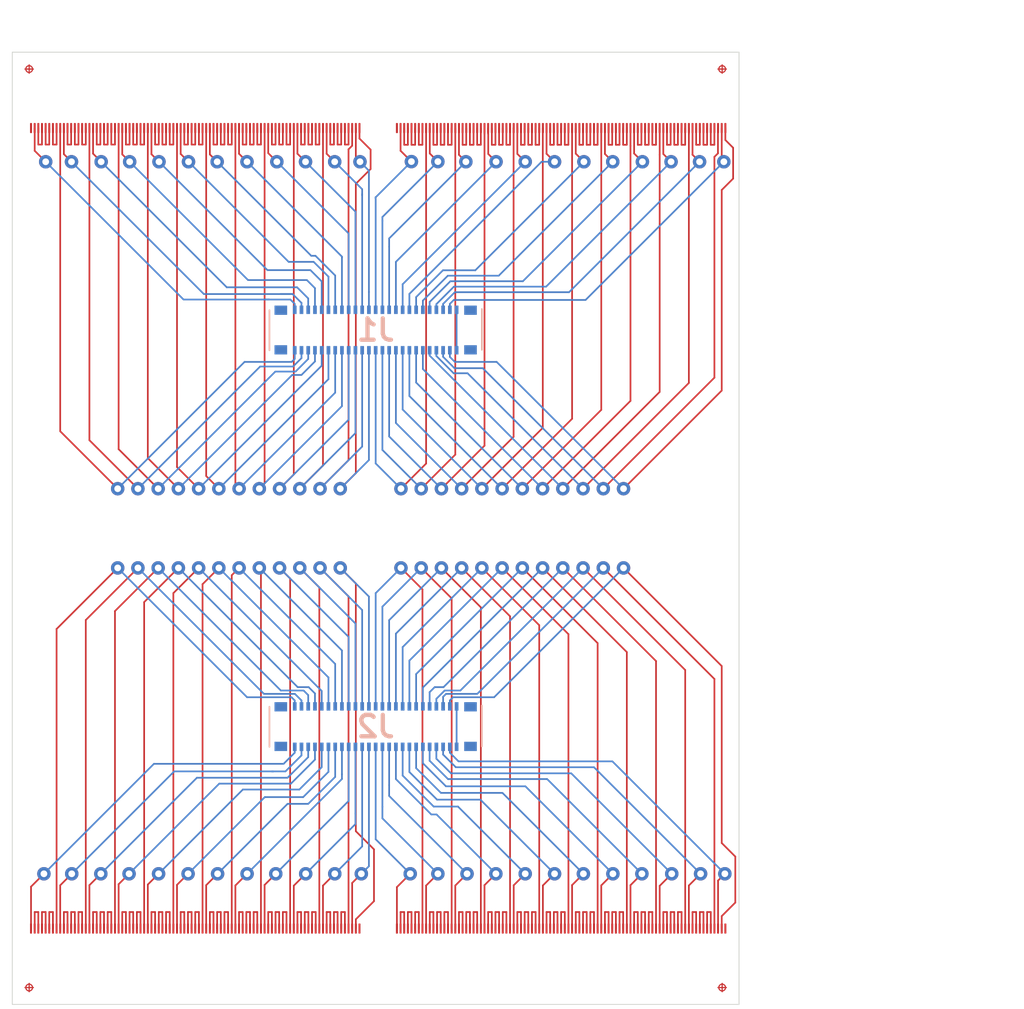
<source format=kicad_pcb>
(kicad_pcb (version 20171130) (host pcbnew "(5.1.10)-1")
  (layers (0 F.Cu signal) (31 B.Cu signal) (34 B.Paste user) (35 F.Paste user) (36 B.SilkS user) (37 F.SilkS user) (38 B.Mask user) (39 F.Mask user) (44 Edge.Cuts user))
  (net 0 "")
  (net 1 "Net-(J1-PadMP4)")
  (net 2 "Net-(J1-PadMP3)")
  (net 3 "Net-(J1-PadMP2)")
  (net 4 "Net-(J1-PadMP1)")
  (net 5 /01_N)
  (net 6 /01_P)
  (net 7 /11_P)
  (net 8 /11_N)
  (net 9 /10_P)
  (net 10 /10_N)
  (net 11 /09_P)
  (net 12 /09_N)
  (net 13 /08_P)
  (net 14 /08_N)
  (net 15 /07_P)
  (net 16 /07_N)
  (net 17 /06_P)
  (net 18 /06_N)
  (net 19 /05_P)
  (net 20 /05_N)
  (net 21 /04_P)
  (net 22 /04_N)
  (net 23 /03_P)
  (net 24 /03_N)
  (net 25 /02_P)
  (net 26 /02_N)
  (net 27 /12_P)
  (net 28 /12_N)
  (net 29 /13_P)
  (net 30 /13_N)
  (net 31 /24_P)
  (net 32 /24_N)
  (net 33 /23_P)
  (net 34 /23_N)
  (net 35 /22_P)
  (net 36 /22_N)
  (net 37 /21_P)
  (net 38 /21_N)
  (net 39 /20_P)
  (net 40 /20_N)
  (net 41 /19_P)
  (net 42 /19_N)
  (net 43 /18_P)
  (net 44 /18_N)
  (net 45 /17_P)
  (net 46 /17_N)
  (net 47 /16_P)
  (net 48 /16_N)
  (net 49 /15_P)
  (net 50 /15_N)
  (net 51 /14_P)
  (net 52 /14_N)
  (net 53 /30_N)
  (net 54 /30_P)
  (net 55 /28_N)
  (net 56 /28_P)
  (net 57 /27_N)
  (net 58 /27_P)
  (net 59 /26_N)
  (net 60 /26_P)
  (net 61 /49_N)
  (net 62 /49_P)
  (net 63 /48_N)
  (net 64 /48_P)
  (net 65 /47_N)
  (net 66 /47_P)
  (net 67 /46_N)
  (net 68 /46_P)
  (net 69 /45_N)
  (net 70 /45_P)
  (net 71 /44_N)
  (net 72 /44_P)
  (net 73 /43_N)
  (net 74 /43_P)
  (net 75 /42_N)
  (net 76 /42_P)
  (net 77 /41_N)
  (net 78 /41_P)
  (net 79 /40_N)
  (net 80 /40_P)
  (net 81 /39_N)
  (net 82 /39_P)
  (net 83 /38_N)
  (net 84 /38_P)
  (net 85 /37_N)
  (net 86 /37_P)
  (net 87 /36_N)
  (net 88 /36_P)
  (net 89 /35_N)
  (net 90 /35_P)
  (net 91 /34_N)
  (net 92 /34_P)
  (net 93 /33_N)
  (net 94 /33_P)
  (net 95 /32_N)
  (net 96 /32_P)
  (net 97 /31_N)
  (net 98 /31_P)
  (net 99 /29_N)
  (net 100 /29_P)
  (net 101 /S2)
  (net 102 /S1)
  (net 103 "Net-(J2-PadMP4)")
  (net 104 "Net-(J2-PadMP3)")
  (net 105 "Net-(J2-PadMP2)")
  (net 106 "Net-(J2-PadMP1)")
  (net 107 "Net-(J5-Pad91)")
  (net 108 "Net-(J5-Pad86)")
  (net 109 "Net-(J5-Pad84)")
  (net 110 "Net-(J5-Pad82)")
  (net 111 "Net-(J5-Pad78)")
  (net 112 "Net-(J5-Pad76)")
  (net 113 "Net-(J5-Pad74)")
  (net 114 "Net-(J5-Pad70)")
  (net 115 "Net-(J5-Pad68)")
  (net 116 "Net-(J5-Pad66)")
  (net 117 "Net-(J5-Pad62)")
  (net 118 "Net-(J5-Pad60)")
  (net 119 "Net-(J5-Pad58)")
  (net 120 "Net-(J5-Pad54)")
  (net 121 "Net-(J5-Pad52)")
  (net 122 "Net-(J5-Pad50)")
  (net 123 "Net-(J5-Pad46)")
  (net 124 "Net-(J5-Pad44)")
  (net 125 "Net-(J5-Pad42)")
  (net 126 "Net-(J5-Pad38)")
  (net 127 "Net-(J5-Pad36)")
  (net 128 "Net-(J5-Pad34)")
  (net 129 "Net-(J5-Pad30)")
  (net 130 "Net-(J5-Pad28)")
  (net 131 "Net-(J5-Pad26)")
  (net 132 "Net-(J5-Pad22)")
  (net 133 "Net-(J5-Pad20)")
  (net 134 "Net-(J5-Pad18)")
  (net 135 "Net-(J5-Pad14)")
  (net 136 "Net-(J5-Pad12)")
  (net 137 "Net-(J5-Pad10)")
  (net 138 "Net-(J5-Pad6)")
  (net 139 "Net-(J5-Pad4)")
  (net 140 "Net-(J5-Pad2)")
  (net 141 "Net-(J6-Pad91)")
  (net 142 "Net-(J6-Pad86)")
  (net 143 "Net-(J6-Pad84)")
  (net 144 "Net-(J6-Pad82)")
  (net 145 "Net-(J6-Pad78)")
  (net 146 "Net-(J6-Pad76)")
  (net 147 "Net-(J6-Pad74)")
  (net 148 "Net-(J6-Pad70)")
  (net 149 "Net-(J6-Pad68)")
  (net 150 "Net-(J6-Pad66)")
  (net 151 "Net-(J6-Pad62)")
  (net 152 "Net-(J6-Pad60)")
  (net 153 "Net-(J6-Pad58)")
  (net 154 "Net-(J6-Pad54)")
  (net 155 "Net-(J6-Pad52)")
  (net 156 "Net-(J6-Pad50)")
  (net 157 "Net-(J6-Pad46)")
  (net 158 "Net-(J6-Pad44)")
  (net 159 "Net-(J6-Pad42)")
  (net 160 "Net-(J6-Pad38)")
  (net 161 "Net-(J6-Pad36)")
  (net 162 "Net-(J6-Pad34)")
  (net 163 "Net-(J6-Pad30)")
  (net 164 "Net-(J6-Pad28)")
  (net 165 "Net-(J6-Pad26)")
  (net 166 "Net-(J6-Pad22)")
  (net 167 "Net-(J6-Pad20)")
  (net 168 "Net-(J6-Pad18)")
  (net 169 "Net-(J6-Pad14)")
  (net 170 "Net-(J6-Pad12)")
  (net 171 "Net-(J6-Pad10)")
  (net 172 "Net-(J6-Pad6)")
  (net 173 "Net-(J6-Pad4)")
  (net 174 "Net-(J6-Pad2)")
  (net 175 "Net-(J3-Pad87)")
  (net 176 "Net-(J3-Pad85)")
  (net 177 "Net-(J3-Pad83)")
  (net 178 "Net-(J3-Pad79)")
  (net 179 "Net-(J3-Pad77)")
  (net 180 "Net-(J3-Pad75)")
  (net 181 "Net-(J3-Pad71)")
  (net 182 "Net-(J3-Pad69)")
  (net 183 "Net-(J3-Pad67)")
  (net 184 "Net-(J3-Pad63)")
  (net 185 "Net-(J3-Pad61)")
  (net 186 "Net-(J3-Pad59)")
  (net 187 "Net-(J3-Pad55)")
  (net 188 "Net-(J3-Pad53)")
  (net 189 "Net-(J3-Pad51)")
  (net 190 "Net-(J3-Pad47)")
  (net 191 "Net-(J3-Pad45)")
  (net 192 "Net-(J3-Pad43)")
  (net 193 "Net-(J3-Pad39)")
  (net 194 "Net-(J3-Pad37)")
  (net 195 "Net-(J3-Pad35)")
  (net 196 "Net-(J3-Pad31)")
  (net 197 "Net-(J3-Pad29)")
  (net 198 "Net-(J3-Pad27)")
  (net 199 "Net-(J3-Pad23)")
  (net 200 "Net-(J3-Pad21)")
  (net 201 "Net-(J3-Pad19)")
  (net 202 "Net-(J3-Pad15)")
  (net 203 "Net-(J3-Pad13)")
  (net 204 "Net-(J3-Pad11)")
  (net 205 "Net-(J3-Pad7)")
  (net 206 "Net-(J3-Pad5)")
  (net 207 "Net-(J3-Pad3)")
  (net 208 "Net-(J3-Pad1)")
  (net 209 "Net-(J4-Pad87)")
  (net 210 "Net-(J4-Pad85)")
  (net 211 "Net-(J4-Pad83)")
  (net 212 "Net-(J4-Pad79)")
  (net 213 "Net-(J4-Pad77)")
  (net 214 "Net-(J4-Pad75)")
  (net 215 "Net-(J4-Pad71)")
  (net 216 "Net-(J4-Pad69)")
  (net 217 "Net-(J4-Pad67)")
  (net 218 "Net-(J4-Pad63)")
  (net 219 "Net-(J4-Pad61)")
  (net 220 "Net-(J4-Pad59)")
  (net 221 "Net-(J4-Pad55)")
  (net 222 "Net-(J4-Pad53)")
  (net 223 "Net-(J4-Pad51)")
  (net 224 "Net-(J4-Pad47)")
  (net 225 "Net-(J4-Pad45)")
  (net 226 "Net-(J4-Pad43)")
  (net 227 "Net-(J4-Pad39)")
  (net 228 "Net-(J4-Pad37)")
  (net 229 "Net-(J4-Pad35)")
  (net 230 "Net-(J4-Pad31)")
  (net 231 "Net-(J4-Pad29)")
  (net 232 "Net-(J4-Pad27)")
  (net 233 "Net-(J4-Pad23)")
  (net 234 "Net-(J4-Pad21)")
  (net 235 "Net-(J4-Pad19)")
  (net 236 "Net-(J4-Pad15)")
  (net 237 "Net-(J4-Pad13)")
  (net 238 "Net-(J4-Pad11)")
  (net 239 "Net-(J4-Pad7)")
  (net 240 "Net-(J4-Pad5)")
  (net 241 "Net-(J4-Pad3)")
  (net 242 "Net-(J4-Pad1)")
  (module MountingHole:MountingHole_2.5mm (layer F.Cu) (at 3.5 2.5)
    (fp_text reference REF** hide)
    (fp_text value MountingHole_2.5mm hide)
    (pad 1 np_thru_hole circle (at 0 0) (size 2.5 2.5) (drill 2.5) (layers *.Cu *.Mask))
  )
  (module unl_silab:crossed_circle_fiducial (layer F.Cu) (at 42.1 55.5)
    (fp_text reference REF** hide)
    (fp_text value crossed_circle_fiducial hide)
    (fp_line (start 0.25 0) (end -0.25 0) (layer F.Cu) (width 0.07))
    (fp_line (start 0 -0.25) (end 0 0.25) (layer F.Cu) (width 0.07))
    (fp_circle (center 0 0) (end 0.2 0) (layer F.Cu) (width 0.07))
  )
  (module unl_silab:crossed_circle_fiducial (layer F.Cu) (at 1 55.5)
    (fp_text reference REF** hide)
    (fp_text value crossed_circle_fiducial hide)
    (fp_line (start 0.25 0) (end -0.25 0) (layer F.Cu) (width 0.07))
    (fp_line (start 0 -0.25) (end 0 0.25) (layer F.Cu) (width 0.07))
    (fp_circle (center 0 0) (end 0.2 0) (layer F.Cu) (width 0.07))
  )
  (module unl_silab:crossed_circle_fiducial (layer F.Cu) (at 42.1 1)
    (fp_text reference REF** hide)
    (fp_text value crossed_circle_fiducial hide)
    (fp_line (start 0.25 0) (end -0.25 0) (layer F.Cu) (width 0.07))
    (fp_line (start 0 -0.25) (end 0 0.25) (layer F.Cu) (width 0.07))
    (fp_circle (center 0 0) (end 0.2 0) (layer F.Cu) (width 0.07))
  )
  (module unl_silab:crossed_circle_fiducial (layer F.Cu) (at 1 1)
    (fp_text reference REF** hide)
    (fp_text value crossed_circle_fiducial hide)
    (fp_circle (center 0 0) (end 0.2 0) (layer F.Cu) (width 0.07))
    (fp_line (start 0 -0.25) (end 0 0.25) (layer F.Cu) (width 0.07))
    (fp_line (start 0.25 0) (end -0.25 0) (layer F.Cu) (width 0.07))
  )
  (module unl_silab:ETROC_91pad_120x200um_216p44um_pitch (layer F.Cu) (at 32.55 52)
    (fp_text reference J6 hide)
    (fp_text value ETROC_91pad hide)
    (pad 91 smd roundrect (at 9.7398 0) (size 0.12 0.6) (layers F.Cu F.Paste F.Mask) (net 141 "Net-(J6-Pad91)") (clearance 0.04))
    (pad 90 smd roundrect (at 9.52336 0) (size 0.12 0.6) (layers F.Cu F.Paste F.Mask) (net 32 /24_N) (clearance 0.04))
    (pad 89 smd roundrect (at 9.30692 0) (size 0.12 0.6) (layers F.Cu F.Paste F.Mask) (net 31 /24_P) (clearance 0.04))
    (pad 88 smd roundrect (at 9.09048 0) (size 0.12 0.6) (layers F.Cu F.Paste F.Mask) (net 34 /23_N) (clearance 0.04))
    (pad 87 smd roundrect (at 8.87404 0) (size 0.12 0.6) (layers F.Cu F.Paste F.Mask) (net 142 "Net-(J6-Pad86)") (clearance 0.04))
    (pad 86 smd roundrect (at 8.6576 0) (size 0.12 0.6) (layers F.Cu F.Paste F.Mask) (net 142 "Net-(J6-Pad86)") (clearance 0.04))
    (pad 85 smd roundrect (at 8.44116 0) (size 0.12 0.6) (layers F.Cu F.Paste F.Mask) (net 143 "Net-(J6-Pad84)") (clearance 0.04))
    (pad 84 smd roundrect (at 8.22472 0) (size 0.12 0.6) (layers F.Cu F.Paste F.Mask) (net 143 "Net-(J6-Pad84)") (clearance 0.04))
    (pad 83 smd roundrect (at 8.00828 0) (size 0.12 0.6) (layers F.Cu F.Paste F.Mask) (net 144 "Net-(J6-Pad82)") (clearance 0.04))
    (pad 82 smd roundrect (at 7.79184 0) (size 0.12 0.6) (layers F.Cu F.Paste F.Mask) (net 144 "Net-(J6-Pad82)") (clearance 0.04))
    (pad 81 smd roundrect (at 7.5754 0) (size 0.12 0.6) (layers F.Cu F.Paste F.Mask) (net 33 /23_P) (clearance 0.04))
    (pad 80 smd roundrect (at 7.35896 0) (size 0.12 0.6) (layers F.Cu F.Paste F.Mask) (net 36 /22_N) (clearance 0.04))
    (pad 79 smd roundrect (at 7.14252 0) (size 0.12 0.6) (layers F.Cu F.Paste F.Mask) (net 145 "Net-(J6-Pad78)") (clearance 0.04))
    (pad 78 smd roundrect (at 6.92608 0) (size 0.12 0.6) (layers F.Cu F.Paste F.Mask) (net 145 "Net-(J6-Pad78)") (clearance 0.04))
    (pad 77 smd roundrect (at 6.70964 0) (size 0.12 0.6) (layers F.Cu F.Paste F.Mask) (net 146 "Net-(J6-Pad76)") (clearance 0.04))
    (pad 76 smd roundrect (at 6.4932 0) (size 0.12 0.6) (layers F.Cu F.Paste F.Mask) (net 146 "Net-(J6-Pad76)") (clearance 0.04))
    (pad 75 smd roundrect (at 6.27676 0) (size 0.12 0.6) (layers F.Cu F.Paste F.Mask) (net 147 "Net-(J6-Pad74)") (clearance 0.04))
    (pad 74 smd roundrect (at 6.06032 0) (size 0.12 0.6) (layers F.Cu F.Paste F.Mask) (net 147 "Net-(J6-Pad74)") (clearance 0.04))
    (pad 73 smd roundrect (at 5.84388 0) (size 0.12 0.6) (layers F.Cu F.Paste F.Mask) (net 35 /22_P) (clearance 0.04))
    (pad 72 smd roundrect (at 5.62744 0) (size 0.12 0.6) (layers F.Cu F.Paste F.Mask) (net 38 /21_N) (clearance 0.04))
    (pad 71 smd roundrect (at 5.411 0) (size 0.12 0.6) (layers F.Cu F.Paste F.Mask) (net 148 "Net-(J6-Pad70)") (clearance 0.04))
    (pad 70 smd roundrect (at 5.19456 0) (size 0.12 0.6) (layers F.Cu F.Paste F.Mask) (net 148 "Net-(J6-Pad70)") (clearance 0.04))
    (pad 69 smd roundrect (at 4.97812 0) (size 0.12 0.6) (layers F.Cu F.Paste F.Mask) (net 149 "Net-(J6-Pad68)") (clearance 0.04))
    (pad 68 smd roundrect (at 4.76168 0) (size 0.12 0.6) (layers F.Cu F.Paste F.Mask) (net 149 "Net-(J6-Pad68)") (clearance 0.04))
    (pad 67 smd roundrect (at 4.54524 0) (size 0.12 0.6) (layers F.Cu F.Paste F.Mask) (net 150 "Net-(J6-Pad66)") (clearance 0.04))
    (pad 66 smd roundrect (at 4.3288 0) (size 0.12 0.6) (layers F.Cu F.Paste F.Mask) (net 150 "Net-(J6-Pad66)") (clearance 0.04))
    (pad 65 smd roundrect (at 4.11236 0) (size 0.12 0.6) (layers F.Cu F.Paste F.Mask) (net 37 /21_P) (clearance 0.04))
    (pad 64 smd roundrect (at 3.89592 0) (size 0.12 0.6) (layers F.Cu F.Paste F.Mask) (net 40 /20_N) (clearance 0.04))
    (pad 63 smd roundrect (at 3.67948 0) (size 0.12 0.6) (layers F.Cu F.Paste F.Mask) (net 151 "Net-(J6-Pad62)") (clearance 0.04))
    (pad 62 smd roundrect (at 3.46304 0) (size 0.12 0.6) (layers F.Cu F.Paste F.Mask) (net 151 "Net-(J6-Pad62)") (clearance 0.04))
    (pad 61 smd roundrect (at 3.2466 0) (size 0.12 0.6) (layers F.Cu F.Paste F.Mask) (net 152 "Net-(J6-Pad60)") (clearance 0.04))
    (pad 60 smd roundrect (at 3.03016 0) (size 0.12 0.6) (layers F.Cu F.Paste F.Mask) (net 152 "Net-(J6-Pad60)") (clearance 0.04))
    (pad 59 smd roundrect (at 2.81372 0) (size 0.12 0.6) (layers F.Cu F.Paste F.Mask) (net 153 "Net-(J6-Pad58)") (clearance 0.04))
    (pad 58 smd roundrect (at 2.59728 0) (size 0.12 0.6) (layers F.Cu F.Paste F.Mask) (net 153 "Net-(J6-Pad58)") (clearance 0.04))
    (pad 57 smd roundrect (at 2.38084 0) (size 0.12 0.6) (layers F.Cu F.Paste F.Mask) (net 39 /20_P) (clearance 0.04))
    (pad 56 smd roundrect (at 2.1644 0) (size 0.12 0.6) (layers F.Cu F.Paste F.Mask) (net 42 /19_N) (clearance 0.04))
    (pad 55 smd roundrect (at 1.94796 0) (size 0.12 0.6) (layers F.Cu F.Paste F.Mask) (net 154 "Net-(J6-Pad54)") (clearance 0.04))
    (pad 54 smd roundrect (at 1.73152 0) (size 0.12 0.6) (layers F.Cu F.Paste F.Mask) (net 154 "Net-(J6-Pad54)") (clearance 0.04))
    (pad 53 smd roundrect (at 1.51508 0) (size 0.12 0.6) (layers F.Cu F.Paste F.Mask) (net 155 "Net-(J6-Pad52)") (clearance 0.04))
    (pad 52 smd roundrect (at 1.29864 0) (size 0.12 0.6) (layers F.Cu F.Paste F.Mask) (net 155 "Net-(J6-Pad52)") (clearance 0.04))
    (pad 51 smd roundrect (at 1.0822 0) (size 0.12 0.6) (layers F.Cu F.Paste F.Mask) (net 156 "Net-(J6-Pad50)") (clearance 0.04))
    (pad 50 smd roundrect (at 0.86576 0) (size 0.12 0.6) (layers F.Cu F.Paste F.Mask) (net 156 "Net-(J6-Pad50)") (clearance 0.04))
    (pad 49 smd roundrect (at 0.64932 0) (size 0.12 0.6) (layers F.Cu F.Paste F.Mask) (net 41 /19_P) (clearance 0.04))
    (pad 48 smd roundrect (at 0.43288 0) (size 0.12 0.6) (layers F.Cu F.Paste F.Mask) (net 44 /18_N) (clearance 0.04))
    (pad 47 smd roundrect (at 0.21644 0) (size 0.12 0.6) (layers F.Cu F.Paste F.Mask) (net 157 "Net-(J6-Pad46)") (clearance 0.04))
    (pad 46 smd roundrect (at 0 0) (size 0.12 0.6) (layers F.Cu F.Paste F.Mask) (net 157 "Net-(J6-Pad46)") (clearance 0.04))
    (pad 45 smd roundrect (at -0.21644 0) (size 0.12 0.6) (layers F.Cu F.Paste F.Mask) (net 158 "Net-(J6-Pad44)") (clearance 0.04))
    (pad 44 smd roundrect (at -0.43288 0) (size 0.12 0.6) (layers F.Cu F.Paste F.Mask) (net 158 "Net-(J6-Pad44)") (clearance 0.04))
    (pad 43 smd roundrect (at -0.64932 0) (size 0.12 0.6) (layers F.Cu F.Paste F.Mask) (net 159 "Net-(J6-Pad42)") (clearance 0.04))
    (pad 42 smd roundrect (at -0.86576 0) (size 0.12 0.6) (layers F.Cu F.Paste F.Mask) (net 159 "Net-(J6-Pad42)") (clearance 0.04))
    (pad 41 smd roundrect (at -1.0822 0) (size 0.12 0.6) (layers F.Cu F.Paste F.Mask) (net 43 /18_P) (clearance 0.04))
    (pad 40 smd roundrect (at -1.29864 0) (size 0.12 0.6) (layers F.Cu F.Paste F.Mask) (net 46 /17_N) (clearance 0.04))
    (pad 39 smd roundrect (at -1.51508 0) (size 0.12 0.6) (layers F.Cu F.Paste F.Mask) (net 160 "Net-(J6-Pad38)") (clearance 0.04))
    (pad 38 smd roundrect (at -1.73152 0) (size 0.12 0.6) (layers F.Cu F.Paste F.Mask) (net 160 "Net-(J6-Pad38)") (clearance 0.04))
    (pad 37 smd roundrect (at -1.94796 0) (size 0.12 0.6) (layers F.Cu F.Paste F.Mask) (net 161 "Net-(J6-Pad36)") (clearance 0.04))
    (pad 36 smd roundrect (at -2.1644 0) (size 0.12 0.6) (layers F.Cu F.Paste F.Mask) (net 161 "Net-(J6-Pad36)") (clearance 0.04))
    (pad 35 smd roundrect (at -2.38084 0) (size 0.12 0.6) (layers F.Cu F.Paste F.Mask) (net 162 "Net-(J6-Pad34)") (clearance 0.04))
    (pad 34 smd roundrect (at -2.59728 0) (size 0.12 0.6) (layers F.Cu F.Paste F.Mask) (net 162 "Net-(J6-Pad34)") (clearance 0.04))
    (pad 33 smd roundrect (at -2.81372 0) (size 0.12 0.6) (layers F.Cu F.Paste F.Mask) (net 45 /17_P) (clearance 0.04))
    (pad 32 smd roundrect (at -3.03016 0) (size 0.12 0.6) (layers F.Cu F.Paste F.Mask) (net 48 /16_N) (clearance 0.04))
    (pad 31 smd roundrect (at -3.2466 0) (size 0.12 0.6) (layers F.Cu F.Paste F.Mask) (net 163 "Net-(J6-Pad30)") (clearance 0.04))
    (pad 30 smd roundrect (at -3.46304 0) (size 0.12 0.6) (layers F.Cu F.Paste F.Mask) (net 163 "Net-(J6-Pad30)") (clearance 0.04))
    (pad 29 smd roundrect (at -3.67948 0) (size 0.12 0.6) (layers F.Cu F.Paste F.Mask) (net 164 "Net-(J6-Pad28)") (clearance 0.04))
    (pad 28 smd roundrect (at -3.89592 0) (size 0.12 0.6) (layers F.Cu F.Paste F.Mask) (net 164 "Net-(J6-Pad28)") (clearance 0.04))
    (pad 27 smd roundrect (at -4.11236 0) (size 0.12 0.6) (layers F.Cu F.Paste F.Mask) (net 165 "Net-(J6-Pad26)") (clearance 0.04))
    (pad 26 smd roundrect (at -4.3288 0) (size 0.12 0.6) (layers F.Cu F.Paste F.Mask) (net 165 "Net-(J6-Pad26)") (clearance 0.04))
    (pad 25 smd roundrect (at -4.54524 0) (size 0.12 0.6) (layers F.Cu F.Paste F.Mask) (net 47 /16_P) (clearance 0.04))
    (pad 24 smd roundrect (at -4.76168 0) (size 0.12 0.6) (layers F.Cu F.Paste F.Mask) (net 50 /15_N) (clearance 0.04))
    (pad 23 smd roundrect (at -4.97812 0) (size 0.12 0.6) (layers F.Cu F.Paste F.Mask) (net 166 "Net-(J6-Pad22)") (clearance 0.04))
    (pad 22 smd roundrect (at -5.19456 0) (size 0.12 0.6) (layers F.Cu F.Paste F.Mask) (net 166 "Net-(J6-Pad22)") (clearance 0.04))
    (pad 21 smd roundrect (at -5.411 0) (size 0.12 0.6) (layers F.Cu F.Paste F.Mask) (net 167 "Net-(J6-Pad20)") (clearance 0.04))
    (pad 20 smd roundrect (at -5.62744 0) (size 0.12 0.6) (layers F.Cu F.Paste F.Mask) (net 167 "Net-(J6-Pad20)") (clearance 0.04))
    (pad 19 smd roundrect (at -5.84388 0) (size 0.12 0.6) (layers F.Cu F.Paste F.Mask) (net 168 "Net-(J6-Pad18)") (clearance 0.04))
    (pad 18 smd roundrect (at -6.06032 0) (size 0.12 0.6) (layers F.Cu F.Paste F.Mask) (net 168 "Net-(J6-Pad18)") (clearance 0.04))
    (pad 17 smd roundrect (at -6.27676 0) (size 0.12 0.6) (layers F.Cu F.Paste F.Mask) (net 49 /15_P) (clearance 0.04))
    (pad 16 smd roundrect (at -6.4932 0) (size 0.12 0.6) (layers F.Cu F.Paste F.Mask) (net 52 /14_N) (clearance 0.04))
    (pad 15 smd roundrect (at -6.70964 0) (size 0.12 0.6) (layers F.Cu F.Paste F.Mask) (net 169 "Net-(J6-Pad14)") (clearance 0.04))
    (pad 14 smd roundrect (at -6.92608 0) (size 0.12 0.6) (layers F.Cu F.Paste F.Mask) (net 169 "Net-(J6-Pad14)") (clearance 0.04))
    (pad 13 smd roundrect (at -7.14252 0) (size 0.12 0.6) (layers F.Cu F.Paste F.Mask) (net 170 "Net-(J6-Pad12)") (clearance 0.04))
    (pad 12 smd roundrect (at -7.35896 0) (size 0.12 0.6) (layers F.Cu F.Paste F.Mask) (net 170 "Net-(J6-Pad12)") (clearance 0.04))
    (pad 11 smd roundrect (at -7.5754 0) (size 0.12 0.6) (layers F.Cu F.Paste F.Mask) (net 171 "Net-(J6-Pad10)") (clearance 0.04))
    (pad 10 smd roundrect (at -7.79184 0) (size 0.12 0.6) (layers F.Cu F.Paste F.Mask) (net 171 "Net-(J6-Pad10)") (clearance 0.04))
    (pad 9 smd roundrect (at -8.00828 0) (size 0.12 0.6) (layers F.Cu F.Paste F.Mask) (net 51 /14_P) (clearance 0.04))
    (pad 8 smd roundrect (at -8.22472 0) (size 0.12 0.6) (layers F.Cu F.Paste F.Mask) (net 30 /13_N) (clearance 0.04))
    (pad 7 smd roundrect (at -8.44116 0) (size 0.12 0.6) (layers F.Cu F.Paste F.Mask) (net 172 "Net-(J6-Pad6)") (clearance 0.04))
    (pad 6 smd roundrect (at -8.6576 0) (size 0.12 0.6) (layers F.Cu F.Paste F.Mask) (net 172 "Net-(J6-Pad6)") (clearance 0.04))
    (pad 5 smd roundrect (at -8.87404 0) (size 0.12 0.6) (layers F.Cu F.Paste F.Mask) (net 173 "Net-(J6-Pad4)") (clearance 0.04))
    (pad 4 smd roundrect (at -9.09048 0) (size 0.12 0.6) (layers F.Cu F.Paste F.Mask) (net 173 "Net-(J6-Pad4)") (clearance 0.04))
    (pad 3 smd roundrect (at -9.30692 0) (size 0.12 0.6) (layers F.Cu F.Paste F.Mask) (net 174 "Net-(J6-Pad2)") (clearance 0.04))
    (pad 2 smd roundrect (at -9.52336 0) (size 0.12 0.6) (layers F.Cu F.Paste F.Mask) (net 174 "Net-(J6-Pad2)") (clearance 0.04))
    (pad 1 smd roundrect (at -9.7398 0) (size 0.12 0.6) (layers F.Cu F.Paste F.Mask) (net 29 /13_P) (clearance 0.04))
  )
  (module unl_silab:ETROC_91pad_120x200um_216p44um_pitch (layer F.Cu) (at 10.85 52)
    (fp_text reference J5 hide)
    (fp_text value ETROC_91pad hide)
    (pad 91 smd roundrect (at 9.7398 0) (size 0.12 0.6) (layers F.Cu F.Paste F.Mask) (net 107 "Net-(J5-Pad91)") (clearance 0.04))
    (pad 90 smd roundrect (at 9.52336 0) (size 0.12 0.6) (layers F.Cu F.Paste F.Mask) (net 28 /12_N) (clearance 0.04))
    (pad 89 smd roundrect (at 9.30692 0) (size 0.12 0.6) (layers F.Cu F.Paste F.Mask) (net 27 /12_P) (clearance 0.04))
    (pad 88 smd roundrect (at 9.09048 0) (size 0.12 0.6) (layers F.Cu F.Paste F.Mask) (net 8 /11_N) (clearance 0.04))
    (pad 87 smd roundrect (at 8.87404 0) (size 0.12 0.6) (layers F.Cu F.Paste F.Mask) (net 108 "Net-(J5-Pad86)") (clearance 0.04))
    (pad 86 smd roundrect (at 8.6576 0) (size 0.12 0.6) (layers F.Cu F.Paste F.Mask) (net 108 "Net-(J5-Pad86)") (clearance 0.04))
    (pad 85 smd roundrect (at 8.44116 0) (size 0.12 0.6) (layers F.Cu F.Paste F.Mask) (net 109 "Net-(J5-Pad84)") (clearance 0.04))
    (pad 84 smd roundrect (at 8.22472 0) (size 0.12 0.6) (layers F.Cu F.Paste F.Mask) (net 109 "Net-(J5-Pad84)") (clearance 0.04))
    (pad 83 smd roundrect (at 8.00828 0) (size 0.12 0.6) (layers F.Cu F.Paste F.Mask) (net 110 "Net-(J5-Pad82)") (clearance 0.04))
    (pad 82 smd roundrect (at 7.79184 0) (size 0.12 0.6) (layers F.Cu F.Paste F.Mask) (net 110 "Net-(J5-Pad82)") (clearance 0.04))
    (pad 81 smd roundrect (at 7.5754 0) (size 0.12 0.6) (layers F.Cu F.Paste F.Mask) (net 7 /11_P) (clearance 0.04))
    (pad 80 smd roundrect (at 7.35896 0) (size 0.12 0.6) (layers F.Cu F.Paste F.Mask) (net 10 /10_N) (clearance 0.04))
    (pad 79 smd roundrect (at 7.14252 0) (size 0.12 0.6) (layers F.Cu F.Paste F.Mask) (net 111 "Net-(J5-Pad78)") (clearance 0.04))
    (pad 78 smd roundrect (at 6.92608 0) (size 0.12 0.6) (layers F.Cu F.Paste F.Mask) (net 111 "Net-(J5-Pad78)") (clearance 0.04))
    (pad 77 smd roundrect (at 6.70964 0) (size 0.12 0.6) (layers F.Cu F.Paste F.Mask) (net 112 "Net-(J5-Pad76)") (clearance 0.04))
    (pad 76 smd roundrect (at 6.4932 0) (size 0.12 0.6) (layers F.Cu F.Paste F.Mask) (net 112 "Net-(J5-Pad76)") (clearance 0.04))
    (pad 75 smd roundrect (at 6.27676 0) (size 0.12 0.6) (layers F.Cu F.Paste F.Mask) (net 113 "Net-(J5-Pad74)") (clearance 0.04))
    (pad 74 smd roundrect (at 6.06032 0) (size 0.12 0.6) (layers F.Cu F.Paste F.Mask) (net 113 "Net-(J5-Pad74)") (clearance 0.04))
    (pad 73 smd roundrect (at 5.84388 0) (size 0.12 0.6) (layers F.Cu F.Paste F.Mask) (net 9 /10_P) (clearance 0.04))
    (pad 72 smd roundrect (at 5.62744 0) (size 0.12 0.6) (layers F.Cu F.Paste F.Mask) (net 12 /09_N) (clearance 0.04))
    (pad 71 smd roundrect (at 5.411 0) (size 0.12 0.6) (layers F.Cu F.Paste F.Mask) (net 114 "Net-(J5-Pad70)") (clearance 0.04))
    (pad 70 smd roundrect (at 5.19456 0) (size 0.12 0.6) (layers F.Cu F.Paste F.Mask) (net 114 "Net-(J5-Pad70)") (clearance 0.04))
    (pad 69 smd roundrect (at 4.97812 0) (size 0.12 0.6) (layers F.Cu F.Paste F.Mask) (net 115 "Net-(J5-Pad68)") (clearance 0.04))
    (pad 68 smd roundrect (at 4.76168 0) (size 0.12 0.6) (layers F.Cu F.Paste F.Mask) (net 115 "Net-(J5-Pad68)") (clearance 0.04))
    (pad 67 smd roundrect (at 4.54524 0) (size 0.12 0.6) (layers F.Cu F.Paste F.Mask) (net 116 "Net-(J5-Pad66)") (clearance 0.04))
    (pad 66 smd roundrect (at 4.3288 0) (size 0.12 0.6) (layers F.Cu F.Paste F.Mask) (net 116 "Net-(J5-Pad66)") (clearance 0.04))
    (pad 65 smd roundrect (at 4.11236 0) (size 0.12 0.6) (layers F.Cu F.Paste F.Mask) (net 11 /09_P) (clearance 0.04))
    (pad 64 smd roundrect (at 3.89592 0) (size 0.12 0.6) (layers F.Cu F.Paste F.Mask) (net 14 /08_N) (clearance 0.04))
    (pad 63 smd roundrect (at 3.67948 0) (size 0.12 0.6) (layers F.Cu F.Paste F.Mask) (net 117 "Net-(J5-Pad62)") (clearance 0.04))
    (pad 62 smd roundrect (at 3.46304 0) (size 0.12 0.6) (layers F.Cu F.Paste F.Mask) (net 117 "Net-(J5-Pad62)") (clearance 0.04))
    (pad 61 smd roundrect (at 3.2466 0) (size 0.12 0.6) (layers F.Cu F.Paste F.Mask) (net 118 "Net-(J5-Pad60)") (clearance 0.04))
    (pad 60 smd roundrect (at 3.03016 0) (size 0.12 0.6) (layers F.Cu F.Paste F.Mask) (net 118 "Net-(J5-Pad60)") (clearance 0.04))
    (pad 59 smd roundrect (at 2.81372 0) (size 0.12 0.6) (layers F.Cu F.Paste F.Mask) (net 119 "Net-(J5-Pad58)") (clearance 0.04))
    (pad 58 smd roundrect (at 2.59728 0) (size 0.12 0.6) (layers F.Cu F.Paste F.Mask) (net 119 "Net-(J5-Pad58)") (clearance 0.04))
    (pad 57 smd roundrect (at 2.38084 0) (size 0.12 0.6) (layers F.Cu F.Paste F.Mask) (net 13 /08_P) (clearance 0.04))
    (pad 56 smd roundrect (at 2.1644 0) (size 0.12 0.6) (layers F.Cu F.Paste F.Mask) (net 16 /07_N) (clearance 0.04))
    (pad 55 smd roundrect (at 1.94796 0) (size 0.12 0.6) (layers F.Cu F.Paste F.Mask) (net 120 "Net-(J5-Pad54)") (clearance 0.04))
    (pad 54 smd roundrect (at 1.73152 0) (size 0.12 0.6) (layers F.Cu F.Paste F.Mask) (net 120 "Net-(J5-Pad54)") (clearance 0.04))
    (pad 53 smd roundrect (at 1.51508 0) (size 0.12 0.6) (layers F.Cu F.Paste F.Mask) (net 121 "Net-(J5-Pad52)") (clearance 0.04))
    (pad 52 smd roundrect (at 1.29864 0) (size 0.12 0.6) (layers F.Cu F.Paste F.Mask) (net 121 "Net-(J5-Pad52)") (clearance 0.04))
    (pad 51 smd roundrect (at 1.0822 0) (size 0.12 0.6) (layers F.Cu F.Paste F.Mask) (net 122 "Net-(J5-Pad50)") (clearance 0.04))
    (pad 50 smd roundrect (at 0.86576 0) (size 0.12 0.6) (layers F.Cu F.Paste F.Mask) (net 122 "Net-(J5-Pad50)") (clearance 0.04))
    (pad 49 smd roundrect (at 0.64932 0) (size 0.12 0.6) (layers F.Cu F.Paste F.Mask) (net 15 /07_P) (clearance 0.04))
    (pad 48 smd roundrect (at 0.43288 0) (size 0.12 0.6) (layers F.Cu F.Paste F.Mask) (net 18 /06_N) (clearance 0.04))
    (pad 47 smd roundrect (at 0.21644 0) (size 0.12 0.6) (layers F.Cu F.Paste F.Mask) (net 123 "Net-(J5-Pad46)") (clearance 0.04))
    (pad 46 smd roundrect (at 0 0) (size 0.12 0.6) (layers F.Cu F.Paste F.Mask) (net 123 "Net-(J5-Pad46)") (clearance 0.04))
    (pad 45 smd roundrect (at -0.21644 0) (size 0.12 0.6) (layers F.Cu F.Paste F.Mask) (net 124 "Net-(J5-Pad44)") (clearance 0.04))
    (pad 44 smd roundrect (at -0.43288 0) (size 0.12 0.6) (layers F.Cu F.Paste F.Mask) (net 124 "Net-(J5-Pad44)") (clearance 0.04))
    (pad 43 smd roundrect (at -0.64932 0) (size 0.12 0.6) (layers F.Cu F.Paste F.Mask) (net 125 "Net-(J5-Pad42)") (clearance 0.04))
    (pad 42 smd roundrect (at -0.86576 0) (size 0.12 0.6) (layers F.Cu F.Paste F.Mask) (net 125 "Net-(J5-Pad42)") (clearance 0.04))
    (pad 41 smd roundrect (at -1.0822 0) (size 0.12 0.6) (layers F.Cu F.Paste F.Mask) (net 17 /06_P) (clearance 0.04))
    (pad 40 smd roundrect (at -1.29864 0) (size 0.12 0.6) (layers F.Cu F.Paste F.Mask) (net 20 /05_N) (clearance 0.04))
    (pad 39 smd roundrect (at -1.51508 0) (size 0.12 0.6) (layers F.Cu F.Paste F.Mask) (net 126 "Net-(J5-Pad38)") (clearance 0.04))
    (pad 38 smd roundrect (at -1.73152 0) (size 0.12 0.6) (layers F.Cu F.Paste F.Mask) (net 126 "Net-(J5-Pad38)") (clearance 0.04))
    (pad 37 smd roundrect (at -1.94796 0) (size 0.12 0.6) (layers F.Cu F.Paste F.Mask) (net 127 "Net-(J5-Pad36)") (clearance 0.04))
    (pad 36 smd roundrect (at -2.1644 0) (size 0.12 0.6) (layers F.Cu F.Paste F.Mask) (net 127 "Net-(J5-Pad36)") (clearance 0.04))
    (pad 35 smd roundrect (at -2.38084 0) (size 0.12 0.6) (layers F.Cu F.Paste F.Mask) (net 128 "Net-(J5-Pad34)") (clearance 0.04))
    (pad 34 smd roundrect (at -2.59728 0) (size 0.12 0.6) (layers F.Cu F.Paste F.Mask) (net 128 "Net-(J5-Pad34)") (clearance 0.04))
    (pad 33 smd roundrect (at -2.81372 0) (size 0.12 0.6) (layers F.Cu F.Paste F.Mask) (net 19 /05_P) (clearance 0.04))
    (pad 32 smd roundrect (at -3.03016 0) (size 0.12 0.6) (layers F.Cu F.Paste F.Mask) (net 22 /04_N) (clearance 0.04))
    (pad 31 smd roundrect (at -3.2466 0) (size 0.12 0.6) (layers F.Cu F.Paste F.Mask) (net 129 "Net-(J5-Pad30)") (clearance 0.04))
    (pad 30 smd roundrect (at -3.46304 0) (size 0.12 0.6) (layers F.Cu F.Paste F.Mask) (net 129 "Net-(J5-Pad30)") (clearance 0.04))
    (pad 29 smd roundrect (at -3.67948 0) (size 0.12 0.6) (layers F.Cu F.Paste F.Mask) (net 130 "Net-(J5-Pad28)") (clearance 0.04))
    (pad 28 smd roundrect (at -3.89592 0) (size 0.12 0.6) (layers F.Cu F.Paste F.Mask) (net 130 "Net-(J5-Pad28)") (clearance 0.04))
    (pad 27 smd roundrect (at -4.11236 0) (size 0.12 0.6) (layers F.Cu F.Paste F.Mask) (net 131 "Net-(J5-Pad26)") (clearance 0.04))
    (pad 26 smd roundrect (at -4.3288 0) (size 0.12 0.6) (layers F.Cu F.Paste F.Mask) (net 131 "Net-(J5-Pad26)") (clearance 0.04))
    (pad 25 smd roundrect (at -4.54524 0) (size 0.12 0.6) (layers F.Cu F.Paste F.Mask) (net 21 /04_P) (clearance 0.04))
    (pad 24 smd roundrect (at -4.76168 0) (size 0.12 0.6) (layers F.Cu F.Paste F.Mask) (net 24 /03_N) (clearance 0.04))
    (pad 23 smd roundrect (at -4.97812 0) (size 0.12 0.6) (layers F.Cu F.Paste F.Mask) (net 132 "Net-(J5-Pad22)") (clearance 0.04))
    (pad 22 smd roundrect (at -5.19456 0) (size 0.12 0.6) (layers F.Cu F.Paste F.Mask) (net 132 "Net-(J5-Pad22)") (clearance 0.04))
    (pad 21 smd roundrect (at -5.411 0) (size 0.12 0.6) (layers F.Cu F.Paste F.Mask) (net 133 "Net-(J5-Pad20)") (clearance 0.04))
    (pad 20 smd roundrect (at -5.62744 0) (size 0.12 0.6) (layers F.Cu F.Paste F.Mask) (net 133 "Net-(J5-Pad20)") (clearance 0.04))
    (pad 19 smd roundrect (at -5.84388 0) (size 0.12 0.6) (layers F.Cu F.Paste F.Mask) (net 134 "Net-(J5-Pad18)") (clearance 0.04))
    (pad 18 smd roundrect (at -6.06032 0) (size 0.12 0.6) (layers F.Cu F.Paste F.Mask) (net 134 "Net-(J5-Pad18)") (clearance 0.04))
    (pad 17 smd roundrect (at -6.27676 0) (size 0.12 0.6) (layers F.Cu F.Paste F.Mask) (net 23 /03_P) (clearance 0.04))
    (pad 16 smd roundrect (at -6.4932 0) (size 0.12 0.6) (layers F.Cu F.Paste F.Mask) (net 26 /02_N) (clearance 0.04))
    (pad 15 smd roundrect (at -6.70964 0) (size 0.12 0.6) (layers F.Cu F.Paste F.Mask) (net 135 "Net-(J5-Pad14)") (clearance 0.04))
    (pad 14 smd roundrect (at -6.92608 0) (size 0.12 0.6) (layers F.Cu F.Paste F.Mask) (net 135 "Net-(J5-Pad14)") (clearance 0.04))
    (pad 13 smd roundrect (at -7.14252 0) (size 0.12 0.6) (layers F.Cu F.Paste F.Mask) (net 136 "Net-(J5-Pad12)") (clearance 0.04))
    (pad 12 smd roundrect (at -7.35896 0) (size 0.12 0.6) (layers F.Cu F.Paste F.Mask) (net 136 "Net-(J5-Pad12)") (clearance 0.04))
    (pad 11 smd roundrect (at -7.5754 0) (size 0.12 0.6) (layers F.Cu F.Paste F.Mask) (net 137 "Net-(J5-Pad10)") (clearance 0.04))
    (pad 10 smd roundrect (at -7.79184 0) (size 0.12 0.6) (layers F.Cu F.Paste F.Mask) (net 137 "Net-(J5-Pad10)") (clearance 0.04))
    (pad 9 smd roundrect (at -8.00828 0) (size 0.12 0.6) (layers F.Cu F.Paste F.Mask) (net 25 /02_P) (clearance 0.04))
    (pad 8 smd roundrect (at -8.22472 0) (size 0.12 0.6) (layers F.Cu F.Paste F.Mask) (net 5 /01_N) (clearance 0.04))
    (pad 7 smd roundrect (at -8.44116 0) (size 0.12 0.6) (layers F.Cu F.Paste F.Mask) (net 138 "Net-(J5-Pad6)") (clearance 0.04))
    (pad 6 smd roundrect (at -8.6576 0) (size 0.12 0.6) (layers F.Cu F.Paste F.Mask) (net 138 "Net-(J5-Pad6)") (clearance 0.04))
    (pad 5 smd roundrect (at -8.87404 0) (size 0.12 0.6) (layers F.Cu F.Paste F.Mask) (net 139 "Net-(J5-Pad4)") (clearance 0.04))
    (pad 4 smd roundrect (at -9.09048 0) (size 0.12 0.6) (layers F.Cu F.Paste F.Mask) (net 139 "Net-(J5-Pad4)") (clearance 0.04))
    (pad 3 smd roundrect (at -9.30692 0) (size 0.12 0.6) (layers F.Cu F.Paste F.Mask) (net 140 "Net-(J5-Pad2)") (clearance 0.04))
    (pad 2 smd roundrect (at -9.52336 0) (size 0.12 0.6) (layers F.Cu F.Paste F.Mask) (net 140 "Net-(J5-Pad2)") (clearance 0.04))
    (pad 1 smd roundrect (at -9.7398 0) (size 0.12 0.6) (layers F.Cu F.Paste F.Mask) (net 6 /01_P) (clearance 0.04))
  )
  (module unl_silab:ETROC_91pad_120x200um_216p44um_pitch (layer F.Cu) (at 32.55 4.5)
    (fp_text reference J4 hide)
    (fp_text value ETROC_91pad hide)
    (pad 91 smd roundrect (at 9.7398 0) (size 0.12 0.6) (layers F.Cu F.Paste F.Mask) (net 61 /49_N) (clearance 0.04))
    (pad 90 smd roundrect (at 9.52336 0) (size 0.12 0.6) (layers F.Cu F.Paste F.Mask) (net 62 /49_P) (clearance 0.04))
    (pad 89 smd roundrect (at 9.30692 0) (size 0.12 0.6) (layers F.Cu F.Paste F.Mask) (net 63 /48_N) (clearance 0.04))
    (pad 88 smd roundrect (at 9.09048 0) (size 0.12 0.6) (layers F.Cu F.Paste F.Mask) (net 209 "Net-(J4-Pad87)") (clearance 0.04))
    (pad 87 smd roundrect (at 8.87404 0) (size 0.12 0.6) (layers F.Cu F.Paste F.Mask) (net 209 "Net-(J4-Pad87)") (clearance 0.04))
    (pad 86 smd roundrect (at 8.6576 0) (size 0.12 0.6) (layers F.Cu F.Paste F.Mask) (net 210 "Net-(J4-Pad85)") (clearance 0.04))
    (pad 85 smd roundrect (at 8.44116 0) (size 0.12 0.6) (layers F.Cu F.Paste F.Mask) (net 210 "Net-(J4-Pad85)") (clearance 0.04))
    (pad 84 smd roundrect (at 8.22472 0) (size 0.12 0.6) (layers F.Cu F.Paste F.Mask) (net 211 "Net-(J4-Pad83)") (clearance 0.04))
    (pad 83 smd roundrect (at 8.00828 0) (size 0.12 0.6) (layers F.Cu F.Paste F.Mask) (net 211 "Net-(J4-Pad83)") (clearance 0.04))
    (pad 82 smd roundrect (at 7.79184 0) (size 0.12 0.6) (layers F.Cu F.Paste F.Mask) (net 64 /48_P) (clearance 0.04))
    (pad 81 smd roundrect (at 7.5754 0) (size 0.12 0.6) (layers F.Cu F.Paste F.Mask) (net 65 /47_N) (clearance 0.04))
    (pad 80 smd roundrect (at 7.35896 0) (size 0.12 0.6) (layers F.Cu F.Paste F.Mask) (net 212 "Net-(J4-Pad79)") (clearance 0.04))
    (pad 79 smd roundrect (at 7.14252 0) (size 0.12 0.6) (layers F.Cu F.Paste F.Mask) (net 212 "Net-(J4-Pad79)") (clearance 0.04))
    (pad 78 smd roundrect (at 6.92608 0) (size 0.12 0.6) (layers F.Cu F.Paste F.Mask) (net 213 "Net-(J4-Pad77)") (clearance 0.04))
    (pad 77 smd roundrect (at 6.70964 0) (size 0.12 0.6) (layers F.Cu F.Paste F.Mask) (net 213 "Net-(J4-Pad77)") (clearance 0.04))
    (pad 76 smd roundrect (at 6.4932 0) (size 0.12 0.6) (layers F.Cu F.Paste F.Mask) (net 214 "Net-(J4-Pad75)") (clearance 0.04))
    (pad 75 smd roundrect (at 6.27676 0) (size 0.12 0.6) (layers F.Cu F.Paste F.Mask) (net 214 "Net-(J4-Pad75)") (clearance 0.04))
    (pad 74 smd roundrect (at 6.06032 0) (size 0.12 0.6) (layers F.Cu F.Paste F.Mask) (net 66 /47_P) (clearance 0.04))
    (pad 73 smd roundrect (at 5.84388 0) (size 0.12 0.6) (layers F.Cu F.Paste F.Mask) (net 67 /46_N) (clearance 0.04))
    (pad 72 smd roundrect (at 5.62744 0) (size 0.12 0.6) (layers F.Cu F.Paste F.Mask) (net 215 "Net-(J4-Pad71)") (clearance 0.04))
    (pad 71 smd roundrect (at 5.411 0) (size 0.12 0.6) (layers F.Cu F.Paste F.Mask) (net 215 "Net-(J4-Pad71)") (clearance 0.04))
    (pad 70 smd roundrect (at 5.19456 0) (size 0.12 0.6) (layers F.Cu F.Paste F.Mask) (net 216 "Net-(J4-Pad69)") (clearance 0.04))
    (pad 69 smd roundrect (at 4.97812 0) (size 0.12 0.6) (layers F.Cu F.Paste F.Mask) (net 216 "Net-(J4-Pad69)") (clearance 0.04))
    (pad 68 smd roundrect (at 4.76168 0) (size 0.12 0.6) (layers F.Cu F.Paste F.Mask) (net 217 "Net-(J4-Pad67)") (clearance 0.04))
    (pad 67 smd roundrect (at 4.54524 0) (size 0.12 0.6) (layers F.Cu F.Paste F.Mask) (net 217 "Net-(J4-Pad67)") (clearance 0.04))
    (pad 66 smd roundrect (at 4.3288 0) (size 0.12 0.6) (layers F.Cu F.Paste F.Mask) (net 68 /46_P) (clearance 0.04))
    (pad 65 smd roundrect (at 4.11236 0) (size 0.12 0.6) (layers F.Cu F.Paste F.Mask) (net 69 /45_N) (clearance 0.04))
    (pad 64 smd roundrect (at 3.89592 0) (size 0.12 0.6) (layers F.Cu F.Paste F.Mask) (net 218 "Net-(J4-Pad63)") (clearance 0.04))
    (pad 63 smd roundrect (at 3.67948 0) (size 0.12 0.6) (layers F.Cu F.Paste F.Mask) (net 218 "Net-(J4-Pad63)") (clearance 0.04))
    (pad 62 smd roundrect (at 3.46304 0) (size 0.12 0.6) (layers F.Cu F.Paste F.Mask) (net 219 "Net-(J4-Pad61)") (clearance 0.04))
    (pad 61 smd roundrect (at 3.2466 0) (size 0.12 0.6) (layers F.Cu F.Paste F.Mask) (net 219 "Net-(J4-Pad61)") (clearance 0.04))
    (pad 60 smd roundrect (at 3.03016 0) (size 0.12 0.6) (layers F.Cu F.Paste F.Mask) (net 220 "Net-(J4-Pad59)") (clearance 0.04))
    (pad 59 smd roundrect (at 2.81372 0) (size 0.12 0.6) (layers F.Cu F.Paste F.Mask) (net 220 "Net-(J4-Pad59)") (clearance 0.04))
    (pad 58 smd roundrect (at 2.59728 0) (size 0.12 0.6) (layers F.Cu F.Paste F.Mask) (net 70 /45_P) (clearance 0.04))
    (pad 57 smd roundrect (at 2.38084 0) (size 0.12 0.6) (layers F.Cu F.Paste F.Mask) (net 71 /44_N) (clearance 0.04))
    (pad 56 smd roundrect (at 2.1644 0) (size 0.12 0.6) (layers F.Cu F.Paste F.Mask) (net 221 "Net-(J4-Pad55)") (clearance 0.04))
    (pad 55 smd roundrect (at 1.94796 0) (size 0.12 0.6) (layers F.Cu F.Paste F.Mask) (net 221 "Net-(J4-Pad55)") (clearance 0.04))
    (pad 54 smd roundrect (at 1.73152 0) (size 0.12 0.6) (layers F.Cu F.Paste F.Mask) (net 222 "Net-(J4-Pad53)") (clearance 0.04))
    (pad 53 smd roundrect (at 1.51508 0) (size 0.12 0.6) (layers F.Cu F.Paste F.Mask) (net 222 "Net-(J4-Pad53)") (clearance 0.04))
    (pad 52 smd roundrect (at 1.29864 0) (size 0.12 0.6) (layers F.Cu F.Paste F.Mask) (net 223 "Net-(J4-Pad51)") (clearance 0.04))
    (pad 51 smd roundrect (at 1.0822 0) (size 0.12 0.6) (layers F.Cu F.Paste F.Mask) (net 223 "Net-(J4-Pad51)") (clearance 0.04))
    (pad 50 smd roundrect (at 0.86576 0) (size 0.12 0.6) (layers F.Cu F.Paste F.Mask) (net 72 /44_P) (clearance 0.04))
    (pad 49 smd roundrect (at 0.64932 0) (size 0.12 0.6) (layers F.Cu F.Paste F.Mask) (net 73 /43_N) (clearance 0.04))
    (pad 48 smd roundrect (at 0.43288 0) (size 0.12 0.6) (layers F.Cu F.Paste F.Mask) (net 224 "Net-(J4-Pad47)") (clearance 0.04))
    (pad 47 smd roundrect (at 0.21644 0) (size 0.12 0.6) (layers F.Cu F.Paste F.Mask) (net 224 "Net-(J4-Pad47)") (clearance 0.04))
    (pad 46 smd roundrect (at 0 0) (size 0.12 0.6) (layers F.Cu F.Paste F.Mask) (net 225 "Net-(J4-Pad45)") (clearance 0.04))
    (pad 45 smd roundrect (at -0.21644 0) (size 0.12 0.6) (layers F.Cu F.Paste F.Mask) (net 225 "Net-(J4-Pad45)") (clearance 0.04))
    (pad 44 smd roundrect (at -0.43288 0) (size 0.12 0.6) (layers F.Cu F.Paste F.Mask) (net 226 "Net-(J4-Pad43)") (clearance 0.04))
    (pad 43 smd roundrect (at -0.64932 0) (size 0.12 0.6) (layers F.Cu F.Paste F.Mask) (net 226 "Net-(J4-Pad43)") (clearance 0.04))
    (pad 42 smd roundrect (at -0.86576 0) (size 0.12 0.6) (layers F.Cu F.Paste F.Mask) (net 74 /43_P) (clearance 0.04))
    (pad 41 smd roundrect (at -1.0822 0) (size 0.12 0.6) (layers F.Cu F.Paste F.Mask) (net 75 /42_N) (clearance 0.04))
    (pad 40 smd roundrect (at -1.29864 0) (size 0.12 0.6) (layers F.Cu F.Paste F.Mask) (net 227 "Net-(J4-Pad39)") (clearance 0.04))
    (pad 39 smd roundrect (at -1.51508 0) (size 0.12 0.6) (layers F.Cu F.Paste F.Mask) (net 227 "Net-(J4-Pad39)") (clearance 0.04))
    (pad 38 smd roundrect (at -1.73152 0) (size 0.12 0.6) (layers F.Cu F.Paste F.Mask) (net 228 "Net-(J4-Pad37)") (clearance 0.04))
    (pad 37 smd roundrect (at -1.94796 0) (size 0.12 0.6) (layers F.Cu F.Paste F.Mask) (net 228 "Net-(J4-Pad37)") (clearance 0.04))
    (pad 36 smd roundrect (at -2.1644 0) (size 0.12 0.6) (layers F.Cu F.Paste F.Mask) (net 229 "Net-(J4-Pad35)") (clearance 0.04))
    (pad 35 smd roundrect (at -2.38084 0) (size 0.12 0.6) (layers F.Cu F.Paste F.Mask) (net 229 "Net-(J4-Pad35)") (clearance 0.04))
    (pad 34 smd roundrect (at -2.59728 0) (size 0.12 0.6) (layers F.Cu F.Paste F.Mask) (net 76 /42_P) (clearance 0.04))
    (pad 33 smd roundrect (at -2.81372 0) (size 0.12 0.6) (layers F.Cu F.Paste F.Mask) (net 77 /41_N) (clearance 0.04))
    (pad 32 smd roundrect (at -3.03016 0) (size 0.12 0.6) (layers F.Cu F.Paste F.Mask) (net 230 "Net-(J4-Pad31)") (clearance 0.04))
    (pad 31 smd roundrect (at -3.2466 0) (size 0.12 0.6) (layers F.Cu F.Paste F.Mask) (net 230 "Net-(J4-Pad31)") (clearance 0.04))
    (pad 30 smd roundrect (at -3.46304 0) (size 0.12 0.6) (layers F.Cu F.Paste F.Mask) (net 231 "Net-(J4-Pad29)") (clearance 0.04))
    (pad 29 smd roundrect (at -3.67948 0) (size 0.12 0.6) (layers F.Cu F.Paste F.Mask) (net 231 "Net-(J4-Pad29)") (clearance 0.04))
    (pad 28 smd roundrect (at -3.89592 0) (size 0.12 0.6) (layers F.Cu F.Paste F.Mask) (net 232 "Net-(J4-Pad27)") (clearance 0.04))
    (pad 27 smd roundrect (at -4.11236 0) (size 0.12 0.6) (layers F.Cu F.Paste F.Mask) (net 232 "Net-(J4-Pad27)") (clearance 0.04))
    (pad 26 smd roundrect (at -4.3288 0) (size 0.12 0.6) (layers F.Cu F.Paste F.Mask) (net 78 /41_P) (clearance 0.04))
    (pad 25 smd roundrect (at -4.54524 0) (size 0.12 0.6) (layers F.Cu F.Paste F.Mask) (net 79 /40_N) (clearance 0.04))
    (pad 24 smd roundrect (at -4.76168 0) (size 0.12 0.6) (layers F.Cu F.Paste F.Mask) (net 233 "Net-(J4-Pad23)") (clearance 0.04))
    (pad 23 smd roundrect (at -4.97812 0) (size 0.12 0.6) (layers F.Cu F.Paste F.Mask) (net 233 "Net-(J4-Pad23)") (clearance 0.04))
    (pad 22 smd roundrect (at -5.19456 0) (size 0.12 0.6) (layers F.Cu F.Paste F.Mask) (net 234 "Net-(J4-Pad21)") (clearance 0.04))
    (pad 21 smd roundrect (at -5.411 0) (size 0.12 0.6) (layers F.Cu F.Paste F.Mask) (net 234 "Net-(J4-Pad21)") (clearance 0.04))
    (pad 20 smd roundrect (at -5.62744 0) (size 0.12 0.6) (layers F.Cu F.Paste F.Mask) (net 235 "Net-(J4-Pad19)") (clearance 0.04))
    (pad 19 smd roundrect (at -5.84388 0) (size 0.12 0.6) (layers F.Cu F.Paste F.Mask) (net 235 "Net-(J4-Pad19)") (clearance 0.04))
    (pad 18 smd roundrect (at -6.06032 0) (size 0.12 0.6) (layers F.Cu F.Paste F.Mask) (net 80 /40_P) (clearance 0.04))
    (pad 17 smd roundrect (at -6.27676 0) (size 0.12 0.6) (layers F.Cu F.Paste F.Mask) (net 81 /39_N) (clearance 0.04))
    (pad 16 smd roundrect (at -6.4932 0) (size 0.12 0.6) (layers F.Cu F.Paste F.Mask) (net 236 "Net-(J4-Pad15)") (clearance 0.04))
    (pad 15 smd roundrect (at -6.70964 0) (size 0.12 0.6) (layers F.Cu F.Paste F.Mask) (net 236 "Net-(J4-Pad15)") (clearance 0.04))
    (pad 14 smd roundrect (at -6.92608 0) (size 0.12 0.6) (layers F.Cu F.Paste F.Mask) (net 237 "Net-(J4-Pad13)") (clearance 0.04))
    (pad 13 smd roundrect (at -7.14252 0) (size 0.12 0.6) (layers F.Cu F.Paste F.Mask) (net 237 "Net-(J4-Pad13)") (clearance 0.04))
    (pad 12 smd roundrect (at -7.35896 0) (size 0.12 0.6) (layers F.Cu F.Paste F.Mask) (net 238 "Net-(J4-Pad11)") (clearance 0.04))
    (pad 11 smd roundrect (at -7.5754 0) (size 0.12 0.6) (layers F.Cu F.Paste F.Mask) (net 238 "Net-(J4-Pad11)") (clearance 0.04))
    (pad 10 smd roundrect (at -7.79184 0) (size 0.12 0.6) (layers F.Cu F.Paste F.Mask) (net 82 /39_P) (clearance 0.04))
    (pad 9 smd roundrect (at -8.00828 0) (size 0.12 0.6) (layers F.Cu F.Paste F.Mask) (net 83 /38_N) (clearance 0.04))
    (pad 8 smd roundrect (at -8.22472 0) (size 0.12 0.6) (layers F.Cu F.Paste F.Mask) (net 239 "Net-(J4-Pad7)") (clearance 0.04))
    (pad 7 smd roundrect (at -8.44116 0) (size 0.12 0.6) (layers F.Cu F.Paste F.Mask) (net 239 "Net-(J4-Pad7)") (clearance 0.04))
    (pad 6 smd roundrect (at -8.6576 0) (size 0.12 0.6) (layers F.Cu F.Paste F.Mask) (net 240 "Net-(J4-Pad5)") (clearance 0.04))
    (pad 5 smd roundrect (at -8.87404 0) (size 0.12 0.6) (layers F.Cu F.Paste F.Mask) (net 240 "Net-(J4-Pad5)") (clearance 0.04))
    (pad 4 smd roundrect (at -9.09048 0) (size 0.12 0.6) (layers F.Cu F.Paste F.Mask) (net 241 "Net-(J4-Pad3)") (clearance 0.04))
    (pad 3 smd roundrect (at -9.30692 0) (size 0.12 0.6) (layers F.Cu F.Paste F.Mask) (net 241 "Net-(J4-Pad3)") (clearance 0.04))
    (pad 2 smd roundrect (at -9.52336 0) (size 0.12 0.6) (layers F.Cu F.Paste F.Mask) (net 84 /38_P) (clearance 0.04))
    (pad 1 smd roundrect (at -9.7398 0) (size 0.12 0.6) (layers F.Cu F.Paste F.Mask) (net 242 "Net-(J4-Pad1)") (clearance 0.04))
  )
  (module unl_silab:ETROC_91pad_120x200um_216p44um_pitch (layer F.Cu) (at 10.85 4.5)
    (fp_text reference J3 hide)
    (fp_text value ETROC_91pad hide)
    (pad 91 smd roundrect (at 9.7398 0) (size 0.12 0.6) (layers F.Cu F.Paste F.Mask) (net 85 /37_N) (clearance 0.04))
    (pad 90 smd roundrect (at 9.52336 0) (size 0.12 0.6) (layers F.Cu F.Paste F.Mask) (net 86 /37_P) (clearance 0.04))
    (pad 89 smd roundrect (at 9.30692 0) (size 0.12 0.6) (layers F.Cu F.Paste F.Mask) (net 87 /36_N) (clearance 0.04))
    (pad 88 smd roundrect (at 9.09048 0) (size 0.12 0.6) (layers F.Cu F.Paste F.Mask) (net 175 "Net-(J3-Pad87)") (clearance 0.04))
    (pad 87 smd roundrect (at 8.87404 0) (size 0.12 0.6) (layers F.Cu F.Paste F.Mask) (net 175 "Net-(J3-Pad87)") (clearance 0.04))
    (pad 86 smd roundrect (at 8.6576 0) (size 0.12 0.6) (layers F.Cu F.Paste F.Mask) (net 176 "Net-(J3-Pad85)") (clearance 0.04))
    (pad 85 smd roundrect (at 8.44116 0) (size 0.12 0.6) (layers F.Cu F.Paste F.Mask) (net 176 "Net-(J3-Pad85)") (clearance 0.04))
    (pad 84 smd roundrect (at 8.22472 0) (size 0.12 0.6) (layers F.Cu F.Paste F.Mask) (net 177 "Net-(J3-Pad83)") (clearance 0.04))
    (pad 83 smd roundrect (at 8.00828 0) (size 0.12 0.6) (layers F.Cu F.Paste F.Mask) (net 177 "Net-(J3-Pad83)") (clearance 0.04))
    (pad 82 smd roundrect (at 7.79184 0) (size 0.12 0.6) (layers F.Cu F.Paste F.Mask) (net 88 /36_P) (clearance 0.04))
    (pad 81 smd roundrect (at 7.5754 0) (size 0.12 0.6) (layers F.Cu F.Paste F.Mask) (net 89 /35_N) (clearance 0.04))
    (pad 80 smd roundrect (at 7.35896 0) (size 0.12 0.6) (layers F.Cu F.Paste F.Mask) (net 178 "Net-(J3-Pad79)") (clearance 0.04))
    (pad 79 smd roundrect (at 7.14252 0) (size 0.12 0.6) (layers F.Cu F.Paste F.Mask) (net 178 "Net-(J3-Pad79)") (clearance 0.04))
    (pad 78 smd roundrect (at 6.92608 0) (size 0.12 0.6) (layers F.Cu F.Paste F.Mask) (net 179 "Net-(J3-Pad77)") (clearance 0.04))
    (pad 77 smd roundrect (at 6.70964 0) (size 0.12 0.6) (layers F.Cu F.Paste F.Mask) (net 179 "Net-(J3-Pad77)") (clearance 0.04))
    (pad 76 smd roundrect (at 6.4932 0) (size 0.12 0.6) (layers F.Cu F.Paste F.Mask) (net 180 "Net-(J3-Pad75)") (clearance 0.04))
    (pad 75 smd roundrect (at 6.27676 0) (size 0.12 0.6) (layers F.Cu F.Paste F.Mask) (net 180 "Net-(J3-Pad75)") (clearance 0.04))
    (pad 74 smd roundrect (at 6.06032 0) (size 0.12 0.6) (layers F.Cu F.Paste F.Mask) (net 90 /35_P) (clearance 0.04))
    (pad 73 smd roundrect (at 5.84388 0) (size 0.12 0.6) (layers F.Cu F.Paste F.Mask) (net 91 /34_N) (clearance 0.04))
    (pad 72 smd roundrect (at 5.62744 0) (size 0.12 0.6) (layers F.Cu F.Paste F.Mask) (net 181 "Net-(J3-Pad71)") (clearance 0.04))
    (pad 71 smd roundrect (at 5.411 0) (size 0.12 0.6) (layers F.Cu F.Paste F.Mask) (net 181 "Net-(J3-Pad71)") (clearance 0.04))
    (pad 70 smd roundrect (at 5.19456 0) (size 0.12 0.6) (layers F.Cu F.Paste F.Mask) (net 182 "Net-(J3-Pad69)") (clearance 0.04))
    (pad 69 smd roundrect (at 4.97812 0) (size 0.12 0.6) (layers F.Cu F.Paste F.Mask) (net 182 "Net-(J3-Pad69)") (clearance 0.04))
    (pad 68 smd roundrect (at 4.76168 0) (size 0.12 0.6) (layers F.Cu F.Paste F.Mask) (net 183 "Net-(J3-Pad67)") (clearance 0.04))
    (pad 67 smd roundrect (at 4.54524 0) (size 0.12 0.6) (layers F.Cu F.Paste F.Mask) (net 183 "Net-(J3-Pad67)") (clearance 0.04))
    (pad 66 smd roundrect (at 4.3288 0) (size 0.12 0.6) (layers F.Cu F.Paste F.Mask) (net 92 /34_P) (clearance 0.04))
    (pad 65 smd roundrect (at 4.11236 0) (size 0.12 0.6) (layers F.Cu F.Paste F.Mask) (net 93 /33_N) (clearance 0.04))
    (pad 64 smd roundrect (at 3.89592 0) (size 0.12 0.6) (layers F.Cu F.Paste F.Mask) (net 184 "Net-(J3-Pad63)") (clearance 0.04))
    (pad 63 smd roundrect (at 3.67948 0) (size 0.12 0.6) (layers F.Cu F.Paste F.Mask) (net 184 "Net-(J3-Pad63)") (clearance 0.04))
    (pad 62 smd roundrect (at 3.46304 0) (size 0.12 0.6) (layers F.Cu F.Paste F.Mask) (net 185 "Net-(J3-Pad61)") (clearance 0.04))
    (pad 61 smd roundrect (at 3.2466 0) (size 0.12 0.6) (layers F.Cu F.Paste F.Mask) (net 185 "Net-(J3-Pad61)") (clearance 0.04))
    (pad 60 smd roundrect (at 3.03016 0) (size 0.12 0.6) (layers F.Cu F.Paste F.Mask) (net 186 "Net-(J3-Pad59)") (clearance 0.04))
    (pad 59 smd roundrect (at 2.81372 0) (size 0.12 0.6) (layers F.Cu F.Paste F.Mask) (net 186 "Net-(J3-Pad59)") (clearance 0.04))
    (pad 58 smd roundrect (at 2.59728 0) (size 0.12 0.6) (layers F.Cu F.Paste F.Mask) (net 94 /33_P) (clearance 0.04))
    (pad 57 smd roundrect (at 2.38084 0) (size 0.12 0.6) (layers F.Cu F.Paste F.Mask) (net 95 /32_N) (clearance 0.04))
    (pad 56 smd roundrect (at 2.1644 0) (size 0.12 0.6) (layers F.Cu F.Paste F.Mask) (net 187 "Net-(J3-Pad55)") (clearance 0.04))
    (pad 55 smd roundrect (at 1.94796 0) (size 0.12 0.6) (layers F.Cu F.Paste F.Mask) (net 187 "Net-(J3-Pad55)") (clearance 0.04))
    (pad 54 smd roundrect (at 1.73152 0) (size 0.12 0.6) (layers F.Cu F.Paste F.Mask) (net 188 "Net-(J3-Pad53)") (clearance 0.04))
    (pad 53 smd roundrect (at 1.51508 0) (size 0.12 0.6) (layers F.Cu F.Paste F.Mask) (net 188 "Net-(J3-Pad53)") (clearance 0.04))
    (pad 52 smd roundrect (at 1.29864 0) (size 0.12 0.6) (layers F.Cu F.Paste F.Mask) (net 189 "Net-(J3-Pad51)") (clearance 0.04))
    (pad 51 smd roundrect (at 1.0822 0) (size 0.12 0.6) (layers F.Cu F.Paste F.Mask) (net 189 "Net-(J3-Pad51)") (clearance 0.04))
    (pad 50 smd roundrect (at 0.86576 0) (size 0.12 0.6) (layers F.Cu F.Paste F.Mask) (net 96 /32_P) (clearance 0.04))
    (pad 49 smd roundrect (at 0.64932 0) (size 0.12 0.6) (layers F.Cu F.Paste F.Mask) (net 97 /31_N) (clearance 0.04))
    (pad 48 smd roundrect (at 0.43288 0) (size 0.12 0.6) (layers F.Cu F.Paste F.Mask) (net 190 "Net-(J3-Pad47)") (clearance 0.04))
    (pad 47 smd roundrect (at 0.21644 0) (size 0.12 0.6) (layers F.Cu F.Paste F.Mask) (net 190 "Net-(J3-Pad47)") (clearance 0.04))
    (pad 46 smd roundrect (at 0 0) (size 0.12 0.6) (layers F.Cu F.Paste F.Mask) (net 191 "Net-(J3-Pad45)") (clearance 0.04))
    (pad 45 smd roundrect (at -0.21644 0) (size 0.12 0.6) (layers F.Cu F.Paste F.Mask) (net 191 "Net-(J3-Pad45)") (clearance 0.04))
    (pad 44 smd roundrect (at -0.43288 0) (size 0.12 0.6) (layers F.Cu F.Paste F.Mask) (net 192 "Net-(J3-Pad43)") (clearance 0.04))
    (pad 43 smd roundrect (at -0.64932 0) (size 0.12 0.6) (layers F.Cu F.Paste F.Mask) (net 192 "Net-(J3-Pad43)") (clearance 0.04))
    (pad 42 smd roundrect (at -0.86576 0) (size 0.12 0.6) (layers F.Cu F.Paste F.Mask) (net 98 /31_P) (clearance 0.04))
    (pad 41 smd roundrect (at -1.0822 0) (size 0.12 0.6) (layers F.Cu F.Paste F.Mask) (net 53 /30_N) (clearance 0.04))
    (pad 40 smd roundrect (at -1.29864 0) (size 0.12 0.6) (layers F.Cu F.Paste F.Mask) (net 193 "Net-(J3-Pad39)") (clearance 0.04))
    (pad 39 smd roundrect (at -1.51508 0) (size 0.12 0.6) (layers F.Cu F.Paste F.Mask) (net 193 "Net-(J3-Pad39)") (clearance 0.04))
    (pad 38 smd roundrect (at -1.73152 0) (size 0.12 0.6) (layers F.Cu F.Paste F.Mask) (net 194 "Net-(J3-Pad37)") (clearance 0.04))
    (pad 37 smd roundrect (at -1.94796 0) (size 0.12 0.6) (layers F.Cu F.Paste F.Mask) (net 194 "Net-(J3-Pad37)") (clearance 0.04))
    (pad 36 smd roundrect (at -2.1644 0) (size 0.12 0.6) (layers F.Cu F.Paste F.Mask) (net 195 "Net-(J3-Pad35)") (clearance 0.04))
    (pad 35 smd roundrect (at -2.38084 0) (size 0.12 0.6) (layers F.Cu F.Paste F.Mask) (net 195 "Net-(J3-Pad35)") (clearance 0.04))
    (pad 34 smd roundrect (at -2.59728 0) (size 0.12 0.6) (layers F.Cu F.Paste F.Mask) (net 54 /30_P) (clearance 0.04))
    (pad 33 smd roundrect (at -2.81372 0) (size 0.12 0.6) (layers F.Cu F.Paste F.Mask) (net 99 /29_N) (clearance 0.04))
    (pad 32 smd roundrect (at -3.03016 0) (size 0.12 0.6) (layers F.Cu F.Paste F.Mask) (net 196 "Net-(J3-Pad31)") (clearance 0.04))
    (pad 31 smd roundrect (at -3.2466 0) (size 0.12 0.6) (layers F.Cu F.Paste F.Mask) (net 196 "Net-(J3-Pad31)") (clearance 0.04))
    (pad 30 smd roundrect (at -3.46304 0) (size 0.12 0.6) (layers F.Cu F.Paste F.Mask) (net 197 "Net-(J3-Pad29)") (clearance 0.04))
    (pad 29 smd roundrect (at -3.67948 0) (size 0.12 0.6) (layers F.Cu F.Paste F.Mask) (net 197 "Net-(J3-Pad29)") (clearance 0.04))
    (pad 28 smd roundrect (at -3.89592 0) (size 0.12 0.6) (layers F.Cu F.Paste F.Mask) (net 198 "Net-(J3-Pad27)") (clearance 0.04))
    (pad 27 smd roundrect (at -4.11236 0) (size 0.12 0.6) (layers F.Cu F.Paste F.Mask) (net 198 "Net-(J3-Pad27)") (clearance 0.04))
    (pad 26 smd roundrect (at -4.3288 0) (size 0.12 0.6) (layers F.Cu F.Paste F.Mask) (net 100 /29_P) (clearance 0.04))
    (pad 25 smd roundrect (at -4.54524 0) (size 0.12 0.6) (layers F.Cu F.Paste F.Mask) (net 55 /28_N) (clearance 0.04))
    (pad 24 smd roundrect (at -4.76168 0) (size 0.12 0.6) (layers F.Cu F.Paste F.Mask) (net 199 "Net-(J3-Pad23)") (clearance 0.04))
    (pad 23 smd roundrect (at -4.97812 0) (size 0.12 0.6) (layers F.Cu F.Paste F.Mask) (net 199 "Net-(J3-Pad23)") (clearance 0.04))
    (pad 22 smd roundrect (at -5.19456 0) (size 0.12 0.6) (layers F.Cu F.Paste F.Mask) (net 200 "Net-(J3-Pad21)") (clearance 0.04))
    (pad 21 smd roundrect (at -5.411 0) (size 0.12 0.6) (layers F.Cu F.Paste F.Mask) (net 200 "Net-(J3-Pad21)") (clearance 0.04))
    (pad 20 smd roundrect (at -5.62744 0) (size 0.12 0.6) (layers F.Cu F.Paste F.Mask) (net 201 "Net-(J3-Pad19)") (clearance 0.04))
    (pad 19 smd roundrect (at -5.84388 0) (size 0.12 0.6) (layers F.Cu F.Paste F.Mask) (net 201 "Net-(J3-Pad19)") (clearance 0.04))
    (pad 18 smd roundrect (at -6.06032 0) (size 0.12 0.6) (layers F.Cu F.Paste F.Mask) (net 56 /28_P) (clearance 0.04))
    (pad 17 smd roundrect (at -6.27676 0) (size 0.12 0.6) (layers F.Cu F.Paste F.Mask) (net 57 /27_N) (clearance 0.04))
    (pad 16 smd roundrect (at -6.4932 0) (size 0.12 0.6) (layers F.Cu F.Paste F.Mask) (net 202 "Net-(J3-Pad15)") (clearance 0.04))
    (pad 15 smd roundrect (at -6.70964 0) (size 0.12 0.6) (layers F.Cu F.Paste F.Mask) (net 202 "Net-(J3-Pad15)") (clearance 0.04))
    (pad 14 smd roundrect (at -6.92608 0) (size 0.12 0.6) (layers F.Cu F.Paste F.Mask) (net 203 "Net-(J3-Pad13)") (clearance 0.04))
    (pad 13 smd roundrect (at -7.14252 0) (size 0.12 0.6) (layers F.Cu F.Paste F.Mask) (net 203 "Net-(J3-Pad13)") (clearance 0.04))
    (pad 12 smd roundrect (at -7.35896 0) (size 0.12 0.6) (layers F.Cu F.Paste F.Mask) (net 204 "Net-(J3-Pad11)") (clearance 0.04))
    (pad 11 smd roundrect (at -7.5754 0) (size 0.12 0.6) (layers F.Cu F.Paste F.Mask) (net 204 "Net-(J3-Pad11)") (clearance 0.04))
    (pad 10 smd roundrect (at -7.79184 0) (size 0.12 0.6) (layers F.Cu F.Paste F.Mask) (net 58 /27_P) (clearance 0.04))
    (pad 9 smd roundrect (at -8.00828 0) (size 0.12 0.6) (layers F.Cu F.Paste F.Mask) (net 59 /26_N) (clearance 0.04))
    (pad 8 smd roundrect (at -8.22472 0) (size 0.12 0.6) (layers F.Cu F.Paste F.Mask) (net 205 "Net-(J3-Pad7)") (clearance 0.04))
    (pad 7 smd roundrect (at -8.44116 0) (size 0.12 0.6) (layers F.Cu F.Paste F.Mask) (net 205 "Net-(J3-Pad7)") (clearance 0.04))
    (pad 6 smd roundrect (at -8.6576 0) (size 0.12 0.6) (layers F.Cu F.Paste F.Mask) (net 206 "Net-(J3-Pad5)") (clearance 0.04))
    (pad 5 smd roundrect (at -8.87404 0) (size 0.12 0.6) (layers F.Cu F.Paste F.Mask) (net 206 "Net-(J3-Pad5)") (clearance 0.04))
    (pad 4 smd roundrect (at -9.09048 0) (size 0.12 0.6) (layers F.Cu F.Paste F.Mask) (net 207 "Net-(J3-Pad3)") (clearance 0.04))
    (pad 3 smd roundrect (at -9.30692 0) (size 0.12 0.6) (layers F.Cu F.Paste F.Mask) (net 207 "Net-(J3-Pad3)") (clearance 0.04))
    (pad 2 smd roundrect (at -9.52336 0) (size 0.12 0.6) (layers F.Cu F.Paste F.Mask) (net 60 /26_P) (clearance 0.04))
    (pad 1 smd roundrect (at -9.7398 0) (size 0.12 0.6) (layers F.Cu F.Paste F.Mask) (net 208 "Net-(J3-Pad1)") (clearance 0.04))
  )
  (module MountingHole:MountingHole_2.5mm (layer F.Cu) (at 39.6 54)
    (fp_text reference REF** hide)
    (fp_text value MountingHole_2.5mm hide)
    (pad 1 np_thru_hole circle (at 0 0) (size 2.5 2.5) (drill 2.5) (layers *.Cu *.Mask))
  )
  (module MountingHole:MountingHole_2.5mm (layer F.Cu) (at 3.5 54)
    (fp_text reference REF** hide)
    (fp_text value MountingHole_2.5mm hide)
    (pad 1 np_thru_hole circle (at 0 0) (size 2.5 2.5) (drill 2.5) (layers *.Cu *.Mask))
  )
  (module MountingHole:MountingHole_2.5mm (layer F.Cu) (at 39.6 2.5)
    (fp_text reference REF** hide)
    (fp_text value MountingHole_2.5mm hide)
    (pad 1 np_thru_hole circle (at 0 0) (size 2.5 2.5) (drill 2.5) (layers *.Cu *.Mask))
  )
  (module SamacSys_Parts:WP7BS050VA1R8000 (layer B.Cu) (at 21.55 40.0155)
    (fp_text reference J2 (at 0 0) (layer B.SilkS) (effects (font (size 1.27 1.27) (thickness 0.254)) (justify mirror)))
    (fp_text value WP7B-S050VA1-R8000 hide)
    (pad MP4 smd rect (at 5.625 1.175 270) (size 0.55 0.75) (layers B.Cu B.Paste B.Mask) (net 103 "Net-(J2-PadMP4)"))
    (pad MP3 smd rect (at 5.625 -1.175 270) (size 0.55 0.75) (layers B.Cu B.Paste B.Mask) (net 104 "Net-(J2-PadMP3)"))
    (pad MP2 smd rect (at -5.625 1.175 270) (size 0.55 0.75) (layers B.Cu B.Paste B.Mask) (net 105 "Net-(J2-PadMP2)"))
    (pad MP1 smd rect (at -5.625 -1.175 270) (size 0.55 0.75) (layers B.Cu B.Paste B.Mask) (net 106 "Net-(J2-PadMP1)"))
    (pad 50 smd rect (at 4.8 1.2) (size 0.22 0.5) (layers B.Cu B.Paste B.Mask) (net 102 /S1))
    (pad 49 smd rect (at 4.8 -1.2) (size 0.22 0.5) (layers B.Cu B.Paste B.Mask) (net 102 /S1))
    (pad 48 smd rect (at 4.4 1.2) (size 0.22 0.5) (layers B.Cu B.Paste B.Mask) (net 31 /24_P))
    (pad 47 smd rect (at 4.4 -1.2) (size 0.22 0.5) (layers B.Cu B.Paste B.Mask) (net 32 /24_N))
    (pad 46 smd rect (at 4 1.2) (size 0.22 0.5) (layers B.Cu B.Paste B.Mask) (net 33 /23_P))
    (pad 45 smd rect (at 4 -1.2) (size 0.22 0.5) (layers B.Cu B.Paste B.Mask) (net 34 /23_N))
    (pad 44 smd rect (at 3.6 1.2) (size 0.22 0.5) (layers B.Cu B.Paste B.Mask) (net 35 /22_P))
    (pad 43 smd rect (at 3.6 -1.2) (size 0.22 0.5) (layers B.Cu B.Paste B.Mask) (net 36 /22_N))
    (pad 42 smd rect (at 3.2 1.2) (size 0.22 0.5) (layers B.Cu B.Paste B.Mask) (net 37 /21_P))
    (pad 41 smd rect (at 3.2 -1.2) (size 0.22 0.5) (layers B.Cu B.Paste B.Mask) (net 38 /21_N))
    (pad 40 smd rect (at 2.8 1.2) (size 0.22 0.5) (layers B.Cu B.Paste B.Mask) (net 39 /20_P))
    (pad 39 smd rect (at 2.8 -1.2) (size 0.22 0.5) (layers B.Cu B.Paste B.Mask) (net 40 /20_N))
    (pad 38 smd rect (at 2.4 1.2) (size 0.22 0.5) (layers B.Cu B.Paste B.Mask) (net 41 /19_P))
    (pad 37 smd rect (at 2.4 -1.2) (size 0.22 0.5) (layers B.Cu B.Paste B.Mask) (net 42 /19_N))
    (pad 36 smd rect (at 2 1.2) (size 0.22 0.5) (layers B.Cu B.Paste B.Mask) (net 43 /18_P))
    (pad 35 smd rect (at 2 -1.2) (size 0.22 0.5) (layers B.Cu B.Paste B.Mask) (net 44 /18_N))
    (pad 34 smd rect (at 1.6 1.2) (size 0.22 0.5) (layers B.Cu B.Paste B.Mask) (net 45 /17_P))
    (pad 33 smd rect (at 1.6 -1.2) (size 0.22 0.5) (layers B.Cu B.Paste B.Mask) (net 46 /17_N))
    (pad 32 smd rect (at 1.2 1.2) (size 0.22 0.5) (layers B.Cu B.Paste B.Mask) (net 47 /16_P))
    (pad 31 smd rect (at 1.2 -1.2) (size 0.22 0.5) (layers B.Cu B.Paste B.Mask) (net 48 /16_N))
    (pad 30 smd rect (at 0.8 1.2) (size 0.22 0.5) (layers B.Cu B.Paste B.Mask) (net 49 /15_P))
    (pad 29 smd rect (at 0.8 -1.2) (size 0.22 0.5) (layers B.Cu B.Paste B.Mask) (net 50 /15_N))
    (pad 28 smd rect (at 0.4 1.2) (size 0.22 0.5) (layers B.Cu B.Paste B.Mask) (net 51 /14_P))
    (pad 27 smd rect (at 0.4 -1.2) (size 0.22 0.5) (layers B.Cu B.Paste B.Mask) (net 52 /14_N))
    (pad 26 smd rect (at 0 1.2) (size 0.22 0.5) (layers B.Cu B.Paste B.Mask) (net 29 /13_P))
    (pad 25 smd rect (at 0 -1.2) (size 0.22 0.5) (layers B.Cu B.Paste B.Mask) (net 30 /13_N))
    (pad 24 smd rect (at -0.4 1.2) (size 0.22 0.5) (layers B.Cu B.Paste B.Mask) (net 27 /12_P))
    (pad 23 smd rect (at -0.4 -1.2) (size 0.22 0.5) (layers B.Cu B.Paste B.Mask) (net 28 /12_N))
    (pad 22 smd rect (at -0.8 1.2) (size 0.22 0.5) (layers B.Cu B.Paste B.Mask) (net 7 /11_P))
    (pad 21 smd rect (at -0.8 -1.2) (size 0.22 0.5) (layers B.Cu B.Paste B.Mask) (net 8 /11_N))
    (pad 20 smd rect (at -1.2 1.2) (size 0.22 0.5) (layers B.Cu B.Paste B.Mask) (net 9 /10_P))
    (pad 19 smd rect (at -1.2 -1.2) (size 0.22 0.5) (layers B.Cu B.Paste B.Mask) (net 10 /10_N))
    (pad 18 smd rect (at -1.6 1.2) (size 0.22 0.5) (layers B.Cu B.Paste B.Mask) (net 11 /09_P))
    (pad 17 smd rect (at -1.6 -1.2) (size 0.22 0.5) (layers B.Cu B.Paste B.Mask) (net 12 /09_N))
    (pad 16 smd rect (at -2 1.2) (size 0.22 0.5) (layers B.Cu B.Paste B.Mask) (net 13 /08_P))
    (pad 15 smd rect (at -2 -1.2) (size 0.22 0.5) (layers B.Cu B.Paste B.Mask) (net 14 /08_N))
    (pad 14 smd rect (at -2.4 1.2) (size 0.22 0.5) (layers B.Cu B.Paste B.Mask) (net 15 /07_P))
    (pad 13 smd rect (at -2.4 -1.2) (size 0.22 0.5) (layers B.Cu B.Paste B.Mask) (net 16 /07_N))
    (pad 12 smd rect (at -2.8 1.2) (size 0.22 0.5) (layers B.Cu B.Paste B.Mask) (net 17 /06_P))
    (pad 11 smd rect (at -2.8 -1.2) (size 0.22 0.5) (layers B.Cu B.Paste B.Mask) (net 18 /06_N))
    (pad 10 smd rect (at -3.2 1.2) (size 0.22 0.5) (layers B.Cu B.Paste B.Mask) (net 19 /05_P))
    (pad 9 smd rect (at -3.2 -1.2) (size 0.22 0.5) (layers B.Cu B.Paste B.Mask) (net 20 /05_N))
    (pad 8 smd rect (at -3.6 1.2) (size 0.22 0.5) (layers B.Cu B.Paste B.Mask) (net 21 /04_P))
    (pad 7 smd rect (at -3.6 -1.2) (size 0.22 0.5) (layers B.Cu B.Paste B.Mask) (net 22 /04_N))
    (pad 6 smd rect (at -4 1.2) (size 0.22 0.5) (layers B.Cu B.Paste B.Mask) (net 23 /03_P))
    (pad 5 smd rect (at -4 -1.2) (size 0.22 0.5) (layers B.Cu B.Paste B.Mask) (net 24 /03_N))
    (pad 4 smd rect (at -4.4 1.2) (size 0.22 0.5) (layers B.Cu B.Paste B.Mask) (net 25 /02_P))
    (pad 3 smd rect (at -4.4 -1.2) (size 0.22 0.5) (layers B.Cu B.Paste B.Mask) (net 26 /02_N))
    (pad 2 smd rect (at -4.8 1.2) (size 0.22 0.5) (layers B.Cu B.Paste B.Mask) (net 6 /01_P))
    (pad 1 smd rect (at -4.8 -1.2) (size 0.22 0.5) (layers B.Cu B.Paste B.Mask) (net 5 /01_N))
  )
  (module SamacSys_Parts:WP7BS050VA1R8000 (layer B.Cu) (at 21.55 16.4845)
    (fp_text reference J1 (at 0 0) (layer B.SilkS) (effects (font (size 1.27 1.27) (thickness 0.254)) (justify mirror)))
    (fp_text value WP7B-S050VA1-R8000 hide)
    (pad MP4 smd rect (at 5.625 1.175 270) (size 0.55 0.75) (layers B.Cu B.Paste B.Mask) (net 1 "Net-(J1-PadMP4)"))
    (pad MP3 smd rect (at 5.625 -1.175 270) (size 0.55 0.75) (layers B.Cu B.Paste B.Mask) (net 2 "Net-(J1-PadMP3)"))
    (pad MP2 smd rect (at -5.625 1.175 270) (size 0.55 0.75) (layers B.Cu B.Paste B.Mask) (net 3 "Net-(J1-PadMP2)"))
    (pad MP1 smd rect (at -5.625 -1.175 270) (size 0.55 0.75) (layers B.Cu B.Paste B.Mask) (net 4 "Net-(J1-PadMP1)"))
    (pad 50 smd rect (at 4.8 1.2) (size 0.22 0.5) (layers B.Cu B.Paste B.Mask) (net 101 /S2))
    (pad 49 smd rect (at 4.8 -1.2) (size 0.22 0.5) (layers B.Cu B.Paste B.Mask) (net 101 /S2))
    (pad 48 smd rect (at 4.4 1.2) (size 0.22 0.5) (layers B.Cu B.Paste B.Mask) (net 61 /49_N))
    (pad 47 smd rect (at 4.4 -1.2) (size 0.22 0.5) (layers B.Cu B.Paste B.Mask) (net 62 /49_P))
    (pad 46 smd rect (at 4 1.2) (size 0.22 0.5) (layers B.Cu B.Paste B.Mask) (net 63 /48_N))
    (pad 45 smd rect (at 4 -1.2) (size 0.22 0.5) (layers B.Cu B.Paste B.Mask) (net 64 /48_P))
    (pad 44 smd rect (at 3.6 1.2) (size 0.22 0.5) (layers B.Cu B.Paste B.Mask) (net 65 /47_N))
    (pad 43 smd rect (at 3.6 -1.2) (size 0.22 0.5) (layers B.Cu B.Paste B.Mask) (net 66 /47_P))
    (pad 42 smd rect (at 3.2 1.2) (size 0.22 0.5) (layers B.Cu B.Paste B.Mask) (net 67 /46_N))
    (pad 41 smd rect (at 3.2 -1.2) (size 0.22 0.5) (layers B.Cu B.Paste B.Mask) (net 68 /46_P))
    (pad 40 smd rect (at 2.8 1.2) (size 0.22 0.5) (layers B.Cu B.Paste B.Mask) (net 69 /45_N))
    (pad 39 smd rect (at 2.8 -1.2) (size 0.22 0.5) (layers B.Cu B.Paste B.Mask) (net 70 /45_P))
    (pad 38 smd rect (at 2.4 1.2) (size 0.22 0.5) (layers B.Cu B.Paste B.Mask) (net 71 /44_N))
    (pad 37 smd rect (at 2.4 -1.2) (size 0.22 0.5) (layers B.Cu B.Paste B.Mask) (net 72 /44_P))
    (pad 36 smd rect (at 2 1.2) (size 0.22 0.5) (layers B.Cu B.Paste B.Mask) (net 73 /43_N))
    (pad 35 smd rect (at 2 -1.2) (size 0.22 0.5) (layers B.Cu B.Paste B.Mask) (net 74 /43_P))
    (pad 34 smd rect (at 1.6 1.2) (size 0.22 0.5) (layers B.Cu B.Paste B.Mask) (net 75 /42_N))
    (pad 33 smd rect (at 1.6 -1.2) (size 0.22 0.5) (layers B.Cu B.Paste B.Mask) (net 76 /42_P))
    (pad 32 smd rect (at 1.2 1.2) (size 0.22 0.5) (layers B.Cu B.Paste B.Mask) (net 77 /41_N))
    (pad 31 smd rect (at 1.2 -1.2) (size 0.22 0.5) (layers B.Cu B.Paste B.Mask) (net 78 /41_P))
    (pad 30 smd rect (at 0.8 1.2) (size 0.22 0.5) (layers B.Cu B.Paste B.Mask) (net 79 /40_N))
    (pad 29 smd rect (at 0.8 -1.2) (size 0.22 0.5) (layers B.Cu B.Paste B.Mask) (net 80 /40_P))
    (pad 28 smd rect (at 0.4 1.2) (size 0.22 0.5) (layers B.Cu B.Paste B.Mask) (net 81 /39_N))
    (pad 27 smd rect (at 0.4 -1.2) (size 0.22 0.5) (layers B.Cu B.Paste B.Mask) (net 82 /39_P))
    (pad 26 smd rect (at 0 1.2) (size 0.22 0.5) (layers B.Cu B.Paste B.Mask) (net 83 /38_N))
    (pad 25 smd rect (at 0 -1.2) (size 0.22 0.5) (layers B.Cu B.Paste B.Mask) (net 84 /38_P))
    (pad 24 smd rect (at -0.4 1.2) (size 0.22 0.5) (layers B.Cu B.Paste B.Mask) (net 85 /37_N))
    (pad 23 smd rect (at -0.4 -1.2) (size 0.22 0.5) (layers B.Cu B.Paste B.Mask) (net 86 /37_P))
    (pad 22 smd rect (at -0.8 1.2) (size 0.22 0.5) (layers B.Cu B.Paste B.Mask) (net 87 /36_N))
    (pad 21 smd rect (at -0.8 -1.2) (size 0.22 0.5) (layers B.Cu B.Paste B.Mask) (net 88 /36_P))
    (pad 20 smd rect (at -1.2 1.2) (size 0.22 0.5) (layers B.Cu B.Paste B.Mask) (net 89 /35_N))
    (pad 19 smd rect (at -1.2 -1.2) (size 0.22 0.5) (layers B.Cu B.Paste B.Mask) (net 90 /35_P))
    (pad 18 smd rect (at -1.6 1.2) (size 0.22 0.5) (layers B.Cu B.Paste B.Mask) (net 91 /34_N))
    (pad 17 smd rect (at -1.6 -1.2) (size 0.22 0.5) (layers B.Cu B.Paste B.Mask) (net 92 /34_P))
    (pad 16 smd rect (at -2 1.2) (size 0.22 0.5) (layers B.Cu B.Paste B.Mask) (net 93 /33_N))
    (pad 15 smd rect (at -2 -1.2) (size 0.22 0.5) (layers B.Cu B.Paste B.Mask) (net 94 /33_P))
    (pad 14 smd rect (at -2.4 1.2) (size 0.22 0.5) (layers B.Cu B.Paste B.Mask) (net 95 /32_N))
    (pad 13 smd rect (at -2.4 -1.2) (size 0.22 0.5) (layers B.Cu B.Paste B.Mask) (net 96 /32_P))
    (pad 12 smd rect (at -2.8 1.2) (size 0.22 0.5) (layers B.Cu B.Paste B.Mask) (net 97 /31_N))
    (pad 11 smd rect (at -2.8 -1.2) (size 0.22 0.5) (layers B.Cu B.Paste B.Mask) (net 98 /31_P))
    (pad 10 smd rect (at -3.2 1.2) (size 0.22 0.5) (layers B.Cu B.Paste B.Mask) (net 53 /30_N))
    (pad 9 smd rect (at -3.2 -1.2) (size 0.22 0.5) (layers B.Cu B.Paste B.Mask) (net 54 /30_P))
    (pad 8 smd rect (at -3.6 1.2) (size 0.22 0.5) (layers B.Cu B.Paste B.Mask) (net 99 /29_N))
    (pad 7 smd rect (at -3.6 -1.2) (size 0.22 0.5) (layers B.Cu B.Paste B.Mask) (net 100 /29_P))
    (pad 6 smd rect (at -4 1.2) (size 0.22 0.5) (layers B.Cu B.Paste B.Mask) (net 55 /28_N))
    (pad 5 smd rect (at -4 -1.2) (size 0.22 0.5) (layers B.Cu B.Paste B.Mask) (net 56 /28_P))
    (pad 4 smd rect (at -4.4 1.2) (size 0.22 0.5) (layers B.Cu B.Paste B.Mask) (net 57 /27_N))
    (pad 3 smd rect (at -4.4 -1.2) (size 0.22 0.5) (layers B.Cu B.Paste B.Mask) (net 58 /27_P))
    (pad 2 smd rect (at -4.8 1.2) (size 0.22 0.5) (layers B.Cu B.Paste B.Mask) (net 59 /26_N))
    (pad 1 smd rect (at -4.8 -1.2) (size 0.22 0.5) (layers B.Cu B.Paste B.Mask) (net 60 /26_P))
  )
  (gr_line (start 0 0) (end 0 56.5) (layer Edge.Cuts) (width 0.05))
  (gr_line (start 0 56.5) (end 43.1 56.5) (layer Edge.Cuts) (width 0.05))
  (gr_line (start 43.1 0) (end 43.1 56.5) (layer Edge.Cuts) (width 0.05))
  (gr_line (start 0 0) (end 43.1 0) (layer Edge.Cuts) (width 0.05))
  (via (at 6.25 30.6) (size 0.8) (drill 0.4) (layers F.Cu B.Cu) (net 5))
  (segment (start 6.25 30.6) (end 13.925 38.275) (width 0.1) (layer B.Cu) (net 5))
  (segment (start 16.75 38.4655) (end 16.75 38.8155) (width 0.1) (layer B.Cu) (net 5))
  (segment (start 16.5595 38.275) (end 16.75 38.4655) (width 0.1) (layer B.Cu) (net 5))
  (segment (start 13.925 38.275) (end 16.5595 38.275) (width 0.1) (layer B.Cu) (net 5))
  (segment (start 2.62528 34.22472) (end 2.62528 52) (width 0.1) (layer F.Cu) (net 5))
  (segment (start 6.25 30.6) (end 2.62528 34.22472) (width 0.1) (layer F.Cu) (net 5))
  (via (at 1.875 48.75) (size 0.8) (drill 0.4) (layers F.Cu B.Cu) (net 6))
  (segment (start 1.1102 49.5148) (end 1.875 48.75) (width 0.1) (layer F.Cu) (net 6))
  (segment (start 1.1102 52) (end 1.1102 49.5148) (width 0.1) (layer F.Cu) (net 6))
  (segment (start 16.75 41.5655) (end 16.75 41.2155) (width 0.1) (layer B.Cu) (net 6))
  (segment (start 16.0905 42.225) (end 16.75 41.5655) (width 0.1) (layer B.Cu) (net 6))
  (segment (start 8.4 42.225) (end 16.0905 42.225) (width 0.1) (layer B.Cu) (net 6))
  (segment (start 1.875 48.75) (end 8.4 42.225) (width 0.1) (layer B.Cu) (net 6))
  (via (at 19.125 48.75) (size 0.8) (drill 0.4) (layers F.Cu B.Cu) (net 7))
  (segment (start 18.4254 49.4496) (end 19.125 48.75) (width 0.1) (layer F.Cu) (net 7))
  (segment (start 18.4254 52) (end 18.4254 49.4496) (width 0.1) (layer F.Cu) (net 7))
  (segment (start 20.75 47.125) (end 20.75 41.2155) (width 0.1) (layer B.Cu) (net 7))
  (segment (start 19.125 48.75) (end 20.75 47.125) (width 0.1) (layer B.Cu) (net 7))
  (via (at 18.25 30.6) (size 0.8) (drill 0.4) (layers F.Cu B.Cu) (net 8))
  (segment (start 20.75 33.1) (end 20.75 38.8155) (width 0.1) (layer B.Cu) (net 8))
  (segment (start 18.25 30.6) (end 20.75 33.1) (width 0.1) (layer B.Cu) (net 8))
  (segment (start 19.94048 32.29048) (end 19.94048 52) (width 0.1) (layer F.Cu) (net 8))
  (segment (start 18.25 30.6) (end 19.94048 32.29048) (width 0.1) (layer F.Cu) (net 8))
  (via (at 17.4 48.75) (size 0.8) (drill 0.4) (layers F.Cu B.Cu) (net 9))
  (segment (start 16.69388 49.45612) (end 17.4 48.75) (width 0.1) (layer F.Cu) (net 9))
  (segment (start 16.69388 52) (end 16.69388 49.45612) (width 0.1) (layer F.Cu) (net 9))
  (segment (start 20.35 45.8) (end 20.35 45.175) (width 0.1) (layer B.Cu) (net 9))
  (segment (start 17.4 48.75) (end 20.35 45.8) (width 0.1) (layer B.Cu) (net 9))
  (segment (start 20.35 45.175) (end 20.35 41.2155) (width 0.1) (layer B.Cu) (net 9))
  (via (at 17.05 30.6) (size 0.8) (drill 0.4) (layers F.Cu B.Cu) (net 10))
  (segment (start 20.35 33.9) (end 20.35 38.8155) (width 0.1) (layer B.Cu) (net 10))
  (segment (start 17.05 30.6) (end 20.35 33.9) (width 0.1) (layer B.Cu) (net 10))
  (segment (start 18.20896 31.75896) (end 18.20896 52) (width 0.1) (layer F.Cu) (net 10))
  (segment (start 17.05 30.6) (end 18.20896 31.75896) (width 0.1) (layer F.Cu) (net 10))
  (via (at 15.625 48.75) (size 0.8) (drill 0.4) (layers F.Cu B.Cu) (net 11))
  (segment (start 14.96236 49.41264) (end 15.625 48.75) (width 0.1) (layer F.Cu) (net 11))
  (segment (start 14.96236 52) (end 14.96236 49.41264) (width 0.1) (layer F.Cu) (net 11))
  (segment (start 19.95 44.425) (end 19.95 43.7) (width 0.1) (layer B.Cu) (net 11))
  (segment (start 15.625 48.75) (end 19.95 44.425) (width 0.1) (layer B.Cu) (net 11))
  (segment (start 19.95 43.7) (end 19.95 41.2155) (width 0.1) (layer B.Cu) (net 11))
  (via (at 15.85 30.6) (size 0.8) (drill 0.4) (layers F.Cu B.Cu) (net 12))
  (segment (start 19.95 34.7) (end 19.95 38.8155) (width 0.1) (layer B.Cu) (net 12))
  (segment (start 15.85 30.6) (end 19.95 34.7) (width 0.1) (layer B.Cu) (net 12))
  (segment (start 16.47744 31.22744) (end 16.47744 52) (width 0.1) (layer F.Cu) (net 12))
  (segment (start 15.85 30.6) (end 16.47744 31.22744) (width 0.1) (layer F.Cu) (net 12))
  (via (at 13.925 48.75) (size 0.8) (drill 0.4) (layers F.Cu B.Cu) (net 13))
  (segment (start 13.23084 49.44416) (end 13.925 48.75) (width 0.1) (layer F.Cu) (net 13))
  (segment (start 13.23084 52) (end 13.23084 49.44416) (width 0.1) (layer F.Cu) (net 13))
  (segment (start 19.55 43.125) (end 19.55 42.85) (width 0.1) (layer B.Cu) (net 13))
  (segment (start 13.925 48.75) (end 19.55 43.125) (width 0.1) (layer B.Cu) (net 13))
  (segment (start 19.55 42.85) (end 19.55 41.2155) (width 0.1) (layer B.Cu) (net 13))
  (via (at 14.65 30.6) (size 0.8) (drill 0.4) (layers F.Cu B.Cu) (net 14))
  (segment (start 19.55 35.5) (end 19.55 38.8155) (width 0.1) (layer B.Cu) (net 14))
  (segment (start 14.65 30.6) (end 19.55 35.5) (width 0.1) (layer B.Cu) (net 14))
  (segment (start 14.74592 30.69592) (end 14.74592 52) (width 0.1) (layer F.Cu) (net 14))
  (segment (start 14.65 30.6) (end 14.74592 30.69592) (width 0.1) (layer F.Cu) (net 14))
  (via (at 12.175 48.75) (size 0.8) (drill 0.4) (layers F.Cu B.Cu) (net 15))
  (segment (start 11.49932 49.42568) (end 12.175 48.75) (width 0.1) (layer F.Cu) (net 15))
  (segment (start 11.49932 52) (end 11.49932 49.42568) (width 0.1) (layer F.Cu) (net 15))
  (segment (start 12.175 48.75) (end 16.325 44.6) (width 0.1) (layer B.Cu) (net 15))
  (segment (start 17.55 44.6) (end 19.15 43) (width 0.1) (layer B.Cu) (net 15))
  (segment (start 16.325 44.6) (end 17.55 44.6) (width 0.1) (layer B.Cu) (net 15))
  (segment (start 19.15 43) (end 19.15 41.2155) (width 0.1) (layer B.Cu) (net 15))
  (via (at 13.45 30.6) (size 0.8) (drill 0.4) (layers F.Cu B.Cu) (net 16))
  (segment (start 19.15 36.3) (end 19.15 38.8155) (width 0.1) (layer B.Cu) (net 16))
  (segment (start 13.45 30.6) (end 19.15 36.3) (width 0.1) (layer B.Cu) (net 16))
  (segment (start 13.0144 31.0356) (end 13.0144 52) (width 0.1) (layer F.Cu) (net 16))
  (segment (start 13.45 30.6) (end 13.0144 31.0356) (width 0.1) (layer F.Cu) (net 16))
  (via (at 10.425 48.75) (size 0.8) (drill 0.4) (layers F.Cu B.Cu) (net 17))
  (segment (start 9.7678 49.4072) (end 10.425 48.75) (width 0.1) (layer F.Cu) (net 17))
  (segment (start 9.7678 52) (end 9.7678 49.4072) (width 0.1) (layer F.Cu) (net 17))
  (segment (start 10.425 48.75) (end 14.975 44.2) (width 0.1) (layer B.Cu) (net 17))
  (segment (start 17.25 44.2) (end 18.75 42.7) (width 0.1) (layer B.Cu) (net 17))
  (segment (start 14.975 44.2) (end 17.25 44.2) (width 0.1) (layer B.Cu) (net 17))
  (segment (start 18.75 42.7) (end 18.75 41.2155) (width 0.1) (layer B.Cu) (net 17))
  (via (at 12.25 30.6) (size 0.8) (drill 0.4) (layers F.Cu B.Cu) (net 18))
  (segment (start 18.75 37.1) (end 18.75 38.8155) (width 0.1) (layer B.Cu) (net 18))
  (segment (start 12.25 30.6) (end 18.75 37.1) (width 0.1) (layer B.Cu) (net 18))
  (segment (start 11.28288 31.56712) (end 11.28288 52) (width 0.1) (layer F.Cu) (net 18))
  (segment (start 12.25 30.6) (end 11.28288 31.56712) (width 0.1) (layer F.Cu) (net 18))
  (segment (start 8.03628 49.38872) (end 8.675 48.75) (width 0.1) (layer F.Cu) (net 19))
  (via (at 8.675 48.75) (size 0.8) (drill 0.4) (layers F.Cu B.Cu) (net 19))
  (segment (start 8.03628 52) (end 8.03628 49.38872) (width 0.1) (layer F.Cu) (net 19))
  (segment (start 8.675 48.75) (end 13.675 43.75) (width 0.1) (layer B.Cu) (net 19))
  (segment (start 17.025 43.75) (end 18.35 42.425) (width 0.1) (layer B.Cu) (net 19))
  (segment (start 13.675 43.75) (end 17.025 43.75) (width 0.1) (layer B.Cu) (net 19))
  (segment (start 18.35 42.425) (end 18.35 41.2155) (width 0.1) (layer B.Cu) (net 19))
  (via (at 11.05 30.6) (size 0.8) (drill 0.4) (layers F.Cu B.Cu) (net 20))
  (segment (start 18.35 37.9) (end 18.35 38.8155) (width 0.1) (layer B.Cu) (net 20))
  (segment (start 11.05 30.6) (end 18.35 37.9) (width 0.1) (layer B.Cu) (net 20))
  (segment (start 9.55136 32.09864) (end 9.55136 52) (width 0.1) (layer F.Cu) (net 20))
  (segment (start 11.05 30.6) (end 9.55136 32.09864) (width 0.1) (layer F.Cu) (net 20))
  (via (at 6.925 48.75) (size 0.8) (drill 0.4) (layers F.Cu B.Cu) (net 21))
  (segment (start 6.30476 49.37024) (end 6.925 48.75) (width 0.1) (layer F.Cu) (net 21))
  (segment (start 6.30476 52) (end 6.30476 49.37024) (width 0.1) (layer F.Cu) (net 21))
  (segment (start 17.95 41.975) (end 17.95 41.2155) (width 0.1) (layer B.Cu) (net 21))
  (segment (start 16.525 43.4) (end 17.95 41.975) (width 0.1) (layer B.Cu) (net 21))
  (segment (start 12.275 43.4) (end 16.525 43.4) (width 0.1) (layer B.Cu) (net 21))
  (segment (start 6.925 48.75) (end 12.275 43.4) (width 0.1) (layer B.Cu) (net 21))
  (via (at 9.85 30.6) (size 0.8) (drill 0.4) (layers F.Cu B.Cu) (net 22))
  (segment (start 9.85 30.6) (end 16.92497 37.67497) (width 0.1) (layer B.Cu) (net 22))
  (segment (start 17.95 38.05) (end 17.95 38.8155) (width 0.1) (layer B.Cu) (net 22))
  (segment (start 17.57497 37.67497) (end 17.95 38.05) (width 0.1) (layer B.Cu) (net 22))
  (segment (start 16.92497 37.67497) (end 17.57497 37.67497) (width 0.1) (layer B.Cu) (net 22))
  (segment (start 7.81984 32.63016) (end 7.81984 52) (width 0.1) (layer F.Cu) (net 22))
  (segment (start 9.85 30.6) (end 7.81984 32.63016) (width 0.1) (layer F.Cu) (net 22))
  (via (at 5.25 48.75) (size 0.8) (drill 0.4) (layers F.Cu B.Cu) (net 23))
  (segment (start 4.57324 49.42676) (end 5.25 48.75) (width 0.1) (layer F.Cu) (net 23))
  (segment (start 4.57324 52) (end 4.57324 49.42676) (width 0.1) (layer F.Cu) (net 23))
  (segment (start 17.55 41.7) (end 17.55 41.2155) (width 0.1) (layer B.Cu) (net 23))
  (segment (start 17.55 41.825) (end 17.55 41.7) (width 0.1) (layer B.Cu) (net 23))
  (segment (start 16.325 43.05) (end 17.55 41.825) (width 0.1) (layer B.Cu) (net 23))
  (segment (start 10.95 43.05) (end 16.325 43.05) (width 0.1) (layer B.Cu) (net 23))
  (segment (start 5.25 48.75) (end 10.95 43.05) (width 0.1) (layer B.Cu) (net 23))
  (via (at 8.65 30.6) (size 0.8) (drill 0.4) (layers F.Cu B.Cu) (net 24))
  (segment (start 8.65 30.6) (end 15.92498 37.87498) (width 0.1) (layer B.Cu) (net 24))
  (segment (start 17.55 38.15) (end 17.55 38.8155) (width 0.1) (layer B.Cu) (net 24))
  (segment (start 17.27498 37.87498) (end 17.55 38.15) (width 0.1) (layer B.Cu) (net 24))
  (segment (start 15.92498 37.87498) (end 17.27498 37.87498) (width 0.1) (layer B.Cu) (net 24))
  (segment (start 6.08832 33.16168) (end 6.08832 52) (width 0.1) (layer F.Cu) (net 24))
  (segment (start 8.65 30.6) (end 6.08832 33.16168) (width 0.1) (layer F.Cu) (net 24))
  (segment (start 17.15 41.725) (end 17.15 41.2155) (width 0.1) (layer B.Cu) (net 25))
  (segment (start 16.2 42.675) (end 17.15 41.725) (width 0.1) (layer B.Cu) (net 25))
  (segment (start 2.84172 49.43328) (end 3.525 48.75) (width 0.1) (layer F.Cu) (net 25))
  (via (at 3.525 48.75) (size 0.8) (drill 0.4) (layers F.Cu B.Cu) (net 25))
  (segment (start 2.84172 52) (end 2.84172 49.43328) (width 0.1) (layer F.Cu) (net 25))
  (segment (start 9.6 42.675) (end 15.475 42.675) (width 0.1) (layer B.Cu) (net 25))
  (segment (start 3.525 48.75) (end 9.6 42.675) (width 0.1) (layer B.Cu) (net 25))
  (segment (start 15.475 42.675) (end 16.2 42.675) (width 0.1) (layer B.Cu) (net 25))
  (segment (start 15.375 42.675) (end 15.475 42.675) (width 0.1) (layer B.Cu) (net 25))
  (via (at 7.45 30.6) (size 0.8) (drill 0.4) (layers F.Cu B.Cu) (net 26))
  (segment (start 7.45 30.6) (end 14.92499 38.07499) (width 0.1) (layer B.Cu) (net 26))
  (segment (start 17.15 38.4655) (end 17.15 38.8155) (width 0.1) (layer B.Cu) (net 26))
  (segment (start 16.75949 38.07499) (end 17.15 38.4655) (width 0.1) (layer B.Cu) (net 26))
  (segment (start 14.92499 38.07499) (end 16.75949 38.07499) (width 0.1) (layer B.Cu) (net 26))
  (segment (start 4.3568 33.6932) (end 4.3568 52) (width 0.1) (layer F.Cu) (net 26))
  (segment (start 7.45 30.6) (end 4.3568 33.6932) (width 0.1) (layer F.Cu) (net 26))
  (via (at 20.7 48.75) (size 0.8) (drill 0.4) (layers F.Cu B.Cu) (net 27))
  (segment (start 20.15692 49.29308) (end 20.7 48.75) (width 0.1) (layer F.Cu) (net 27))
  (segment (start 20.15692 52) (end 20.15692 49.29308) (width 0.1) (layer F.Cu) (net 27))
  (segment (start 21.15 48.3) (end 21.15 41.2155) (width 0.1) (layer B.Cu) (net 27))
  (segment (start 20.7 48.75) (end 21.15 48.3) (width 0.1) (layer B.Cu) (net 27))
  (via (at 19.45 30.6) (size 0.8) (drill 0.4) (layers F.Cu B.Cu) (net 28))
  (segment (start 21.15 32.3) (end 21.15 38.8155) (width 0.1) (layer B.Cu) (net 28))
  (segment (start 19.45 30.6) (end 21.15 32.3) (width 0.1) (layer B.Cu) (net 28))
  (segment (start 19.45 30.6) (end 20.37336 31.52336) (width 0.1) (layer F.Cu) (net 28))
  (segment (start 20.37336 46.22336) (end 21.45 47.3) (width 0.1) (layer F.Cu) (net 28))
  (segment (start 20.37336 31.52336) (end 20.37336 46.22336) (width 0.1) (layer F.Cu) (net 28))
  (segment (start 21.45 50.375) (end 20.37336 51.45164) (width 0.1) (layer F.Cu) (net 28))
  (segment (start 21.45 47.3) (end 21.45 50.375) (width 0.1) (layer F.Cu) (net 28))
  (segment (start 20.37336 51.45164) (end 20.37336 52) (width 0.1) (layer F.Cu) (net 28))
  (via (at 23.6 48.75) (size 0.8) (drill 0.4) (layers F.Cu B.Cu) (net 29))
  (segment (start 22.8102 49.5398) (end 23.6 48.75) (width 0.1) (layer F.Cu) (net 29))
  (segment (start 22.8102 52) (end 22.8102 49.5398) (width 0.1) (layer F.Cu) (net 29))
  (segment (start 21.55 46.7) (end 21.55 41.2155) (width 0.1) (layer B.Cu) (net 29))
  (segment (start 23.6 48.75) (end 21.55 46.7) (width 0.1) (layer B.Cu) (net 29))
  (via (at 23.05 30.6) (size 0.8) (drill 0.4) (layers F.Cu B.Cu) (net 30))
  (segment (start 21.55 32.1) (end 21.55 38.8155) (width 0.1) (layer B.Cu) (net 30))
  (segment (start 23.05 30.6) (end 21.55 32.1) (width 0.1) (layer B.Cu) (net 30))
  (segment (start 24.32528 31.87528) (end 24.32528 52) (width 0.1) (layer F.Cu) (net 30))
  (segment (start 23.05 30.6) (end 24.32528 31.87528) (width 0.1) (layer F.Cu) (net 30))
  (via (at 42.26 48.75) (size 0.8) (drill 0.4) (layers F.Cu B.Cu) (net 31))
  (segment (start 41.85692 49.15308) (end 42.26 48.75) (width 0.1) (layer F.Cu) (net 31))
  (segment (start 41.85692 52) (end 41.85692 49.15308) (width 0.1) (layer F.Cu) (net 31))
  (segment (start 25.95 41.5655) (end 25.95 41.2155) (width 0.1) (layer B.Cu) (net 31))
  (segment (start 26.4645 42.08) (end 25.95 41.5655) (width 0.1) (layer B.Cu) (net 31))
  (segment (start 35.59 42.08) (end 26.4645 42.08) (width 0.1) (layer B.Cu) (net 31))
  (segment (start 42.26 48.75) (end 35.59 42.08) (width 0.1) (layer B.Cu) (net 31))
  (via (at 36.25 30.6) (size 0.8) (drill 0.4) (layers F.Cu B.Cu) (net 32))
  (segment (start 36.25 30.6) (end 28.575 38.275) (width 0.1) (layer B.Cu) (net 32))
  (segment (start 25.95 38.4655) (end 25.95 38.8155) (width 0.1) (layer B.Cu) (net 32))
  (segment (start 26.1405 38.275) (end 25.95 38.4655) (width 0.1) (layer B.Cu) (net 32))
  (segment (start 28.575 38.275) (end 26.1405 38.275) (width 0.1) (layer B.Cu) (net 32))
  (segment (start 36.25 30.6) (end 42.07336 36.42336) (width 0.1) (layer F.Cu) (net 32))
  (segment (start 42.07336 51.26336) (end 42.88 50.45672) (width 0.1) (layer F.Cu) (net 32))
  (segment (start 42.07336 51.26336) (end 42.07336 52) (width 0.1) (layer F.Cu) (net 32))
  (segment (start 42.88 47.73) (end 42.07336 46.92336) (width 0.1) (layer F.Cu) (net 32))
  (segment (start 42.88 50.45672) (end 42.88 47.73) (width 0.1) (layer F.Cu) (net 32))
  (segment (start 42.07336 36.42336) (end 42.07336 46.92336) (width 0.1) (layer F.Cu) (net 32))
  (via (at 40.82 48.75) (size 0.8) (drill 0.4) (layers F.Cu B.Cu) (net 33))
  (segment (start 40.1254 49.4446) (end 40.82 48.75) (width 0.1) (layer F.Cu) (net 33))
  (segment (start 40.1254 52) (end 40.1254 49.4446) (width 0.1) (layer F.Cu) (net 33))
  (segment (start 25.55 41.675) (end 25.55 41.2155) (width 0.1) (layer B.Cu) (net 33))
  (segment (start 26.305 42.43) (end 25.55 41.675) (width 0.1) (layer B.Cu) (net 33))
  (segment (start 34.5 42.43) (end 26.305 42.43) (width 0.1) (layer B.Cu) (net 33))
  (segment (start 40.82 48.75) (end 34.5 42.43) (width 0.1) (layer B.Cu) (net 33))
  (via (at 35.05 30.6) (size 0.8) (drill 0.4) (layers F.Cu B.Cu) (net 34))
  (segment (start 35.05 30.6) (end 27.575 38.075) (width 0.1) (layer B.Cu) (net 34))
  (segment (start 27.575 38.075) (end 25.725 38.075) (width 0.1) (layer B.Cu) (net 34))
  (segment (start 25.55 38.25) (end 25.55 38.8155) (width 0.1) (layer B.Cu) (net 34))
  (segment (start 25.725 38.075) (end 25.55 38.25) (width 0.1) (layer B.Cu) (net 34))
  (segment (start 41.64048 37.19048) (end 41.64048 52) (width 0.1) (layer F.Cu) (net 34))
  (segment (start 35.05 30.6) (end 41.64048 37.19048) (width 0.1) (layer F.Cu) (net 34))
  (via (at 39.11 48.75) (size 0.8) (drill 0.4) (layers F.Cu B.Cu) (net 35))
  (segment (start 38.39388 49.46612) (end 39.11 48.75) (width 0.1) (layer F.Cu) (net 35))
  (segment (start 38.39388 52) (end 38.39388 49.46612) (width 0.1) (layer F.Cu) (net 35))
  (segment (start 25.15 41.92) (end 25.15 41.2155) (width 0.1) (layer B.Cu) (net 35))
  (segment (start 26.02 42.79) (end 25.15 41.92) (width 0.1) (layer B.Cu) (net 35))
  (segment (start 33.15 42.79) (end 26.02 42.79) (width 0.1) (layer B.Cu) (net 35))
  (segment (start 39.11 48.75) (end 33.15 42.79) (width 0.1) (layer B.Cu) (net 35))
  (via (at 33.85 30.6) (size 0.8) (drill 0.4) (layers F.Cu B.Cu) (net 36))
  (segment (start 33.85 30.6) (end 26.575 37.875) (width 0.1) (layer B.Cu) (net 36))
  (segment (start 25.15 38.367144) (end 25.15 38.8155) (width 0.1) (layer B.Cu) (net 36))
  (segment (start 25.642144 37.875) (end 25.15 38.367144) (width 0.1) (layer B.Cu) (net 36))
  (segment (start 26.575 37.875) (end 25.642144 37.875) (width 0.1) (layer B.Cu) (net 36))
  (segment (start 39.90896 36.65896) (end 39.90896 52) (width 0.1) (layer F.Cu) (net 36))
  (segment (start 33.85 30.6) (end 39.90896 36.65896) (width 0.1) (layer F.Cu) (net 36))
  (via (at 37.34 48.75) (size 0.8) (drill 0.4) (layers F.Cu B.Cu) (net 37))
  (segment (start 36.66236 49.42764) (end 37.34 48.75) (width 0.1) (layer F.Cu) (net 37))
  (segment (start 36.66236 52) (end 36.66236 49.42764) (width 0.1) (layer F.Cu) (net 37))
  (segment (start 24.75 42.04) (end 24.75 41.2155) (width 0.1) (layer B.Cu) (net 37))
  (segment (start 25.84 43.13) (end 24.75 42.04) (width 0.1) (layer B.Cu) (net 37))
  (segment (start 31.72 43.13) (end 25.84 43.13) (width 0.1) (layer B.Cu) (net 37))
  (segment (start 37.34 48.75) (end 31.72 43.13) (width 0.1) (layer B.Cu) (net 37))
  (via (at 32.65 30.6) (size 0.8) (drill 0.4) (layers F.Cu B.Cu) (net 38))
  (segment (start 32.65 30.6) (end 25.575 37.675) (width 0.1) (layer B.Cu) (net 38))
  (segment (start 25.575 37.675) (end 25.05 37.675) (width 0.1) (layer B.Cu) (net 38))
  (segment (start 24.75 37.975) (end 24.75 38.8155) (width 0.1) (layer B.Cu) (net 38))
  (segment (start 25.05 37.675) (end 24.75 37.975) (width 0.1) (layer B.Cu) (net 38))
  (segment (start 38.17744 36.12744) (end 38.17744 52) (width 0.1) (layer F.Cu) (net 38))
  (segment (start 32.65 30.6) (end 38.17744 36.12744) (width 0.1) (layer F.Cu) (net 38))
  (via (at 35.62 48.75) (size 0.8) (drill 0.4) (layers F.Cu B.Cu) (net 39))
  (segment (start 34.93084 49.43916) (end 35.62 48.75) (width 0.1) (layer F.Cu) (net 39))
  (segment (start 34.93084 52) (end 34.93084 49.43916) (width 0.1) (layer F.Cu) (net 39))
  (segment (start 24.35 42.19) (end 24.35 41.2155) (width 0.1) (layer B.Cu) (net 39))
  (segment (start 25.72 43.56) (end 24.35 42.19) (width 0.1) (layer B.Cu) (net 39))
  (segment (start 30.43 43.56) (end 25.72 43.56) (width 0.1) (layer B.Cu) (net 39))
  (segment (start 35.62 48.75) (end 30.43 43.56) (width 0.1) (layer B.Cu) (net 39))
  (via (at 31.45 30.6) (size 0.8) (drill 0.4) (layers F.Cu B.Cu) (net 40))
  (segment (start 24.35 37.7) (end 24.35 38.8155) (width 0.1) (layer B.Cu) (net 40))
  (segment (start 31.45 30.6) (end 24.35 37.7) (width 0.1) (layer B.Cu) (net 40))
  (segment (start 36.44592 35.59592) (end 36.44592 52) (width 0.1) (layer F.Cu) (net 40))
  (segment (start 31.45 30.6) (end 36.44592 35.59592) (width 0.1) (layer F.Cu) (net 40))
  (via (at 33.87 48.75) (size 0.8) (drill 0.4) (layers F.Cu B.Cu) (net 41))
  (segment (start 33.19932 49.42068) (end 33.87 48.75) (width 0.1) (layer F.Cu) (net 41))
  (segment (start 33.19932 52) (end 33.19932 49.42068) (width 0.1) (layer F.Cu) (net 41))
  (segment (start 23.95 42.48) (end 23.95 41.2155) (width 0.1) (layer B.Cu) (net 41))
  (segment (start 25.42 43.95) (end 23.95 42.48) (width 0.1) (layer B.Cu) (net 41))
  (segment (start 29.07 43.95) (end 25.42 43.95) (width 0.1) (layer B.Cu) (net 41))
  (segment (start 33.87 48.75) (end 29.07 43.95) (width 0.1) (layer B.Cu) (net 41))
  (via (at 30.25 30.6) (size 0.8) (drill 0.4) (layers F.Cu B.Cu) (net 42))
  (segment (start 23.95 36.9) (end 23.95 38.8155) (width 0.1) (layer B.Cu) (net 42))
  (segment (start 30.25 30.6) (end 23.95 36.9) (width 0.1) (layer B.Cu) (net 42))
  (segment (start 34.7144 35.0644) (end 34.7144 52) (width 0.1) (layer F.Cu) (net 42))
  (segment (start 30.25 30.6) (end 34.7144 35.0644) (width 0.1) (layer F.Cu) (net 42))
  (via (at 32.16 48.75) (size 0.8) (drill 0.4) (layers F.Cu B.Cu) (net 43))
  (segment (start 31.4678 49.4422) (end 32.16 48.75) (width 0.1) (layer F.Cu) (net 43))
  (segment (start 31.4678 52) (end 31.4678 49.4422) (width 0.1) (layer F.Cu) (net 43))
  (segment (start 32.16 48.75) (end 27.76 44.35) (width 0.1) (layer B.Cu) (net 43))
  (segment (start 25.19 44.35) (end 23.55 42.71) (width 0.1) (layer B.Cu) (net 43))
  (segment (start 27.76 44.35) (end 25.19 44.35) (width 0.1) (layer B.Cu) (net 43))
  (segment (start 23.55 42.71) (end 23.55 41.2155) (width 0.1) (layer B.Cu) (net 43))
  (via (at 29.05 30.6) (size 0.8) (drill 0.4) (layers F.Cu B.Cu) (net 44))
  (segment (start 23.55 36.1) (end 23.55 38.8155) (width 0.1) (layer B.Cu) (net 44))
  (segment (start 29.05 30.6) (end 23.55 36.1) (width 0.1) (layer B.Cu) (net 44))
  (segment (start 32.98288 34.53288) (end 32.98288 52) (width 0.1) (layer F.Cu) (net 44))
  (segment (start 29.05 30.6) (end 32.98288 34.53288) (width 0.1) (layer F.Cu) (net 44))
  (via (at 30.42 48.75) (size 0.8) (drill 0.4) (layers F.Cu B.Cu) (net 45))
  (segment (start 29.73628 49.43372) (end 30.42 48.75) (width 0.1) (layer F.Cu) (net 45))
  (segment (start 29.73628 52) (end 29.73628 49.43372) (width 0.1) (layer F.Cu) (net 45))
  (segment (start 30.42 48.75) (end 26.43 44.76) (width 0.1) (layer B.Cu) (net 45))
  (segment (start 24.99 44.76) (end 23.15 42.92) (width 0.1) (layer B.Cu) (net 45))
  (segment (start 26.43 44.76) (end 24.99 44.76) (width 0.1) (layer B.Cu) (net 45))
  (segment (start 23.15 42.92) (end 23.15 41.2155) (width 0.1) (layer B.Cu) (net 45))
  (via (at 27.85 30.6) (size 0.8) (drill 0.4) (layers F.Cu B.Cu) (net 46))
  (segment (start 23.15 35.3) (end 23.15 38.8155) (width 0.1) (layer B.Cu) (net 46))
  (segment (start 27.85 30.6) (end 23.15 35.3) (width 0.1) (layer B.Cu) (net 46))
  (segment (start 31.25136 34.00136) (end 31.25136 52) (width 0.1) (layer F.Cu) (net 46))
  (segment (start 27.85 30.6) (end 31.25136 34.00136) (width 0.1) (layer F.Cu) (net 46))
  (via (at 28.68 48.75) (size 0.8) (drill 0.4) (layers F.Cu B.Cu) (net 47))
  (segment (start 28.00476 49.42524) (end 28.68 48.75) (width 0.1) (layer F.Cu) (net 47))
  (segment (start 28.00476 52) (end 28.00476 49.42524) (width 0.1) (layer F.Cu) (net 47))
  (segment (start 28.68 48.75) (end 25.16 45.23) (width 0.1) (layer B.Cu) (net 47))
  (segment (start 24.85 45.23) (end 22.75 43.13) (width 0.1) (layer B.Cu) (net 47))
  (segment (start 25.16 45.23) (end 24.85 45.23) (width 0.1) (layer B.Cu) (net 47))
  (segment (start 22.75 43.13) (end 22.75 41.2155) (width 0.1) (layer B.Cu) (net 47))
  (via (at 26.65 30.6) (size 0.8) (drill 0.4) (layers F.Cu B.Cu) (net 48))
  (segment (start 22.75 34.5) (end 22.75 38.8155) (width 0.1) (layer B.Cu) (net 48))
  (segment (start 26.65 30.6) (end 22.75 34.5) (width 0.1) (layer B.Cu) (net 48))
  (segment (start 29.51984 33.46984) (end 29.51984 52) (width 0.1) (layer F.Cu) (net 48))
  (segment (start 26.65 30.6) (end 29.51984 33.46984) (width 0.1) (layer F.Cu) (net 48))
  (segment (start 26.27324 49.44676) (end 26.97 48.75) (width 0.1) (layer F.Cu) (net 49))
  (via (at 26.97 48.75) (size 0.8) (drill 0.4) (layers F.Cu B.Cu) (net 49))
  (segment (start 26.27324 52) (end 26.27324 49.44676) (width 0.1) (layer F.Cu) (net 49))
  (segment (start 22.35 44.13) (end 22.35 43.49) (width 0.1) (layer B.Cu) (net 49))
  (segment (start 26.97 48.75) (end 22.35 44.13) (width 0.1) (layer B.Cu) (net 49))
  (segment (start 22.35 43.49) (end 22.35 41.2155) (width 0.1) (layer B.Cu) (net 49))
  (via (at 25.45 30.6) (size 0.8) (drill 0.4) (layers F.Cu B.Cu) (net 50))
  (segment (start 22.35 33.7) (end 22.35 38.8155) (width 0.1) (layer B.Cu) (net 50))
  (segment (start 25.45 30.6) (end 22.35 33.7) (width 0.1) (layer B.Cu) (net 50))
  (segment (start 27.78832 32.93832) (end 27.78832 52) (width 0.1) (layer F.Cu) (net 50))
  (segment (start 25.45 30.6) (end 27.78832 32.93832) (width 0.1) (layer F.Cu) (net 50))
  (via (at 25.24 48.75) (size 0.8) (drill 0.4) (layers F.Cu B.Cu) (net 51))
  (segment (start 24.54172 49.44828) (end 25.24 48.75) (width 0.1) (layer F.Cu) (net 51))
  (segment (start 24.54172 52) (end 24.54172 49.44828) (width 0.1) (layer F.Cu) (net 51))
  (segment (start 21.95 45.46) (end 21.95 44.77) (width 0.1) (layer B.Cu) (net 51))
  (segment (start 25.24 48.75) (end 21.95 45.46) (width 0.1) (layer B.Cu) (net 51))
  (segment (start 21.95 44.77) (end 21.95 41.2155) (width 0.1) (layer B.Cu) (net 51))
  (via (at 24.25 30.6) (size 0.8) (drill 0.4) (layers F.Cu B.Cu) (net 52))
  (segment (start 21.95 32.9) (end 21.95 38.8155) (width 0.1) (layer B.Cu) (net 52))
  (segment (start 24.25 30.6) (end 21.95 32.9) (width 0.1) (layer B.Cu) (net 52))
  (segment (start 26.0568 32.4068) (end 26.0568 52) (width 0.1) (layer F.Cu) (net 52))
  (segment (start 24.25 30.6) (end 26.0568 32.4068) (width 0.1) (layer F.Cu) (net 52))
  (via (at 11.05 25.9) (size 0.8) (drill 0.4) (layers F.Cu B.Cu) (net 53))
  (segment (start 18.35 18.6) (end 18.35 17.6845) (width 0.1) (layer B.Cu) (net 53))
  (segment (start 11.05 25.9) (end 18.35 18.6) (width 0.1) (layer B.Cu) (net 53))
  (segment (start 9.7678 24.6178) (end 9.7678 4.5) (width 0.1) (layer F.Cu) (net 53))
  (segment (start 11.05 25.9) (end 9.7678 24.6178) (width 0.1) (layer F.Cu) (net 53))
  (via (at 8.7 6.5) (size 0.8) (drill 0.4) (layers F.Cu B.Cu) (net 54))
  (segment (start 8.7 6.5) (end 15.13 12.93) (width 0.1) (layer B.Cu) (net 54))
  (segment (start 17.68 12.93) (end 18.35 13.6) (width 0.1) (layer B.Cu) (net 54))
  (segment (start 15.13 12.93) (end 17.68 12.93) (width 0.1) (layer B.Cu) (net 54))
  (segment (start 18.35 13.6) (end 18.35 15.2845) (width 0.1) (layer B.Cu) (net 54))
  (segment (start 8.25272 6.05272) (end 8.25272 4.5) (width 0.1) (layer F.Cu) (net 54))
  (segment (start 8.7 6.5) (end 8.25272 6.05272) (width 0.1) (layer F.Cu) (net 54))
  (via (at 8.65 25.9) (size 0.8) (drill 0.4) (layers F.Cu B.Cu) (net 55))
  (segment (start 17.55 18.2) (end 17.55 17.6845) (width 0.1) (layer B.Cu) (net 55))
  (segment (start 16.8 18.95) (end 17.55 18.2) (width 0.1) (layer B.Cu) (net 55))
  (segment (start 15.6 18.95) (end 16.8 18.95) (width 0.1) (layer B.Cu) (net 55))
  (segment (start 8.65 25.9) (end 15.6 18.95) (width 0.1) (layer B.Cu) (net 55))
  (segment (start 6.30476 23.55476) (end 6.30476 4.5) (width 0.1) (layer F.Cu) (net 55))
  (segment (start 8.65 25.9) (end 6.30476 23.55476) (width 0.1) (layer F.Cu) (net 55))
  (via (at 5.27 6.5) (size 0.8) (drill 0.4) (layers F.Cu B.Cu) (net 56))
  (segment (start 17.55 14.61) (end 17.55 14.8) (width 0.1) (layer B.Cu) (net 56))
  (segment (start 17.55 14.8) (end 17.55 15.2845) (width 0.1) (layer B.Cu) (net 56))
  (segment (start 16.89 13.95) (end 17.55 14.61) (width 0.1) (layer B.Cu) (net 56))
  (segment (start 12.72 13.95) (end 16.89 13.95) (width 0.1) (layer B.Cu) (net 56))
  (segment (start 5.27 6.5) (end 12.72 13.95) (width 0.1) (layer B.Cu) (net 56))
  (segment (start 4.78968 6.01968) (end 4.78968 4.5) (width 0.1) (layer F.Cu) (net 56))
  (segment (start 5.27 6.5) (end 4.78968 6.01968) (width 0.1) (layer F.Cu) (net 56))
  (via (at 7.45 25.9) (size 0.8) (drill 0.4) (layers F.Cu B.Cu) (net 57))
  (segment (start 17.15 18.15) (end 17.15 17.6845) (width 0.1) (layer B.Cu) (net 57))
  (segment (start 16.65 18.65) (end 17.15 18.15) (width 0.1) (layer B.Cu) (net 57))
  (segment (start 14.7 18.65) (end 16.65 18.65) (width 0.1) (layer B.Cu) (net 57))
  (segment (start 7.45 25.9) (end 14.7 18.65) (width 0.1) (layer B.Cu) (net 57))
  (segment (start 4.57324 23.02324) (end 4.57324 4.5) (width 0.1) (layer F.Cu) (net 57))
  (segment (start 7.45 25.9) (end 4.57324 23.02324) (width 0.1) (layer F.Cu) (net 57))
  (segment (start 16.625 14.35) (end 17.15 14.875) (width 0.1) (layer B.Cu) (net 58))
  (segment (start 17.15 14.875) (end 17.15 15.2845) (width 0.1) (layer B.Cu) (net 58))
  (segment (start 15.9 14.35) (end 16.625 14.35) (width 0.1) (layer B.Cu) (net 58))
  (via (at 3.51 6.5) (size 0.8) (drill 0.4) (layers F.Cu B.Cu) (net 58))
  (segment (start 11.36 14.35) (end 16.625 14.35) (width 0.1) (layer B.Cu) (net 58))
  (segment (start 3.51 6.5) (end 11.36 14.35) (width 0.1) (layer B.Cu) (net 58))
  (segment (start 3.05816 6.04816) (end 3.05816 4.5) (width 0.1) (layer F.Cu) (net 58))
  (segment (start 3.51 6.5) (end 3.05816 6.04816) (width 0.1) (layer F.Cu) (net 58))
  (via (at 6.25 25.9) (size 0.8) (drill 0.4) (layers F.Cu B.Cu) (net 59))
  (segment (start 6.25 25.9) (end 13.775 18.375) (width 0.1) (layer B.Cu) (net 59))
  (segment (start 16.75 18.1945) (end 16.75 17.6845) (width 0.1) (layer B.Cu) (net 59))
  (segment (start 16.5695 18.375) (end 16.75 18.1945) (width 0.1) (layer B.Cu) (net 59))
  (segment (start 13.775 18.375) (end 16.5695 18.375) (width 0.1) (layer B.Cu) (net 59))
  (segment (start 2.84172 22.49172) (end 2.84172 4.5) (width 0.1) (layer F.Cu) (net 59))
  (segment (start 6.25 25.9) (end 2.84172 22.49172) (width 0.1) (layer F.Cu) (net 59))
  (segment (start 16.75 14.9345) (end 16.75 15.2845) (width 0.1) (layer B.Cu) (net 60))
  (segment (start 16.4905 14.675) (end 16.75 14.9345) (width 0.1) (layer B.Cu) (net 60))
  (via (at 1.98 6.5) (size 0.8) (drill 0.4) (layers F.Cu B.Cu) (net 60))
  (segment (start 10.155 14.675) (end 15.225 14.675) (width 0.1) (layer B.Cu) (net 60))
  (segment (start 1.98 6.5) (end 10.155 14.675) (width 0.1) (layer B.Cu) (net 60))
  (segment (start 15.225 14.675) (end 16.4905 14.675) (width 0.1) (layer B.Cu) (net 60))
  (segment (start 15.025 14.675) (end 15.225 14.675) (width 0.1) (layer B.Cu) (net 60))
  (segment (start 1.32664 5.84664) (end 1.32664 4.5) (width 0.1) (layer F.Cu) (net 60))
  (segment (start 1.98 6.5) (end 1.32664 5.84664) (width 0.1) (layer F.Cu) (net 60))
  (via (at 36.25 25.9) (size 0.8) (drill 0.4) (layers F.Cu B.Cu) (net 61))
  (segment (start 26.24525 18.375) (end 25.95 18.07975) (width 0.1) (layer B.Cu) (net 61))
  (segment (start 25.95 18.07975) (end 25.95 17.6845) (width 0.1) (layer B.Cu) (net 61))
  (segment (start 28.725 18.375) (end 26.24525 18.375) (width 0.1) (layer B.Cu) (net 61))
  (segment (start 36.25 25.9) (end 28.725 18.375) (width 0.1) (layer B.Cu) (net 61))
  (segment (start 42.07336 20.07664) (end 36.25 25.9) (width 0.1) (layer F.Cu) (net 61))
  (segment (start 42.75 7.5) (end 42.07336 8.17664) (width 0.1) (layer F.Cu) (net 61))
  (segment (start 42.75 5.67) (end 42.75 7.5) (width 0.1) (layer F.Cu) (net 61))
  (segment (start 42.07336 8.17664) (end 42.07336 20.07664) (width 0.1) (layer F.Cu) (net 61))
  (segment (start 42.2898 5.2098) (end 42.2898 4.5) (width 0.1) (layer F.Cu) (net 61))
  (segment (start 42.75 5.67) (end 42.2898 5.2098) (width 0.1) (layer F.Cu) (net 61))
  (via (at 42.2 6.5) (size 0.8) (drill 0.4) (layers F.Cu B.Cu) (net 62))
  (segment (start 25.95 14.9345) (end 25.95 15.2845) (width 0.1) (layer B.Cu) (net 62))
  (segment (start 26.1845 14.7) (end 25.95 14.9345) (width 0.1) (layer B.Cu) (net 62))
  (segment (start 34 14.7) (end 26.1845 14.7) (width 0.1) (layer B.Cu) (net 62))
  (segment (start 42.2 6.5) (end 34 14.7) (width 0.1) (layer B.Cu) (net 62))
  (segment (start 42.07336 6.37336) (end 42.07336 4.5) (width 0.1) (layer F.Cu) (net 62))
  (segment (start 42.2 6.5) (end 42.07336 6.37336) (width 0.1) (layer F.Cu) (net 62))
  (via (at 35.05 25.9) (size 0.8) (drill 0.4) (layers F.Cu B.Cu) (net 63))
  (segment (start 25.55 18.075) (end 25.55 17.6845) (width 0.1) (layer B.Cu) (net 63))
  (segment (start 26.225 18.75) (end 25.55 18.075) (width 0.1) (layer B.Cu) (net 63))
  (segment (start 27.9 18.75) (end 26.225 18.75) (width 0.1) (layer B.Cu) (net 63))
  (segment (start 35.05 25.9) (end 27.9 18.75) (width 0.1) (layer B.Cu) (net 63))
  (segment (start 41.85049 4.50643) (end 41.85692 4.5) (width 0.1) (layer F.Cu) (net 63))
  (segment (start 41.85049 5.99951) (end 41.85049 4.50643) (width 0.1) (layer F.Cu) (net 63))
  (segment (start 41.64048 6.20952) (end 41.85049 5.99951) (width 0.1) (layer F.Cu) (net 63))
  (segment (start 41.64048 19.30952) (end 41.64048 6.20952) (width 0.1) (layer F.Cu) (net 63))
  (segment (start 35.05 25.9) (end 41.64048 19.30952) (width 0.1) (layer F.Cu) (net 63))
  (via (at 40.76 6.5) (size 0.8) (drill 0.4) (layers F.Cu B.Cu) (net 64))
  (segment (start 25.55 14.9345) (end 25.55 15.2845) (width 0.1) (layer B.Cu) (net 64))
  (segment (start 26.2445 14.24) (end 25.55 14.9345) (width 0.1) (layer B.Cu) (net 64))
  (segment (start 33.02 14.24) (end 26.2445 14.24) (width 0.1) (layer B.Cu) (net 64))
  (segment (start 40.76 6.5) (end 33.02 14.24) (width 0.1) (layer B.Cu) (net 64))
  (segment (start 40.34184 6.08184) (end 40.34184 4.5) (width 0.1) (layer F.Cu) (net 64))
  (segment (start 40.76 6.5) (end 40.34184 6.08184) (width 0.1) (layer F.Cu) (net 64))
  (via (at 33.85 25.9) (size 0.8) (drill 0.4) (layers F.Cu B.Cu) (net 65))
  (segment (start 25.15 18.025) (end 25.15 17.6845) (width 0.1) (layer B.Cu) (net 65))
  (segment (start 26.175 19.05) (end 25.15 18.025) (width 0.1) (layer B.Cu) (net 65))
  (segment (start 27 19.05) (end 26.175 19.05) (width 0.1) (layer B.Cu) (net 65))
  (segment (start 33.85 25.9) (end 27 19.05) (width 0.1) (layer B.Cu) (net 65))
  (segment (start 40.1254 4.838134) (end 40.1254 4.5) (width 0.1) (layer F.Cu) (net 65))
  (segment (start 40.1254 19.6246) (end 40.1254 4.838134) (width 0.1) (layer F.Cu) (net 65))
  (segment (start 33.85 25.9) (end 40.1254 19.6246) (width 0.1) (layer F.Cu) (net 65))
  (via (at 39.07 6.5) (size 0.8) (drill 0.4) (layers F.Cu B.Cu) (net 66))
  (segment (start 25.15 14.95) (end 25.15 15.2845) (width 0.1) (layer B.Cu) (net 66))
  (segment (start 26.19 13.91) (end 25.15 14.95) (width 0.1) (layer B.Cu) (net 66))
  (segment (start 31.66 13.91) (end 26.19 13.91) (width 0.1) (layer B.Cu) (net 66))
  (segment (start 39.07 6.5) (end 31.66 13.91) (width 0.1) (layer B.Cu) (net 66))
  (segment (start 38.61032 6.04032) (end 38.61032 4.5) (width 0.1) (layer F.Cu) (net 66))
  (segment (start 39.07 6.5) (end 38.61032 6.04032) (width 0.1) (layer F.Cu) (net 66))
  (via (at 32.65 25.9) (size 0.8) (drill 0.4) (layers F.Cu B.Cu) (net 67))
  (segment (start 24.75 18) (end 24.75 17.6845) (width 0.1) (layer B.Cu) (net 67))
  (segment (start 32.65 25.9) (end 24.75 18) (width 0.1) (layer B.Cu) (net 67))
  (segment (start 38.39388 6.08612) (end 38.39388 4.5) (width 0.1) (layer F.Cu) (net 67))
  (segment (start 38.39388 20.15612) (end 38.39388 6.08612) (width 0.1) (layer F.Cu) (net 67))
  (segment (start 32.65 25.9) (end 38.39388 20.15612) (width 0.1) (layer F.Cu) (net 67))
  (via (at 37.37 6.5) (size 0.8) (drill 0.4) (layers F.Cu B.Cu) (net 68))
  (segment (start 24.75 14.82) (end 24.75 15.2845) (width 0.1) (layer B.Cu) (net 68))
  (segment (start 25.98 13.59) (end 24.75 14.82) (width 0.1) (layer B.Cu) (net 68))
  (segment (start 30.28 13.59) (end 25.98 13.59) (width 0.1) (layer B.Cu) (net 68))
  (segment (start 37.37 6.5) (end 30.28 13.59) (width 0.1) (layer B.Cu) (net 68))
  (segment (start 36.8788 6.0088) (end 36.8788 4.5) (width 0.1) (layer F.Cu) (net 68))
  (segment (start 37.37 6.5) (end 36.8788 6.0088) (width 0.1) (layer F.Cu) (net 68))
  (via (at 31.45 25.9) (size 0.8) (drill 0.4) (layers F.Cu B.Cu) (net 69))
  (segment (start 24.35 18.8) (end 24.35 17.6845) (width 0.1) (layer B.Cu) (net 69))
  (segment (start 31.45 25.9) (end 24.35 18.8) (width 0.1) (layer B.Cu) (net 69))
  (segment (start 36.66236 5.55764) (end 36.66236 4.5) (width 0.1) (layer F.Cu) (net 69))
  (segment (start 36.66236 20.68764) (end 36.66236 5.55764) (width 0.1) (layer F.Cu) (net 69))
  (segment (start 31.45 25.9) (end 36.66236 20.68764) (width 0.1) (layer F.Cu) (net 69))
  (via (at 35.61 6.5) (size 0.8) (drill 0.4) (layers F.Cu B.Cu) (net 70))
  (segment (start 24.35 14.74) (end 24.35 15.2845) (width 0.1) (layer B.Cu) (net 70))
  (segment (start 28.85 13.26) (end 25.83 13.26) (width 0.1) (layer B.Cu) (net 70))
  (segment (start 25.83 13.26) (end 24.35 14.74) (width 0.1) (layer B.Cu) (net 70))
  (segment (start 35.61 6.5) (end 28.85 13.26) (width 0.1) (layer B.Cu) (net 70))
  (segment (start 35.14728 6.03728) (end 35.14728 4.5) (width 0.1) (layer F.Cu) (net 70))
  (segment (start 35.61 6.5) (end 35.14728 6.03728) (width 0.1) (layer F.Cu) (net 70))
  (via (at 30.25 25.9) (size 0.8) (drill 0.4) (layers F.Cu B.Cu) (net 71))
  (segment (start 23.95 19.6) (end 23.95 17.6845) (width 0.1) (layer B.Cu) (net 71))
  (segment (start 30.25 25.9) (end 23.95 19.6) (width 0.1) (layer B.Cu) (net 71))
  (segment (start 34.93084 5.24916) (end 34.93084 4.5) (width 0.1) (layer F.Cu) (net 71))
  (segment (start 34.93084 21.21916) (end 34.93084 5.24916) (width 0.1) (layer F.Cu) (net 71))
  (segment (start 30.25 25.9) (end 34.93084 21.21916) (width 0.1) (layer F.Cu) (net 71))
  (via (at 33.9 6.5) (size 0.8) (drill 0.4) (layers F.Cu B.Cu) (net 72))
  (segment (start 23.95 14.53) (end 23.95 15.2845) (width 0.1) (layer B.Cu) (net 72))
  (segment (start 25.54 12.94) (end 23.95 14.53) (width 0.1) (layer B.Cu) (net 72))
  (segment (start 27.46 12.94) (end 25.54 12.94) (width 0.1) (layer B.Cu) (net 72))
  (segment (start 33.9 6.5) (end 27.46 12.94) (width 0.1) (layer B.Cu) (net 72))
  (segment (start 33.41576 6.01576) (end 33.41576 4.5) (width 0.1) (layer F.Cu) (net 72))
  (segment (start 33.9 6.5) (end 33.41576 6.01576) (width 0.1) (layer F.Cu) (net 72))
  (via (at 29.05 25.9) (size 0.8) (drill 0.4) (layers F.Cu B.Cu) (net 73))
  (segment (start 23.55 20.4) (end 23.55 17.6845) (width 0.1) (layer B.Cu) (net 73))
  (segment (start 29.05 25.9) (end 23.55 20.4) (width 0.1) (layer B.Cu) (net 73))
  (segment (start 33.19932 21.75068) (end 33.19932 4.5) (width 0.1) (layer F.Cu) (net 73))
  (segment (start 29.05 25.9) (end 33.19932 21.75068) (width 0.1) (layer F.Cu) (net 73))
  (via (at 32.16 6.5) (size 0.8) (drill 0.4) (layers F.Cu B.Cu) (net 74))
  (segment (start 32.16 6.5) (end 31.39 6.5) (width 0.1) (layer B.Cu) (net 74))
  (segment (start 31.39 6.5) (end 23.55 14.34) (width 0.1) (layer B.Cu) (net 74))
  (segment (start 23.55 14.34) (end 23.55 15.2845) (width 0.1) (layer B.Cu) (net 74))
  (segment (start 31.68424 6.02424) (end 31.68424 4.5) (width 0.1) (layer F.Cu) (net 74))
  (segment (start 32.16 6.5) (end 31.68424 6.02424) (width 0.1) (layer F.Cu) (net 74))
  (via (at 27.85 25.9) (size 0.8) (drill 0.4) (layers F.Cu B.Cu) (net 75))
  (segment (start 23.15 21.2) (end 23.15 17.6845) (width 0.1) (layer B.Cu) (net 75))
  (segment (start 27.85 25.9) (end 23.15 21.2) (width 0.1) (layer B.Cu) (net 75))
  (segment (start 31.46137 4.50643) (end 31.4678 4.5) (width 0.1) (layer F.Cu) (net 75))
  (segment (start 31.46137 22.28863) (end 31.46137 4.50643) (width 0.1) (layer F.Cu) (net 75))
  (segment (start 27.85 25.9) (end 31.46137 22.28863) (width 0.1) (layer F.Cu) (net 75))
  (via (at 30.42 6.5) (size 0.8) (drill 0.4) (layers F.Cu B.Cu) (net 76))
  (segment (start 23.15 13.77) (end 23.15 15.2845) (width 0.1) (layer B.Cu) (net 76))
  (segment (start 30.42 6.5) (end 23.15 13.77) (width 0.1) (layer B.Cu) (net 76))
  (segment (start 29.95272 6.03272) (end 29.95272 4.5) (width 0.1) (layer F.Cu) (net 76))
  (segment (start 30.42 6.5) (end 29.95272 6.03272) (width 0.1) (layer F.Cu) (net 76))
  (via (at 26.65 25.9) (size 0.8) (drill 0.4) (layers F.Cu B.Cu) (net 77))
  (segment (start 22.75 22) (end 22.75 17.6845) (width 0.1) (layer B.Cu) (net 77))
  (segment (start 26.65 25.9) (end 22.75 22) (width 0.1) (layer B.Cu) (net 77))
  (segment (start 29.72985 4.50643) (end 29.73628 4.5) (width 0.1) (layer F.Cu) (net 77))
  (segment (start 29.72985 22.82015) (end 29.72985 4.50643) (width 0.1) (layer F.Cu) (net 77))
  (segment (start 26.65 25.9) (end 29.72985 22.82015) (width 0.1) (layer F.Cu) (net 77))
  (via (at 28.69 6.5) (size 0.8) (drill 0.4) (layers F.Cu B.Cu) (net 78))
  (segment (start 22.75 12.44) (end 22.75 15.2845) (width 0.1) (layer B.Cu) (net 78))
  (segment (start 28.69 6.5) (end 22.75 12.44) (width 0.1) (layer B.Cu) (net 78))
  (segment (start 28.69 6.5) (end 28.22763 6.03763) (width 0.1) (layer F.Cu) (net 78))
  (segment (start 28.2212 4.838134) (end 28.2212 4.5) (width 0.1) (layer F.Cu) (net 78))
  (segment (start 28.22763 4.844564) (end 28.2212 4.838134) (width 0.1) (layer F.Cu) (net 78))
  (segment (start 28.22763 6.03763) (end 28.22763 4.844564) (width 0.1) (layer F.Cu) (net 78))
  (via (at 25.45 25.9) (size 0.8) (drill 0.4) (layers F.Cu B.Cu) (net 79))
  (segment (start 22.35 22.8) (end 22.35 17.6845) (width 0.1) (layer B.Cu) (net 79))
  (segment (start 25.45 25.9) (end 22.35 22.8) (width 0.1) (layer B.Cu) (net 79))
  (segment (start 28.00476 23.34524) (end 28.00476 4.838134) (width 0.1) (layer F.Cu) (net 79))
  (segment (start 28.00476 4.838134) (end 28.00476 4.5) (width 0.1) (layer F.Cu) (net 79))
  (segment (start 25.45 25.9) (end 28.00476 23.34524) (width 0.1) (layer F.Cu) (net 79))
  (via (at 26.9 6.5) (size 0.8) (drill 0.4) (layers F.Cu B.Cu) (net 80))
  (segment (start 22.35 11.05) (end 22.35 11.54) (width 0.1) (layer B.Cu) (net 80))
  (segment (start 26.9 6.5) (end 22.35 11.05) (width 0.1) (layer B.Cu) (net 80))
  (segment (start 22.35 11.54) (end 22.35 15.2845) (width 0.1) (layer B.Cu) (net 80))
  (segment (start 26.48968 6.08968) (end 26.48968 4.5) (width 0.1) (layer F.Cu) (net 80))
  (segment (start 26.9 6.5) (end 26.48968 6.08968) (width 0.1) (layer F.Cu) (net 80))
  (via (at 24.25 25.9) (size 0.8) (drill 0.4) (layers F.Cu B.Cu) (net 81))
  (segment (start 21.95 23.6) (end 21.95 17.6845) (width 0.1) (layer B.Cu) (net 81))
  (segment (start 24.25 25.9) (end 21.95 23.6) (width 0.1) (layer B.Cu) (net 81))
  (segment (start 26.27324 4.8) (end 26.27324 4.5) (width 0.1) (layer F.Cu) (net 81))
  (segment (start 26.27324 23.87676) (end 26.27324 4.8) (width 0.1) (layer F.Cu) (net 81))
  (segment (start 24.25 25.9) (end 26.27324 23.87676) (width 0.1) (layer F.Cu) (net 81))
  (via (at 25.24 6.49) (size 0.8) (drill 0.4) (layers F.Cu B.Cu) (net 82))
  (segment (start 21.95 9.78) (end 21.95 10.01) (width 0.1) (layer B.Cu) (net 82))
  (segment (start 25.24 6.49) (end 21.95 9.78) (width 0.1) (layer B.Cu) (net 82))
  (segment (start 21.95 10.01) (end 21.95 15.2845) (width 0.1) (layer B.Cu) (net 82))
  (segment (start 24.75816 6.00816) (end 24.75816 4.5) (width 0.1) (layer F.Cu) (net 82))
  (segment (start 25.24 6.49) (end 24.75816 6.00816) (width 0.1) (layer F.Cu) (net 82))
  (via (at 23.05 25.9) (size 0.8) (drill 0.4) (layers F.Cu B.Cu) (net 83))
  (segment (start 21.55 24.4) (end 21.55 17.6845) (width 0.1) (layer B.Cu) (net 83))
  (segment (start 23.05 25.9) (end 21.55 24.4) (width 0.1) (layer B.Cu) (net 83))
  (segment (start 24.54172 24.40828) (end 24.54172 4.5) (width 0.1) (layer F.Cu) (net 83))
  (segment (start 23.05 25.9) (end 24.54172 24.40828) (width 0.1) (layer F.Cu) (net 83))
  (via (at 23.67 6.49) (size 0.8) (drill 0.4) (layers F.Cu B.Cu) (net 84))
  (segment (start 21.55 8.61) (end 21.55 8.67) (width 0.1) (layer B.Cu) (net 84))
  (segment (start 23.67 6.49) (end 21.55 8.61) (width 0.1) (layer B.Cu) (net 84))
  (segment (start 21.55 8.67) (end 21.55 15.2845) (width 0.1) (layer B.Cu) (net 84))
  (segment (start 21.55 8.6) (end 21.55 8.67) (width 0.1) (layer B.Cu) (net 84))
  (segment (start 23.02664 5.84664) (end 23.02664 4.5) (width 0.1) (layer F.Cu) (net 84))
  (segment (start 23.67 6.49) (end 23.02664 5.84664) (width 0.1) (layer F.Cu) (net 84))
  (via (at 19.45 25.9) (size 0.8) (drill 0.4) (layers F.Cu B.Cu) (net 85))
  (segment (start 21.15 24.2) (end 21.15 17.6845) (width 0.1) (layer B.Cu) (net 85))
  (segment (start 19.45 25.9) (end 21.15 24.2) (width 0.1) (layer B.Cu) (net 85))
  (segment (start 21.25 6.93) (end 21.25 5.78328) (width 0.1) (layer F.Cu) (net 85))
  (segment (start 20.37336 24.97664) (end 20.37336 7.80664) (width 0.1) (layer F.Cu) (net 85))
  (segment (start 20.37336 7.80664) (end 21.25 6.93) (width 0.1) (layer F.Cu) (net 85))
  (segment (start 19.45 25.9) (end 20.37336 24.97664) (width 0.1) (layer F.Cu) (net 85))
  (segment (start 20.5898 5.12308) (end 20.5898 4.5) (width 0.1) (layer F.Cu) (net 85))
  (segment (start 21.25 5.78328) (end 20.5898 5.12308) (width 0.1) (layer F.Cu) (net 85))
  (via (at 20.62 6.5) (size 0.8) (drill 0.4) (layers F.Cu B.Cu) (net 86))
  (segment (start 21.15 14.225) (end 21.15 15.2845) (width 0.1) (layer B.Cu) (net 86))
  (segment (start 21.15 7.03) (end 21.15 14.225) (width 0.1) (layer B.Cu) (net 86))
  (segment (start 20.62 6.5) (end 21.15 7.03) (width 0.1) (layer B.Cu) (net 86))
  (segment (start 20.37336 6.25336) (end 20.37336 4.5) (width 0.1) (layer F.Cu) (net 86))
  (segment (start 20.62 6.5) (end 20.37336 6.25336) (width 0.1) (layer F.Cu) (net 86))
  (via (at 18.25 25.9) (size 0.8) (drill 0.4) (layers F.Cu B.Cu) (net 87))
  (segment (start 20.75 23.4) (end 20.75 17.6845) (width 0.1) (layer B.Cu) (net 87))
  (segment (start 18.25 25.9) (end 20.75 23.4) (width 0.1) (layer B.Cu) (net 87))
  (segment (start 18.25 25.9) (end 19.94048 24.20952) (width 0.1) (layer F.Cu) (net 87))
  (segment (start 20.15692 5.546416) (end 20.15692 4.5) (width 0.1) (layer F.Cu) (net 87))
  (segment (start 19.94048 5.762856) (end 20.15692 5.546416) (width 0.1) (layer F.Cu) (net 87))
  (segment (start 19.94048 24.20952) (end 19.94048 5.762856) (width 0.1) (layer F.Cu) (net 87))
  (via (at 19.12 6.5) (size 0.8) (drill 0.4) (layers F.Cu B.Cu) (net 88))
  (segment (start 20.75 8.13) (end 20.75 8.49) (width 0.1) (layer B.Cu) (net 88))
  (segment (start 19.12 6.5) (end 20.75 8.13) (width 0.1) (layer B.Cu) (net 88))
  (segment (start 20.75 8.49) (end 20.75 15.2845) (width 0.1) (layer B.Cu) (net 88))
  (segment (start 20.75 8.4) (end 20.75 8.49) (width 0.1) (layer B.Cu) (net 88))
  (segment (start 18.64184 6.02184) (end 18.64184 4.5) (width 0.1) (layer F.Cu) (net 88))
  (segment (start 19.12 6.5) (end 18.64184 6.02184) (width 0.1) (layer F.Cu) (net 88))
  (via (at 17.05 25.9) (size 0.8) (drill 0.4) (layers F.Cu B.Cu) (net 89))
  (segment (start 20.35 22.6) (end 20.35 17.6845) (width 0.1) (layer B.Cu) (net 89))
  (segment (start 17.05 25.9) (end 20.35 22.6) (width 0.1) (layer B.Cu) (net 89))
  (segment (start 18.4254 24.5246) (end 18.4254 4.5) (width 0.1) (layer F.Cu) (net 89))
  (segment (start 17.05 25.9) (end 18.4254 24.5246) (width 0.1) (layer F.Cu) (net 89))
  (via (at 17.39 6.5) (size 0.8) (drill 0.4) (layers F.Cu B.Cu) (net 90))
  (segment (start 20.35 9.46) (end 20.35 9.57) (width 0.1) (layer B.Cu) (net 90))
  (segment (start 17.39 6.5) (end 20.35 9.46) (width 0.1) (layer B.Cu) (net 90))
  (segment (start 20.35 9.57) (end 20.35 15.2845) (width 0.1) (layer B.Cu) (net 90))
  (segment (start 16.91032 6.02032) (end 16.91032 4.5) (width 0.1) (layer F.Cu) (net 90))
  (segment (start 17.39 6.5) (end 16.91032 6.02032) (width 0.1) (layer F.Cu) (net 90))
  (via (at 15.85 25.9) (size 0.8) (drill 0.4) (layers F.Cu B.Cu) (net 91))
  (segment (start 19.95 21.8) (end 19.95 17.6845) (width 0.1) (layer B.Cu) (net 91))
  (segment (start 15.85 25.9) (end 19.95 21.8) (width 0.1) (layer B.Cu) (net 91))
  (segment (start 16.69388 25.05612) (end 16.69388 4.5) (width 0.1) (layer F.Cu) (net 91))
  (segment (start 15.85 25.9) (end 16.69388 25.05612) (width 0.1) (layer F.Cu) (net 91))
  (via (at 15.69 6.5) (size 0.8) (drill 0.4) (layers F.Cu B.Cu) (net 92))
  (segment (start 19.95 10.76) (end 19.95 11.12) (width 0.1) (layer B.Cu) (net 92))
  (segment (start 15.69 6.5) (end 19.95 10.76) (width 0.1) (layer B.Cu) (net 92))
  (segment (start 19.95 11.12) (end 19.95 15.2845) (width 0.1) (layer B.Cu) (net 92))
  (segment (start 15.1788 5.9888) (end 15.1788 4.5) (width 0.1) (layer F.Cu) (net 92))
  (segment (start 15.69 6.5) (end 15.1788 5.9888) (width 0.1) (layer F.Cu) (net 92))
  (via (at 14.65 25.9) (size 0.8) (drill 0.4) (layers F.Cu B.Cu) (net 93))
  (segment (start 19.55 21) (end 19.55 17.6845) (width 0.1) (layer B.Cu) (net 93))
  (segment (start 14.65 25.9) (end 19.55 21) (width 0.1) (layer B.Cu) (net 93))
  (segment (start 14.65 25.9) (end 14.74592 25.80408) (width 0.1) (layer F.Cu) (net 93))
  (segment (start 14.96236 25.58764) (end 14.96236 4.5) (width 0.1) (layer F.Cu) (net 93))
  (segment (start 14.65 25.9) (end 14.96236 25.58764) (width 0.1) (layer F.Cu) (net 93))
  (via (at 13.92 6.5) (size 0.8) (drill 0.4) (layers F.Cu B.Cu) (net 94))
  (segment (start 19.55 12.13) (end 19.55 12.19) (width 0.1) (layer B.Cu) (net 94))
  (segment (start 13.92 6.5) (end 19.55 12.13) (width 0.1) (layer B.Cu) (net 94))
  (segment (start 19.55 12.19) (end 19.55 15.2845) (width 0.1) (layer B.Cu) (net 94))
  (segment (start 13.44728 6.02728) (end 13.44728 4.5) (width 0.1) (layer F.Cu) (net 94))
  (segment (start 13.92 6.5) (end 13.44728 6.02728) (width 0.1) (layer F.Cu) (net 94))
  (via (at 13.45 25.9) (size 0.8) (drill 0.4) (layers F.Cu B.Cu) (net 95))
  (segment (start 19.15 20.2) (end 19.15 17.6845) (width 0.1) (layer B.Cu) (net 95))
  (segment (start 13.45 25.9) (end 19.15 20.2) (width 0.1) (layer B.Cu) (net 95))
  (segment (start 13.23084 25.68084) (end 13.23084 4.5) (width 0.1) (layer F.Cu) (net 95))
  (segment (start 13.45 25.9) (end 13.23084 25.68084) (width 0.1) (layer F.Cu) (net 95))
  (via (at 12.15 6.5) (size 0.8) (drill 0.4) (layers F.Cu B.Cu) (net 96))
  (segment (start 12.15 6.5) (end 17.73 12.08) (width 0.1) (layer B.Cu) (net 96))
  (segment (start 17.98 12.08) (end 19.15 13.25) (width 0.1) (layer B.Cu) (net 96))
  (segment (start 17.73 12.08) (end 17.98 12.08) (width 0.1) (layer B.Cu) (net 96))
  (segment (start 19.15 13.25) (end 19.15 15.2845) (width 0.1) (layer B.Cu) (net 96))
  (segment (start 11.71576 6.06576) (end 11.71576 4.5) (width 0.1) (layer F.Cu) (net 96))
  (segment (start 12.15 6.5) (end 11.71576 6.06576) (width 0.1) (layer F.Cu) (net 96))
  (via (at 12.25 25.9) (size 0.8) (drill 0.4) (layers F.Cu B.Cu) (net 97))
  (segment (start 18.75 19.4) (end 18.75 17.6845) (width 0.1) (layer B.Cu) (net 97))
  (segment (start 12.25 25.9) (end 18.75 19.4) (width 0.1) (layer B.Cu) (net 97))
  (segment (start 11.49932 25.14932) (end 11.49932 4.5) (width 0.1) (layer F.Cu) (net 97))
  (segment (start 12.25 25.9) (end 11.49932 25.14932) (width 0.1) (layer F.Cu) (net 97))
  (via (at 10.45 6.5) (size 0.8) (drill 0.4) (layers F.Cu B.Cu) (net 98))
  (segment (start 10.45 6.5) (end 16.39 12.44) (width 0.1) (layer B.Cu) (net 98))
  (segment (start 18.75 13.317144) (end 18.75 13.32) (width 0.1) (layer B.Cu) (net 98))
  (segment (start 17.872856 12.44) (end 18.75 13.317144) (width 0.1) (layer B.Cu) (net 98))
  (segment (start 16.39 12.44) (end 17.872856 12.44) (width 0.1) (layer B.Cu) (net 98))
  (segment (start 18.75 13.32) (end 18.75 15.2845) (width 0.1) (layer B.Cu) (net 98))
  (segment (start 9.98424 6.03424) (end 9.98424 4.5) (width 0.1) (layer F.Cu) (net 98))
  (segment (start 10.45 6.5) (end 9.98424 6.03424) (width 0.1) (layer F.Cu) (net 98))
  (via (at 9.85 25.9) (size 0.8) (drill 0.4) (layers F.Cu B.Cu) (net 99))
  (segment (start 9.85 25.9) (end 16.59999 19.15001) (width 0.1) (layer B.Cu) (net 99))
  (segment (start 17.95 18.35) (end 17.95 17.6845) (width 0.1) (layer B.Cu) (net 99))
  (segment (start 17.14999 19.15001) (end 17.95 18.35) (width 0.1) (layer B.Cu) (net 99))
  (segment (start 16.59999 19.15001) (end 17.14999 19.15001) (width 0.1) (layer B.Cu) (net 99))
  (segment (start 8.03628 24.08628) (end 8.03628 4.5) (width 0.1) (layer F.Cu) (net 99))
  (segment (start 9.85 25.9) (end 8.03628 24.08628) (width 0.1) (layer F.Cu) (net 99))
  (segment (start 17.95 14) (end 17.95 15.2845) (width 0.1) (layer B.Cu) (net 100))
  (via (at 6.96 6.5) (size 0.8) (drill 0.4) (layers F.Cu B.Cu) (net 100))
  (segment (start 6.96 6.5) (end 13.98 13.52) (width 0.1) (layer B.Cu) (net 100))
  (segment (start 17.47 13.52) (end 17.95 14) (width 0.1) (layer B.Cu) (net 100))
  (segment (start 13.98 13.52) (end 17.47 13.52) (width 0.1) (layer B.Cu) (net 100))
  (segment (start 6.5212 6.0612) (end 6.5212 4.5) (width 0.1) (layer F.Cu) (net 100))
  (segment (start 6.96 6.5) (end 6.5212 6.0612) (width 0.1) (layer F.Cu) (net 100))
  (segment (start 26.35 17.6845) (end 26.35 15.2845) (width 0.1) (layer B.Cu) (net 101))
  (segment (start 26.35 41.2155) (end 26.35 38.8155) (width 0.1) (layer B.Cu) (net 102))
  (segment (start 12.79 51.99204) (end 12.79796 52) (width 0.1) (layer F.Cu) (net 120))
  (segment (start 12.14864 51.96864) (end 12.15 51.96728) (width 0.1) (layer F.Cu) (net 121))
  (segment (start 12.14864 52) (end 12.14864 51.96864) (width 0.1) (layer F.Cu) (net 121))
  (segment (start 12.36 51.99492) (end 12.36508 52) (width 0.1) (layer F.Cu) (net 121))
  (segment (start 11.93 51.9978) (end 11.9322 52) (width 0.1) (layer F.Cu) (net 122))
  (segment (start 10.63 51.99644) (end 10.63356 52) (width 0.1) (layer F.Cu) (net 124))
  (segment (start 9.98424 51.94424) (end 9.98 51.94) (width 0.1) (layer F.Cu) (net 125))
  (segment (start 9.98424 52) (end 9.98424 51.94424) (width 0.1) (layer F.Cu) (net 125))
  (segment (start 10.2 51.99932) (end 10.20068 52) (width 0.1) (layer F.Cu) (net 125))
  (segment (start 9.33 51.99508) (end 9.33492 52) (width 0.1) (layer F.Cu) (net 126))
  (segment (start 8.9 51.99796) (end 8.90204 52) (width 0.1) (layer F.Cu) (net 127))
  (segment (start 8.25272 51.85272) (end 8.26 51.84544) (width 0.1) (layer F.Cu) (net 128))
  (segment (start 8.25272 52) (end 8.25272 51.85272) (width 0.1) (layer F.Cu) (net 128))
  (segment (start 8.47 51.99916) (end 8.46916 52) (width 0.1) (layer F.Cu) (net 128))
  (segment (start 7.38696 51.93696) (end 7.39 51.93392) (width 0.1) (layer F.Cu) (net 129))
  (segment (start 7.38696 52) (end 7.38696 51.93696) (width 0.1) (layer F.Cu) (net 129))
  (segment (start 7.6 51.9966) (end 7.6034 52) (width 0.1) (layer F.Cu) (net 129))
  (segment (start 7.17 51.99948) (end 7.17052 52) (width 0.1) (layer F.Cu) (net 130))
  (segment (start 6.73 51.99236) (end 6.73764 52) (width 0.1) (layer F.Cu) (net 131))
  (segment (start 5.65544 51.93544) (end 5.66 51.93088) (width 0.1) (layer F.Cu) (net 132))
  (segment (start 5.65544 52) (end 5.65544 51.93544) (width 0.1) (layer F.Cu) (net 132))
  (segment (start 5.22256 51.92256) (end 5.225 51.92012) (width 0.1) (layer F.Cu) (net 133))
  (segment (start 5.22256 52) (end 5.22256 51.92256) (width 0.1) (layer F.Cu) (net 133))
  (segment (start 4.78968 51.98968) (end 4.8 51.97936) (width 0.1) (layer F.Cu) (net 134))
  (segment (start 4.78968 52) (end 4.78968 51.98968) (width 0.1) (layer F.Cu) (net 134))
  (segment (start 5 51.99388) (end 5.00612 52) (width 0.1) (layer F.Cu) (net 134))
  (segment (start 3.92392 51.79892) (end 3.925 51.79784) (width 0.1) (layer F.Cu) (net 135))
  (segment (start 3.92392 52) (end 3.92392 51.79892) (width 0.1) (layer F.Cu) (net 135))
  (segment (start 3.275 51.9996) (end 3.2746 52) (width 0.1) (layer F.Cu) (net 137))
  (segment (start 2.4 51.99116) (end 2.40884 52) (width 0.1) (layer F.Cu) (net 138))
  (segment (start 2.1924 51.9924) (end 2.2 51.9848) (width 0.1) (layer F.Cu) (net 138))
  (segment (start 2.1924 52) (end 2.1924 51.9924) (width 0.1) (layer F.Cu) (net 138))
  (segment (start 1.975 51.99904) (end 1.97596 52) (width 0.1) (layer F.Cu) (net 139))
  (segment (start 1.32664 52) (end 1.32664 51.02) (width 0.1) (layer F.Cu) (net 140))
  (segment (start 1.54308 52) (end 1.54308 51.02) (width 0.1) (layer F.Cu) (net 140))
  (segment (start 1.54308 51.02) (end 1.32664 51.02) (width 0.1) (layer F.Cu) (net 140))
  (segment (start 1.97596 52) (end 1.97596 51.02) (width 0.1) (layer F.Cu) (net 139))
  (segment (start 2.40884 52) (end 2.40884 51.02) (width 0.1) (layer F.Cu) (net 138))
  (segment (start 1.75952 52) (end 1.75952 51.02) (width 0.1) (layer F.Cu) (net 139))
  (segment (start 2.1924 52) (end 2.1924 51.02) (width 0.1) (layer F.Cu) (net 138))
  (segment (start 1.97596 51.02) (end 1.75952 51.02) (width 0.1) (layer F.Cu) (net 139))
  (segment (start 2.40884 51.02) (end 2.1924 51.02) (width 0.1) (layer F.Cu) (net 138))
  (segment (start 4.14036 51.02) (end 3.92392 51.02) (width 0.1) (layer F.Cu) (net 135))
  (segment (start 5.87188 51.02) (end 5.65544 51.02) (width 0.1) (layer F.Cu) (net 132))
  (segment (start 7.6034 51.02) (end 7.38696 51.02) (width 0.1) (layer F.Cu) (net 129))
  (segment (start 9.33492 51.02) (end 9.11848 51.02) (width 0.1) (layer F.Cu) (net 126))
  (segment (start 11.06644 51.02) (end 10.85 51.02) (width 0.1) (layer F.Cu) (net 123))
  (segment (start 12.79796 51.02) (end 12.58152 51.02) (width 0.1) (layer F.Cu) (net 120))
  (segment (start 14.52948 51.02) (end 14.31304 51.02) (width 0.1) (layer F.Cu) (net 117))
  (segment (start 16.261 51.02) (end 16.04456 51.02) (width 0.1) (layer F.Cu) (net 114))
  (segment (start 17.99252 51.02) (end 17.77608 51.02) (width 0.1) (layer F.Cu) (net 111))
  (segment (start 19.72404 51.02) (end 19.5076 51.02) (width 0.1) (layer F.Cu) (net 108))
  (segment (start 3.92392 52) (end 3.92392 51.02) (width 0.1) (layer F.Cu) (net 135))
  (segment (start 5.65544 52) (end 5.65544 51.02) (width 0.1) (layer F.Cu) (net 132))
  (segment (start 7.38696 52) (end 7.38696 51.02) (width 0.1) (layer F.Cu) (net 129))
  (segment (start 9.11848 52) (end 9.11848 51.02) (width 0.1) (layer F.Cu) (net 126))
  (segment (start 10.85 52) (end 10.85 51.02) (width 0.1) (layer F.Cu) (net 123))
  (segment (start 12.58152 52) (end 12.58152 51.02) (width 0.1) (layer F.Cu) (net 120))
  (segment (start 14.31304 52) (end 14.31304 51.02) (width 0.1) (layer F.Cu) (net 117))
  (segment (start 16.04456 52) (end 16.04456 51.02) (width 0.1) (layer F.Cu) (net 114))
  (segment (start 17.77608 52) (end 17.77608 51.02) (width 0.1) (layer F.Cu) (net 111))
  (segment (start 19.5076 52) (end 19.5076 51.02) (width 0.1) (layer F.Cu) (net 108))
  (segment (start 4.14036 52) (end 4.14036 51.02) (width 0.1) (layer F.Cu) (net 135))
  (segment (start 5.87188 52) (end 5.87188 51.02) (width 0.1) (layer F.Cu) (net 132))
  (segment (start 7.6034 52) (end 7.6034 51.02) (width 0.1) (layer F.Cu) (net 129))
  (segment (start 9.33492 52) (end 9.33492 51.02) (width 0.1) (layer F.Cu) (net 126))
  (segment (start 11.06644 52) (end 11.06644 51.02) (width 0.1) (layer F.Cu) (net 123))
  (segment (start 12.79796 52) (end 12.79796 51.02) (width 0.1) (layer F.Cu) (net 120))
  (segment (start 14.52948 52) (end 14.52948 51.02) (width 0.1) (layer F.Cu) (net 117))
  (segment (start 16.261 52) (end 16.261 51.02) (width 0.1) (layer F.Cu) (net 114))
  (segment (start 17.99252 52) (end 17.99252 51.02) (width 0.1) (layer F.Cu) (net 111))
  (segment (start 19.72404 52) (end 19.72404 51.02) (width 0.1) (layer F.Cu) (net 108))
  (segment (start 3.70748 52) (end 3.70748 51.02) (width 0.1) (layer F.Cu) (net 136))
  (segment (start 5.439 52) (end 5.439 51.02) (width 0.1) (layer F.Cu) (net 133))
  (segment (start 7.17052 52) (end 7.17052 51.02) (width 0.1) (layer F.Cu) (net 130))
  (segment (start 8.90204 52) (end 8.90204 51.02) (width 0.1) (layer F.Cu) (net 127))
  (segment (start 10.63356 52) (end 10.63356 51.02) (width 0.1) (layer F.Cu) (net 124))
  (segment (start 12.36508 52) (end 12.36508 51.02) (width 0.1) (layer F.Cu) (net 121))
  (segment (start 14.0966 52) (end 14.0966 51.02) (width 0.1) (layer F.Cu) (net 118))
  (segment (start 15.82812 52) (end 15.82812 51.02) (width 0.1) (layer F.Cu) (net 115))
  (segment (start 17.55964 52) (end 17.55964 51.02) (width 0.1) (layer F.Cu) (net 112))
  (segment (start 19.29116 52) (end 19.29116 51.02) (width 0.1) (layer F.Cu) (net 109))
  (segment (start 3.70748 51.02) (end 3.49104 51.02) (width 0.1) (layer F.Cu) (net 136))
  (segment (start 5.439 51.02) (end 5.22256 51.02) (width 0.1) (layer F.Cu) (net 133))
  (segment (start 7.17052 51.02) (end 6.95408 51.02) (width 0.1) (layer F.Cu) (net 130))
  (segment (start 8.90204 51.02) (end 8.6856 51.02) (width 0.1) (layer F.Cu) (net 127))
  (segment (start 10.63356 51.02) (end 10.41712 51.02) (width 0.1) (layer F.Cu) (net 124))
  (segment (start 12.36508 51.02) (end 12.14864 51.02) (width 0.1) (layer F.Cu) (net 121))
  (segment (start 14.0966 51.02) (end 13.88016 51.02) (width 0.1) (layer F.Cu) (net 118))
  (segment (start 15.82812 51.02) (end 15.61168 51.02) (width 0.1) (layer F.Cu) (net 115))
  (segment (start 17.55964 51.02) (end 17.3432 51.02) (width 0.1) (layer F.Cu) (net 112))
  (segment (start 19.29116 51.02) (end 19.07472 51.02) (width 0.1) (layer F.Cu) (net 109))
  (segment (start 3.49104 52) (end 3.49104 51.02) (width 0.1) (layer F.Cu) (net 136))
  (segment (start 5.22256 52) (end 5.22256 51.02) (width 0.1) (layer F.Cu) (net 133))
  (segment (start 6.95408 52) (end 6.95408 51.02) (width 0.1) (layer F.Cu) (net 130))
  (segment (start 8.6856 52) (end 8.6856 51.02) (width 0.1) (layer F.Cu) (net 127))
  (segment (start 10.41712 52) (end 10.41712 51.02) (width 0.1) (layer F.Cu) (net 124))
  (segment (start 12.14864 52) (end 12.14864 51.02) (width 0.1) (layer F.Cu) (net 121))
  (segment (start 13.88016 52) (end 13.88016 51.02) (width 0.1) (layer F.Cu) (net 118))
  (segment (start 15.61168 52) (end 15.61168 51.02) (width 0.1) (layer F.Cu) (net 115))
  (segment (start 17.3432 52) (end 17.3432 51.02) (width 0.1) (layer F.Cu) (net 112))
  (segment (start 19.07472 52) (end 19.07472 51.02) (width 0.1) (layer F.Cu) (net 109))
  (segment (start 3.2746 52) (end 3.2746 51.02) (width 0.1) (layer F.Cu) (net 137))
  (segment (start 5.00612 52) (end 5.00612 51.02) (width 0.1) (layer F.Cu) (net 134))
  (segment (start 6.73764 52) (end 6.73764 51.02) (width 0.1) (layer F.Cu) (net 131))
  (segment (start 8.46916 52) (end 8.46916 51.02) (width 0.1) (layer F.Cu) (net 128))
  (segment (start 10.20068 52) (end 10.20068 51.02) (width 0.1) (layer F.Cu) (net 125))
  (segment (start 11.9322 52) (end 11.9322 51.02) (width 0.1) (layer F.Cu) (net 122))
  (segment (start 13.66372 52) (end 13.66372 51.02) (width 0.1) (layer F.Cu) (net 119))
  (segment (start 15.39524 52) (end 15.39524 51.02) (width 0.1) (layer F.Cu) (net 116))
  (segment (start 17.12676 52) (end 17.12676 51.02) (width 0.1) (layer F.Cu) (net 113))
  (segment (start 18.85828 52) (end 18.85828 51.02) (width 0.1) (layer F.Cu) (net 110))
  (segment (start 3.05816 52) (end 3.05816 51.02) (width 0.1) (layer F.Cu) (net 137))
  (segment (start 4.78968 52) (end 4.78968 51.02) (width 0.1) (layer F.Cu) (net 134))
  (segment (start 6.5212 52) (end 6.5212 51.02) (width 0.1) (layer F.Cu) (net 131))
  (segment (start 8.25272 52) (end 8.25272 51.02) (width 0.1) (layer F.Cu) (net 128))
  (segment (start 9.98424 52) (end 9.98424 51.02) (width 0.1) (layer F.Cu) (net 125))
  (segment (start 11.71576 52) (end 11.71576 51.02) (width 0.1) (layer F.Cu) (net 122))
  (segment (start 13.44728 52) (end 13.44728 51.02) (width 0.1) (layer F.Cu) (net 119))
  (segment (start 15.1788 52) (end 15.1788 51.02) (width 0.1) (layer F.Cu) (net 116))
  (segment (start 16.91032 52) (end 16.91032 51.02) (width 0.1) (layer F.Cu) (net 113))
  (segment (start 18.64184 52) (end 18.64184 51.02) (width 0.1) (layer F.Cu) (net 110))
  (segment (start 3.2746 51.02) (end 3.05816 51.02) (width 0.1) (layer F.Cu) (net 137))
  (segment (start 5.00612 51.02) (end 4.78968 51.02) (width 0.1) (layer F.Cu) (net 134))
  (segment (start 6.73764 51.02) (end 6.5212 51.02) (width 0.1) (layer F.Cu) (net 131))
  (segment (start 8.46916 51.02) (end 8.25272 51.02) (width 0.1) (layer F.Cu) (net 128))
  (segment (start 10.20068 51.02) (end 9.98424 51.02) (width 0.1) (layer F.Cu) (net 125))
  (segment (start 11.9322 51.02) (end 11.71576 51.02) (width 0.1) (layer F.Cu) (net 122))
  (segment (start 13.66372 51.02) (end 13.44728 51.02) (width 0.1) (layer F.Cu) (net 119))
  (segment (start 15.39524 51.02) (end 15.1788 51.02) (width 0.1) (layer F.Cu) (net 116))
  (segment (start 17.12676 51.02) (end 16.91032 51.02) (width 0.1) (layer F.Cu) (net 113))
  (segment (start 18.85828 51.02) (end 18.64184 51.02) (width 0.1) (layer F.Cu) (net 110))
  (segment (start 24.10884 51.02) (end 23.8924 51.02) (width 0.1) (layer F.Cu) (net 172))
  (segment (start 23.8924 52) (end 23.8924 51.02) (width 0.1) (layer F.Cu) (net 172))
  (segment (start 24.10884 52) (end 24.10884 51.02) (width 0.1) (layer F.Cu) (net 172))
  (segment (start 25.84036 51.02) (end 25.62392 51.02) (width 0.1) (layer F.Cu) (net 169))
  (segment (start 27.57188 51.02) (end 27.35544 51.02) (width 0.1) (layer F.Cu) (net 166))
  (segment (start 29.3034 51.02) (end 29.08696 51.02) (width 0.1) (layer F.Cu) (net 163))
  (segment (start 31.03492 51.02) (end 30.81848 51.02) (width 0.1) (layer F.Cu) (net 160))
  (segment (start 32.76644 51.02) (end 32.55 51.02) (width 0.1) (layer F.Cu) (net 157))
  (segment (start 34.49796 51.02) (end 34.28152 51.02) (width 0.1) (layer F.Cu) (net 154))
  (segment (start 36.22948 51.02) (end 36.01304 51.02) (width 0.1) (layer F.Cu) (net 151))
  (segment (start 37.961 51.02) (end 37.74456 51.02) (width 0.1) (layer F.Cu) (net 148))
  (segment (start 39.69252 51.02) (end 39.47608 51.02) (width 0.1) (layer F.Cu) (net 145))
  (segment (start 41.42404 51.02) (end 41.2076 51.02) (width 0.1) (layer F.Cu) (net 142))
  (segment (start 25.62392 52) (end 25.62392 51.02) (width 0.1) (layer F.Cu) (net 169))
  (segment (start 27.35544 52) (end 27.35544 51.02) (width 0.1) (layer F.Cu) (net 166))
  (segment (start 29.08696 52) (end 29.08696 51.02) (width 0.1) (layer F.Cu) (net 163))
  (segment (start 30.81848 52) (end 30.81848 51.02) (width 0.1) (layer F.Cu) (net 160))
  (segment (start 32.55 52) (end 32.55 51.02) (width 0.1) (layer F.Cu) (net 157))
  (segment (start 34.28152 52) (end 34.28152 51.02) (width 0.1) (layer F.Cu) (net 154))
  (segment (start 36.01304 52) (end 36.01304 51.02) (width 0.1) (layer F.Cu) (net 151))
  (segment (start 37.74456 52) (end 37.74456 51.02) (width 0.1) (layer F.Cu) (net 148))
  (segment (start 39.47608 52) (end 39.47608 51.02) (width 0.1) (layer F.Cu) (net 145))
  (segment (start 41.2076 52) (end 41.2076 51.02) (width 0.1) (layer F.Cu) (net 142))
  (segment (start 25.84036 52) (end 25.84036 51.02) (width 0.1) (layer F.Cu) (net 169))
  (segment (start 27.57188 52) (end 27.57188 51.02) (width 0.1) (layer F.Cu) (net 166))
  (segment (start 29.3034 52) (end 29.3034 51.02) (width 0.1) (layer F.Cu) (net 163))
  (segment (start 31.03492 52) (end 31.03492 51.02) (width 0.1) (layer F.Cu) (net 160))
  (segment (start 32.76644 52) (end 32.76644 51.02) (width 0.1) (layer F.Cu) (net 157))
  (segment (start 34.49796 52) (end 34.49796 51.02) (width 0.1) (layer F.Cu) (net 154))
  (segment (start 36.22948 52) (end 36.22948 51.02) (width 0.1) (layer F.Cu) (net 151))
  (segment (start 37.961 52) (end 37.961 51.02) (width 0.1) (layer F.Cu) (net 148))
  (segment (start 39.69252 52) (end 39.69252 51.02) (width 0.1) (layer F.Cu) (net 145))
  (segment (start 41.42404 52) (end 41.42404 51.02) (width 0.1) (layer F.Cu) (net 142))
  (segment (start 23.67596 52) (end 23.67596 51.02) (width 0.1) (layer F.Cu) (net 173))
  (segment (start 23.67596 51.02) (end 23.45952 51.02) (width 0.1) (layer F.Cu) (net 173))
  (segment (start 23.45952 52) (end 23.45952 51.02) (width 0.1) (layer F.Cu) (net 173))
  (segment (start 25.40748 52) (end 25.40748 51.02) (width 0.1) (layer F.Cu) (net 170))
  (segment (start 27.139 52) (end 27.139 51.02) (width 0.1) (layer F.Cu) (net 167))
  (segment (start 28.87052 52) (end 28.87052 51.02) (width 0.1) (layer F.Cu) (net 164))
  (segment (start 30.60204 52) (end 30.60204 51.02) (width 0.1) (layer F.Cu) (net 161))
  (segment (start 32.33356 52) (end 32.33356 51.02) (width 0.1) (layer F.Cu) (net 158))
  (segment (start 34.06508 52) (end 34.06508 51.02) (width 0.1) (layer F.Cu) (net 155))
  (segment (start 35.7966 52) (end 35.7966 51.02) (width 0.1) (layer F.Cu) (net 152))
  (segment (start 37.52812 52) (end 37.52812 51.02) (width 0.1) (layer F.Cu) (net 149))
  (segment (start 39.25964 52) (end 39.25964 51.02) (width 0.1) (layer F.Cu) (net 146))
  (segment (start 40.99116 52) (end 40.99116 51.02) (width 0.1) (layer F.Cu) (net 143))
  (segment (start 25.19104 52) (end 25.19104 51.02) (width 0.1) (layer F.Cu) (net 170))
  (segment (start 26.92256 52) (end 26.92256 51.02) (width 0.1) (layer F.Cu) (net 167))
  (segment (start 28.65408 52) (end 28.65408 51.02) (width 0.1) (layer F.Cu) (net 164))
  (segment (start 30.3856 52) (end 30.3856 51.02) (width 0.1) (layer F.Cu) (net 161))
  (segment (start 32.11712 52) (end 32.11712 51.02) (width 0.1) (layer F.Cu) (net 158))
  (segment (start 33.84864 52) (end 33.84864 51.02) (width 0.1) (layer F.Cu) (net 155))
  (segment (start 35.58016 52) (end 35.58016 51.02) (width 0.1) (layer F.Cu) (net 152))
  (segment (start 37.31168 52) (end 37.31168 51.02) (width 0.1) (layer F.Cu) (net 149))
  (segment (start 39.0432 52) (end 39.0432 51.02) (width 0.1) (layer F.Cu) (net 146))
  (segment (start 40.77472 52) (end 40.77472 51.02) (width 0.1) (layer F.Cu) (net 143))
  (segment (start 25.40748 51.02) (end 25.19104 51.02) (width 0.1) (layer F.Cu) (net 170))
  (segment (start 27.139 51.02) (end 26.92256 51.02) (width 0.1) (layer F.Cu) (net 167))
  (segment (start 28.87052 51.02) (end 28.65408 51.02) (width 0.1) (layer F.Cu) (net 164))
  (segment (start 30.60204 51.02) (end 30.3856 51.02) (width 0.1) (layer F.Cu) (net 161))
  (segment (start 32.33356 51.02) (end 32.11712 51.02) (width 0.1) (layer F.Cu) (net 158))
  (segment (start 34.06508 51.02) (end 33.84864 51.02) (width 0.1) (layer F.Cu) (net 155))
  (segment (start 35.7966 51.02) (end 35.58016 51.02) (width 0.1) (layer F.Cu) (net 152))
  (segment (start 37.52812 51.02) (end 37.31168 51.02) (width 0.1) (layer F.Cu) (net 149))
  (segment (start 39.25964 51.02) (end 39.0432 51.02) (width 0.1) (layer F.Cu) (net 146))
  (segment (start 40.99116 51.02) (end 40.77472 51.02) (width 0.1) (layer F.Cu) (net 143))
  (segment (start 23.24308 52) (end 23.24308 51.02) (width 0.1) (layer F.Cu) (net 174))
  (segment (start 23.02664 52) (end 23.02664 51.02) (width 0.1) (layer F.Cu) (net 174))
  (segment (start 23.24308 51.02) (end 23.02664 51.02) (width 0.1) (layer F.Cu) (net 174))
  (segment (start 24.9746 51.02) (end 24.75816 51.02) (width 0.1) (layer F.Cu) (net 171))
  (segment (start 26.70612 51.02) (end 26.48968 51.02) (width 0.1) (layer F.Cu) (net 168))
  (segment (start 28.43764 51.02) (end 28.2212 51.02) (width 0.1) (layer F.Cu) (net 165))
  (segment (start 30.16916 51.02) (end 29.95272 51.02) (width 0.1) (layer F.Cu) (net 162))
  (segment (start 31.90068 51.02) (end 31.68424 51.02) (width 0.1) (layer F.Cu) (net 159))
  (segment (start 33.6322 51.02) (end 33.41576 51.02) (width 0.1) (layer F.Cu) (net 156))
  (segment (start 35.36372 51.02) (end 35.14728 51.02) (width 0.1) (layer F.Cu) (net 153))
  (segment (start 37.09524 51.02) (end 36.8788 51.02) (width 0.1) (layer F.Cu) (net 150))
  (segment (start 38.82676 51.02) (end 38.61032 51.02) (width 0.1) (layer F.Cu) (net 147))
  (segment (start 40.55828 51.02) (end 40.34184 51.02) (width 0.1) (layer F.Cu) (net 144))
  (segment (start 24.75816 52) (end 24.75816 51.02) (width 0.1) (layer F.Cu) (net 171))
  (segment (start 26.48968 52) (end 26.48968 51.02) (width 0.1) (layer F.Cu) (net 168))
  (segment (start 28.2212 52) (end 28.2212 51.02) (width 0.1) (layer F.Cu) (net 165))
  (segment (start 29.95272 52) (end 29.95272 51.02) (width 0.1) (layer F.Cu) (net 162))
  (segment (start 31.68424 52) (end 31.68424 51.02) (width 0.1) (layer F.Cu) (net 159))
  (segment (start 33.41576 52) (end 33.41576 51.02) (width 0.1) (layer F.Cu) (net 156))
  (segment (start 35.14728 52) (end 35.14728 51.02) (width 0.1) (layer F.Cu) (net 153))
  (segment (start 36.8788 52) (end 36.8788 51.02) (width 0.1) (layer F.Cu) (net 150))
  (segment (start 38.61032 52) (end 38.61032 51.02) (width 0.1) (layer F.Cu) (net 147))
  (segment (start 40.34184 52) (end 40.34184 51.02) (width 0.1) (layer F.Cu) (net 144))
  (segment (start 24.9746 52) (end 24.9746 51.02) (width 0.1) (layer F.Cu) (net 171))
  (segment (start 26.70612 52) (end 26.70612 51.02) (width 0.1) (layer F.Cu) (net 168))
  (segment (start 28.43764 52) (end 28.43764 51.02) (width 0.1) (layer F.Cu) (net 165))
  (segment (start 30.16916 52) (end 30.16916 51.02) (width 0.1) (layer F.Cu) (net 162))
  (segment (start 31.90068 52) (end 31.90068 51.02) (width 0.1) (layer F.Cu) (net 159))
  (segment (start 33.6322 52) (end 33.6322 51.02) (width 0.1) (layer F.Cu) (net 156))
  (segment (start 35.36372 52) (end 35.36372 51.02) (width 0.1) (layer F.Cu) (net 153))
  (segment (start 37.09524 52) (end 37.09524 51.02) (width 0.1) (layer F.Cu) (net 150))
  (segment (start 38.82676 52) (end 38.82676 51.02) (width 0.1) (layer F.Cu) (net 147))
  (segment (start 40.55828 52) (end 40.55828 51.02) (width 0.1) (layer F.Cu) (net 144))
  (segment (start 1.54308 4.5) (end 1.54308 5.48) (width 0.1) (layer F.Cu) (net 207))
  (segment (start 1.75952 4.5) (end 1.75952 5.48) (width 0.1) (layer F.Cu) (net 207))
  (segment (start 1.54308 5.48) (end 1.75308 5.48) (width 0.1) (layer F.Cu) (net 207))
  (segment (start 2.1924 4.5) (end 2.1924 5.48) (width 0.1) (layer F.Cu) (net 206))
  (segment (start 2.62528 4.5) (end 2.62528 5.48) (width 0.1) (layer F.Cu) (net 205))
  (segment (start 1.97596 4.5) (end 1.97596 5.48) (width 0.1) (layer F.Cu) (net 206))
  (segment (start 2.40884 4.5) (end 2.40884 5.48) (width 0.1) (layer F.Cu) (net 205))
  (segment (start 1.97596 5.48) (end 2.18596 5.48) (width 0.1) (layer F.Cu) (net 206))
  (segment (start 2.40884 5.48) (end 2.61884 5.48) (width 0.1) (layer F.Cu) (net 205))
  (segment (start 4.14036 4.5) (end 4.14036 5.48) (width 0.1) (layer F.Cu) (net 202))
  (segment (start 5.87188 4.5) (end 5.87188 5.48) (width 0.1) (layer F.Cu) (net 199))
  (segment (start 7.6034 4.5) (end 7.6034 5.48) (width 0.1) (layer F.Cu) (net 196))
  (segment (start 9.33492 4.5) (end 9.33492 5.48) (width 0.1) (layer F.Cu) (net 193))
  (segment (start 11.06644 4.5) (end 11.06644 5.48) (width 0.1) (layer F.Cu) (net 190))
  (segment (start 12.79796 4.5) (end 12.79796 5.48) (width 0.1) (layer F.Cu) (net 187))
  (segment (start 14.52948 4.5) (end 14.52948 5.48) (width 0.1) (layer F.Cu) (net 184))
  (segment (start 16.261 4.5) (end 16.261 5.48) (width 0.1) (layer F.Cu) (net 181))
  (segment (start 17.99252 4.5) (end 17.99252 5.48) (width 0.1) (layer F.Cu) (net 178))
  (segment (start 19.72404 4.5) (end 19.72404 5.48) (width 0.1) (layer F.Cu) (net 175))
  (segment (start 4.3568 4.5) (end 4.3568 5.48) (width 0.1) (layer F.Cu) (net 202))
  (segment (start 6.08832 4.5) (end 6.08832 5.48) (width 0.1) (layer F.Cu) (net 199))
  (segment (start 7.81984 4.5) (end 7.81984 5.48) (width 0.1) (layer F.Cu) (net 196))
  (segment (start 9.55136 4.5) (end 9.55136 5.48) (width 0.1) (layer F.Cu) (net 193))
  (segment (start 11.28288 4.5) (end 11.28288 5.48) (width 0.1) (layer F.Cu) (net 190))
  (segment (start 13.0144 4.5) (end 13.0144 5.48) (width 0.1) (layer F.Cu) (net 187))
  (segment (start 14.74592 4.5) (end 14.74592 5.48) (width 0.1) (layer F.Cu) (net 184))
  (segment (start 16.47744 4.5) (end 16.47744 5.48) (width 0.1) (layer F.Cu) (net 181))
  (segment (start 18.20896 4.5) (end 18.20896 5.48) (width 0.1) (layer F.Cu) (net 178))
  (segment (start 19.94048 4.5) (end 19.94048 5.48) (width 0.1) (layer F.Cu) (net 175))
  (segment (start 4.14036 5.48) (end 4.35036 5.48) (width 0.1) (layer F.Cu) (net 202))
  (segment (start 5.87188 5.48) (end 6.08188 5.48) (width 0.1) (layer F.Cu) (net 199))
  (segment (start 7.6034 5.48) (end 7.8134 5.48) (width 0.1) (layer F.Cu) (net 196))
  (segment (start 9.33492 5.48) (end 9.54492 5.48) (width 0.1) (layer F.Cu) (net 193))
  (segment (start 11.06644 5.48) (end 11.27644 5.48) (width 0.1) (layer F.Cu) (net 190))
  (segment (start 12.79796 5.48) (end 13.00796 5.48) (width 0.1) (layer F.Cu) (net 187))
  (segment (start 14.52948 5.48) (end 14.73948 5.48) (width 0.1) (layer F.Cu) (net 184))
  (segment (start 16.261 5.48) (end 16.471 5.48) (width 0.1) (layer F.Cu) (net 181))
  (segment (start 17.99252 5.48) (end 18.20252 5.48) (width 0.1) (layer F.Cu) (net 178))
  (segment (start 19.72404 5.48) (end 19.93404 5.48) (width 0.1) (layer F.Cu) (net 175))
  (segment (start 3.70748 4.5) (end 3.70748 5.48) (width 0.1) (layer F.Cu) (net 203))
  (segment (start 5.439 4.5) (end 5.439 5.48) (width 0.1) (layer F.Cu) (net 200))
  (segment (start 7.17052 4.5) (end 7.17052 5.48) (width 0.1) (layer F.Cu) (net 197))
  (segment (start 8.90204 4.5) (end 8.90204 5.48) (width 0.1) (layer F.Cu) (net 194))
  (segment (start 10.63356 4.5) (end 10.63356 5.48) (width 0.1) (layer F.Cu) (net 191))
  (segment (start 12.36508 4.5) (end 12.36508 5.48) (width 0.1) (layer F.Cu) (net 188))
  (segment (start 14.0966 4.5) (end 14.0966 5.48) (width 0.1) (layer F.Cu) (net 185))
  (segment (start 15.82812 4.5) (end 15.82812 5.48) (width 0.1) (layer F.Cu) (net 182))
  (segment (start 17.55964 4.5) (end 17.55964 5.48) (width 0.1) (layer F.Cu) (net 179))
  (segment (start 19.29116 4.5) (end 19.29116 5.48) (width 0.1) (layer F.Cu) (net 176))
  (segment (start 3.70748 5.48) (end 3.91748 5.48) (width 0.1) (layer F.Cu) (net 203))
  (segment (start 5.439 5.48) (end 5.649 5.48) (width 0.1) (layer F.Cu) (net 200))
  (segment (start 7.17052 5.48) (end 7.38052 5.48) (width 0.1) (layer F.Cu) (net 197))
  (segment (start 8.90204 5.48) (end 9.11204 5.48) (width 0.1) (layer F.Cu) (net 194))
  (segment (start 10.63356 5.48) (end 10.84356 5.48) (width 0.1) (layer F.Cu) (net 191))
  (segment (start 12.36508 5.48) (end 12.57508 5.48) (width 0.1) (layer F.Cu) (net 188))
  (segment (start 14.0966 5.48) (end 14.3066 5.48) (width 0.1) (layer F.Cu) (net 185))
  (segment (start 15.82812 5.48) (end 16.03812 5.48) (width 0.1) (layer F.Cu) (net 182))
  (segment (start 17.55964 5.48) (end 17.76964 5.48) (width 0.1) (layer F.Cu) (net 179))
  (segment (start 19.29116 5.48) (end 19.50116 5.48) (width 0.1) (layer F.Cu) (net 176))
  (segment (start 3.92392 4.5) (end 3.92392 5.48) (width 0.1) (layer F.Cu) (net 203))
  (segment (start 5.65544 4.5) (end 5.65544 5.48) (width 0.1) (layer F.Cu) (net 200))
  (segment (start 7.38696 4.5) (end 7.38696 5.48) (width 0.1) (layer F.Cu) (net 197))
  (segment (start 9.11848 4.5) (end 9.11848 5.48) (width 0.1) (layer F.Cu) (net 194))
  (segment (start 10.85 4.5) (end 10.85 5.48) (width 0.1) (layer F.Cu) (net 191))
  (segment (start 12.58152 4.5) (end 12.58152 5.48) (width 0.1) (layer F.Cu) (net 188))
  (segment (start 14.31304 4.5) (end 14.31304 5.48) (width 0.1) (layer F.Cu) (net 185))
  (segment (start 16.04456 4.5) (end 16.04456 5.48) (width 0.1) (layer F.Cu) (net 182))
  (segment (start 17.77608 4.5) (end 17.77608 5.48) (width 0.1) (layer F.Cu) (net 179))
  (segment (start 19.5076 4.5) (end 19.5076 5.48) (width 0.1) (layer F.Cu) (net 176))
  (segment (start 3.49104 4.5) (end 3.49104 5.48) (width 0.1) (layer F.Cu) (net 204))
  (segment (start 5.22256 4.5) (end 5.22256 5.48) (width 0.1) (layer F.Cu) (net 201))
  (segment (start 6.95408 4.5) (end 6.95408 5.48) (width 0.1) (layer F.Cu) (net 198))
  (segment (start 8.6856 4.5) (end 8.6856 5.48) (width 0.1) (layer F.Cu) (net 195))
  (segment (start 10.41712 4.5) (end 10.41712 5.48) (width 0.1) (layer F.Cu) (net 192))
  (segment (start 12.14864 4.5) (end 12.14864 5.48) (width 0.1) (layer F.Cu) (net 189))
  (segment (start 13.88016 4.5) (end 13.88016 5.48) (width 0.1) (layer F.Cu) (net 186))
  (segment (start 15.61168 4.5) (end 15.61168 5.48) (width 0.1) (layer F.Cu) (net 183))
  (segment (start 17.3432 4.5) (end 17.3432 5.48) (width 0.1) (layer F.Cu) (net 180))
  (segment (start 19.07472 4.5) (end 19.07472 5.48) (width 0.1) (layer F.Cu) (net 177))
  (segment (start 3.2746 4.5) (end 3.2746 5.48) (width 0.1) (layer F.Cu) (net 204))
  (segment (start 5.00612 4.5) (end 5.00612 5.48) (width 0.1) (layer F.Cu) (net 201))
  (segment (start 6.73764 4.5) (end 6.73764 5.48) (width 0.1) (layer F.Cu) (net 198))
  (segment (start 8.46916 4.5) (end 8.46916 5.48) (width 0.1) (layer F.Cu) (net 195))
  (segment (start 10.20068 4.5) (end 10.20068 5.48) (width 0.1) (layer F.Cu) (net 192))
  (segment (start 11.9322 4.5) (end 11.9322 5.48) (width 0.1) (layer F.Cu) (net 189))
  (segment (start 13.66372 4.5) (end 13.66372 5.48) (width 0.1) (layer F.Cu) (net 186))
  (segment (start 15.39524 4.5) (end 15.39524 5.48) (width 0.1) (layer F.Cu) (net 183))
  (segment (start 17.12676 4.5) (end 17.12676 5.48) (width 0.1) (layer F.Cu) (net 180))
  (segment (start 18.85828 4.5) (end 18.85828 5.48) (width 0.1) (layer F.Cu) (net 177))
  (segment (start 3.2746 5.48) (end 3.4846 5.48) (width 0.1) (layer F.Cu) (net 204))
  (segment (start 5.00612 5.48) (end 5.21612 5.48) (width 0.1) (layer F.Cu) (net 201))
  (segment (start 6.73764 5.48) (end 6.94764 5.48) (width 0.1) (layer F.Cu) (net 198))
  (segment (start 8.46916 5.48) (end 8.67916 5.48) (width 0.1) (layer F.Cu) (net 195))
  (segment (start 10.20068 5.48) (end 10.41068 5.48) (width 0.1) (layer F.Cu) (net 192))
  (segment (start 11.9322 5.48) (end 12.1422 5.48) (width 0.1) (layer F.Cu) (net 189))
  (segment (start 13.66372 5.48) (end 13.87372 5.48) (width 0.1) (layer F.Cu) (net 186))
  (segment (start 15.39524 5.48) (end 15.60524 5.48) (width 0.1) (layer F.Cu) (net 183))
  (segment (start 17.12676 5.48) (end 17.33676 5.48) (width 0.1) (layer F.Cu) (net 180))
  (segment (start 18.85828 5.48) (end 19.06828 5.48) (width 0.1) (layer F.Cu) (net 177))
  (segment (start 23.24308 4.5) (end 23.24308 5.49308) (width 0.1) (layer F.Cu) (net 241))
  (segment (start 23.45952 4.5) (end 23.45952 5.49048) (width 0.1) (layer F.Cu) (net 241))
  (segment (start 23.45692 5.49308) (end 23.24308 5.49308) (width 0.1) (layer F.Cu) (net 241))
  (segment (start 23.45952 5.49048) (end 23.45692 5.49308) (width 0.1) (layer F.Cu) (net 241))
  (segment (start 23.89152 4.5) (end 23.89152 5.49048) (width 0.1) (layer F.Cu) (net 240))
  (segment (start 24.32352 4.5) (end 24.32352 5.49048) (width 0.1) (layer F.Cu) (net 239))
  (segment (start 23.88892 5.49308) (end 23.67508 5.49308) (width 0.1) (layer F.Cu) (net 240))
  (segment (start 24.32092 5.49308) (end 24.10708 5.49308) (width 0.1) (layer F.Cu) (net 239))
  (segment (start 23.67508 4.5) (end 23.67508 5.49308) (width 0.1) (layer F.Cu) (net 240))
  (segment (start 24.10708 4.5) (end 24.10708 5.49308) (width 0.1) (layer F.Cu) (net 239))
  (segment (start 25.8386 4.5) (end 25.8386 5.49308) (width 0.1) (layer F.Cu) (net 236))
  (segment (start 27.57012 4.5) (end 27.57012 5.49308) (width 0.1) (layer F.Cu) (net 233))
  (segment (start 29.30164 4.5) (end 29.30164 5.49308) (width 0.1) (layer F.Cu) (net 230))
  (segment (start 31.03316 4.5) (end 31.03316 5.49308) (width 0.1) (layer F.Cu) (net 227))
  (segment (start 32.76468 4.5) (end 32.76468 5.49308) (width 0.1) (layer F.Cu) (net 224))
  (segment (start 34.4962 4.5) (end 34.4962 5.49308) (width 0.1) (layer F.Cu) (net 221))
  (segment (start 36.22772 4.5) (end 36.22772 5.49308) (width 0.1) (layer F.Cu) (net 218))
  (segment (start 37.95924 4.5) (end 37.95924 5.49308) (width 0.1) (layer F.Cu) (net 215))
  (segment (start 39.69076 4.5) (end 39.69076 5.49308) (width 0.1) (layer F.Cu) (net 212))
  (segment (start 41.42228 4.5) (end 41.42228 5.49308) (width 0.1) (layer F.Cu) (net 209))
  (segment (start 26.05504 4.5) (end 26.05504 5.49048) (width 0.1) (layer F.Cu) (net 236))
  (segment (start 27.78656 4.5) (end 27.78656 5.49048) (width 0.1) (layer F.Cu) (net 233))
  (segment (start 29.51808 4.5) (end 29.51808 5.49048) (width 0.1) (layer F.Cu) (net 230))
  (segment (start 31.2496 4.5) (end 31.2496 5.49048) (width 0.1) (layer F.Cu) (net 227))
  (segment (start 32.98112 4.5) (end 32.98112 5.49048) (width 0.1) (layer F.Cu) (net 224))
  (segment (start 34.71264 4.5) (end 34.71264 5.49048) (width 0.1) (layer F.Cu) (net 221))
  (segment (start 36.44416 4.5) (end 36.44416 5.49048) (width 0.1) (layer F.Cu) (net 218))
  (segment (start 38.17568 4.5) (end 38.17568 5.49048) (width 0.1) (layer F.Cu) (net 215))
  (segment (start 39.9072 4.5) (end 39.9072 5.49048) (width 0.1) (layer F.Cu) (net 212))
  (segment (start 41.63872 4.5) (end 41.63872 5.49048) (width 0.1) (layer F.Cu) (net 209))
  (segment (start 26.05244 5.49308) (end 25.8386 5.49308) (width 0.1) (layer F.Cu) (net 236))
  (segment (start 27.78396 5.49308) (end 27.57012 5.49308) (width 0.1) (layer F.Cu) (net 233))
  (segment (start 29.51548 5.49308) (end 29.30164 5.49308) (width 0.1) (layer F.Cu) (net 230))
  (segment (start 31.247 5.49308) (end 31.03316 5.49308) (width 0.1) (layer F.Cu) (net 227))
  (segment (start 32.97852 5.49308) (end 32.76468 5.49308) (width 0.1) (layer F.Cu) (net 224))
  (segment (start 34.71004 5.49308) (end 34.4962 5.49308) (width 0.1) (layer F.Cu) (net 221))
  (segment (start 36.44156 5.49308) (end 36.22772 5.49308) (width 0.1) (layer F.Cu) (net 218))
  (segment (start 38.17308 5.49308) (end 37.95924 5.49308) (width 0.1) (layer F.Cu) (net 215))
  (segment (start 39.9046 5.49308) (end 39.69076 5.49308) (width 0.1) (layer F.Cu) (net 212))
  (segment (start 41.63612 5.49308) (end 41.42228 5.49308) (width 0.1) (layer F.Cu) (net 209))
  (segment (start 25.62304 4.5) (end 25.62304 5.49048) (width 0.1) (layer F.Cu) (net 237))
  (segment (start 27.35456 4.5) (end 27.35456 5.49048) (width 0.1) (layer F.Cu) (net 234))
  (segment (start 29.08608 4.5) (end 29.08608 5.49048) (width 0.1) (layer F.Cu) (net 231))
  (segment (start 30.8176 4.5) (end 30.8176 5.49048) (width 0.1) (layer F.Cu) (net 228))
  (segment (start 32.54912 4.5) (end 32.54912 5.49048) (width 0.1) (layer F.Cu) (net 225))
  (segment (start 34.28064 4.5) (end 34.28064 5.49048) (width 0.1) (layer F.Cu) (net 222))
  (segment (start 36.01216 4.5) (end 36.01216 5.49048) (width 0.1) (layer F.Cu) (net 219))
  (segment (start 37.74368 4.5) (end 37.74368 5.49048) (width 0.1) (layer F.Cu) (net 216))
  (segment (start 39.4752 4.5) (end 39.4752 5.49048) (width 0.1) (layer F.Cu) (net 213))
  (segment (start 41.20672 4.5) (end 41.20672 5.49048) (width 0.1) (layer F.Cu) (net 210))
  (segment (start 25.62044 5.49308) (end 25.4066 5.49308) (width 0.1) (layer F.Cu) (net 237))
  (segment (start 27.35196 5.49308) (end 27.13812 5.49308) (width 0.1) (layer F.Cu) (net 234))
  (segment (start 29.08348 5.49308) (end 28.86964 5.49308) (width 0.1) (layer F.Cu) (net 231))
  (segment (start 30.815 5.49308) (end 30.60116 5.49308) (width 0.1) (layer F.Cu) (net 228))
  (segment (start 32.54652 5.49308) (end 32.33268 5.49308) (width 0.1) (layer F.Cu) (net 225))
  (segment (start 34.27804 5.49308) (end 34.0642 5.49308) (width 0.1) (layer F.Cu) (net 222))
  (segment (start 36.00956 5.49308) (end 35.79572 5.49308) (width 0.1) (layer F.Cu) (net 219))
  (segment (start 37.74108 5.49308) (end 37.52724 5.49308) (width 0.1) (layer F.Cu) (net 216))
  (segment (start 39.4726 5.49308) (end 39.25876 5.49308) (width 0.1) (layer F.Cu) (net 213))
  (segment (start 41.20412 5.49308) (end 40.99028 5.49308) (width 0.1) (layer F.Cu) (net 210))
  (segment (start 25.4066 4.5) (end 25.4066 5.49308) (width 0.1) (layer F.Cu) (net 237))
  (segment (start 27.13812 4.5) (end 27.13812 5.49308) (width 0.1) (layer F.Cu) (net 234))
  (segment (start 28.86964 4.5) (end 28.86964 5.49308) (width 0.1) (layer F.Cu) (net 231))
  (segment (start 30.60116 4.5) (end 30.60116 5.49308) (width 0.1) (layer F.Cu) (net 228))
  (segment (start 32.33268 4.5) (end 32.33268 5.49308) (width 0.1) (layer F.Cu) (net 225))
  (segment (start 34.0642 4.5) (end 34.0642 5.49308) (width 0.1) (layer F.Cu) (net 222))
  (segment (start 35.79572 4.5) (end 35.79572 5.49308) (width 0.1) (layer F.Cu) (net 219))
  (segment (start 37.52724 4.5) (end 37.52724 5.49308) (width 0.1) (layer F.Cu) (net 216))
  (segment (start 39.25876 4.5) (end 39.25876 5.49308) (width 0.1) (layer F.Cu) (net 213))
  (segment (start 40.99028 4.5) (end 40.99028 5.49308) (width 0.1) (layer F.Cu) (net 210))
  (segment (start 25.19104 4.5) (end 25.19104 5.49048) (width 0.1) (layer F.Cu) (net 238))
  (segment (start 26.92256 4.5) (end 26.92256 5.49048) (width 0.1) (layer F.Cu) (net 235))
  (segment (start 28.65408 4.5) (end 28.65408 5.49048) (width 0.1) (layer F.Cu) (net 232))
  (segment (start 30.3856 4.5) (end 30.3856 5.49048) (width 0.1) (layer F.Cu) (net 229))
  (segment (start 32.11712 4.5) (end 32.11712 5.49048) (width 0.1) (layer F.Cu) (net 226))
  (segment (start 33.84864 4.5) (end 33.84864 5.49048) (width 0.1) (layer F.Cu) (net 223))
  (segment (start 35.58016 4.5) (end 35.58016 5.49048) (width 0.1) (layer F.Cu) (net 220))
  (segment (start 37.31168 4.5) (end 37.31168 5.49048) (width 0.1) (layer F.Cu) (net 217))
  (segment (start 39.0432 4.5) (end 39.0432 5.49048) (width 0.1) (layer F.Cu) (net 214))
  (segment (start 40.77472 4.5) (end 40.77472 5.49048) (width 0.1) (layer F.Cu) (net 211))
  (segment (start 25.18844 5.49308) (end 24.9746 5.49308) (width 0.1) (layer F.Cu) (net 238))
  (segment (start 26.91996 5.49308) (end 26.70612 5.49308) (width 0.1) (layer F.Cu) (net 235))
  (segment (start 28.65148 5.49308) (end 28.43764 5.49308) (width 0.1) (layer F.Cu) (net 232))
  (segment (start 30.383 5.49308) (end 30.16916 5.49308) (width 0.1) (layer F.Cu) (net 229))
  (segment (start 32.11452 5.49308) (end 31.90068 5.49308) (width 0.1) (layer F.Cu) (net 226))
  (segment (start 33.84604 5.49308) (end 33.6322 5.49308) (width 0.1) (layer F.Cu) (net 223))
  (segment (start 35.57756 5.49308) (end 35.36372 5.49308) (width 0.1) (layer F.Cu) (net 220))
  (segment (start 37.30908 5.49308) (end 37.09524 5.49308) (width 0.1) (layer F.Cu) (net 217))
  (segment (start 39.0406 5.49308) (end 38.82676 5.49308) (width 0.1) (layer F.Cu) (net 214))
  (segment (start 40.77212 5.49308) (end 40.55828 5.49308) (width 0.1) (layer F.Cu) (net 211))
  (segment (start 24.9746 4.5) (end 24.9746 5.49308) (width 0.1) (layer F.Cu) (net 238))
  (segment (start 26.70612 4.5) (end 26.70612 5.49308) (width 0.1) (layer F.Cu) (net 235))
  (segment (start 28.43764 4.5) (end 28.43764 5.49308) (width 0.1) (layer F.Cu) (net 232))
  (segment (start 30.16916 4.5) (end 30.16916 5.49308) (width 0.1) (layer F.Cu) (net 229))
  (segment (start 31.90068 4.5) (end 31.90068 5.49308) (width 0.1) (layer F.Cu) (net 226))
  (segment (start 33.6322 4.5) (end 33.6322 5.49308) (width 0.1) (layer F.Cu) (net 223))
  (segment (start 35.36372 4.5) (end 35.36372 5.49308) (width 0.1) (layer F.Cu) (net 220))
  (segment (start 37.09524 4.5) (end 37.09524 5.49308) (width 0.1) (layer F.Cu) (net 217))
  (segment (start 38.82676 4.5) (end 38.82676 5.49308) (width 0.1) (layer F.Cu) (net 214))
  (segment (start 40.55828 4.5) (end 40.55828 5.49308) (width 0.1) (layer F.Cu) (net 211))
)
</source>
